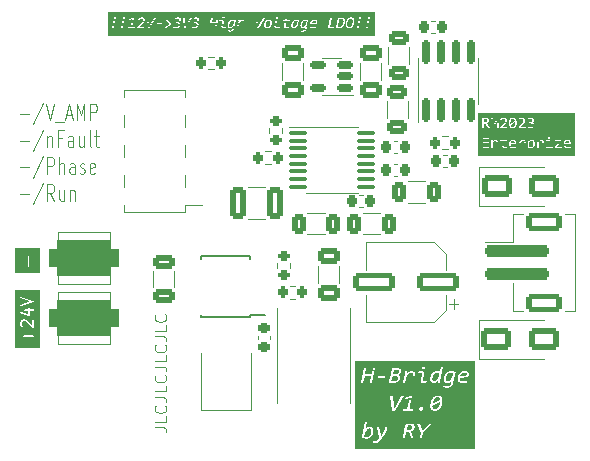
<source format=gto>
G04 #@! TF.GenerationSoftware,KiCad,Pcbnew,(7.0.0)*
G04 #@! TF.CreationDate,2023-04-27T00:17:56+08:00*
G04 #@! TF.ProjectId,DRV-24to12-BrushedMotorDriver,4452562d-3234-4746-9f31-322d42727573,rev?*
G04 #@! TF.SameCoordinates,Original*
G04 #@! TF.FileFunction,Legend,Top*
G04 #@! TF.FilePolarity,Positive*
%FSLAX46Y46*%
G04 Gerber Fmt 4.6, Leading zero omitted, Abs format (unit mm)*
G04 Created by KiCad (PCBNEW (7.0.0)) date 2023-04-27 00:17:56*
%MOMM*%
%LPD*%
G01*
G04 APERTURE LIST*
G04 Aperture macros list*
%AMRoundRect*
0 Rectangle with rounded corners*
0 $1 Rounding radius*
0 $2 $3 $4 $5 $6 $7 $8 $9 X,Y pos of 4 corners*
0 Add a 4 corners polygon primitive as box body*
4,1,4,$2,$3,$4,$5,$6,$7,$8,$9,$2,$3,0*
0 Add four circle primitives for the rounded corners*
1,1,$1+$1,$2,$3*
1,1,$1+$1,$4,$5*
1,1,$1+$1,$6,$7*
1,1,$1+$1,$8,$9*
0 Add four rect primitives between the rounded corners*
20,1,$1+$1,$2,$3,$4,$5,0*
20,1,$1+$1,$4,$5,$6,$7,0*
20,1,$1+$1,$6,$7,$8,$9,0*
20,1,$1+$1,$8,$9,$2,$3,0*%
G04 Aperture macros list end*
%ADD10C,0.150000*%
%ADD11C,0.187500*%
%ADD12C,0.100000*%
%ADD13C,0.120000*%
%ADD14R,3.150000X1.000000*%
%ADD15RoundRect,0.250000X-0.312500X-0.625000X0.312500X-0.625000X0.312500X0.625000X-0.312500X0.625000X0*%
%ADD16RoundRect,0.250000X0.625000X-0.312500X0.625000X0.312500X-0.625000X0.312500X-0.625000X-0.312500X0*%
%ADD17RoundRect,0.250000X-2.500000X0.250000X-2.500000X-0.250000X2.500000X-0.250000X2.500000X0.250000X0*%
%ADD18RoundRect,0.250000X-1.250000X0.550000X-1.250000X-0.550000X1.250000X-0.550000X1.250000X0.550000X0*%
%ADD19R,1.910000X0.610000*%
%ADD20R,1.205000X1.550000*%
%ADD21R,3.360000X4.860000*%
%ADD22R,1.390000X1.400000*%
%ADD23RoundRect,0.250000X-1.000000X-0.650000X1.000000X-0.650000X1.000000X0.650000X-1.000000X0.650000X0*%
%ADD24C,3.600000*%
%ADD25C,6.400000*%
%ADD26RoundRect,0.225000X0.225000X0.250000X-0.225000X0.250000X-0.225000X-0.250000X0.225000X-0.250000X0*%
%ADD27RoundRect,0.200000X-0.200000X-0.275000X0.200000X-0.275000X0.200000X0.275000X-0.200000X0.275000X0*%
%ADD28RoundRect,0.200000X0.200000X0.275000X-0.200000X0.275000X-0.200000X-0.275000X0.200000X-0.275000X0*%
%ADD29RoundRect,0.150000X0.512500X0.150000X-0.512500X0.150000X-0.512500X-0.150000X0.512500X-0.150000X0*%
%ADD30RoundRect,0.250000X-0.650000X0.412500X-0.650000X-0.412500X0.650000X-0.412500X0.650000X0.412500X0*%
%ADD31RoundRect,0.200000X-0.275000X0.200000X-0.275000X-0.200000X0.275000X-0.200000X0.275000X0.200000X0*%
%ADD32RoundRect,0.750000X-2.250000X-0.750000X2.250000X-0.750000X2.250000X0.750000X-2.250000X0.750000X0*%
%ADD33RoundRect,0.250000X0.400000X1.075000X-0.400000X1.075000X-0.400000X-1.075000X0.400000X-1.075000X0*%
%ADD34RoundRect,0.200000X0.275000X-0.200000X0.275000X0.200000X-0.275000X0.200000X-0.275000X-0.200000X0*%
%ADD35R,5.900000X2.450000*%
%ADD36RoundRect,0.150000X0.150000X-0.825000X0.150000X0.825000X-0.150000X0.825000X-0.150000X-0.825000X0*%
%ADD37RoundRect,0.225000X-0.225000X-0.250000X0.225000X-0.250000X0.225000X0.250000X-0.225000X0.250000X0*%
%ADD38RoundRect,0.250000X1.500000X0.550000X-1.500000X0.550000X-1.500000X-0.550000X1.500000X-0.550000X0*%
%ADD39R,2.460000X2.310000*%
%ADD40RoundRect,0.100000X-0.687500X-0.100000X0.687500X-0.100000X0.687500X0.100000X-0.687500X0.100000X0*%
%ADD41RoundRect,0.225000X-0.250000X0.225000X-0.250000X-0.225000X0.250000X-0.225000X0.250000X0.225000X0*%
%ADD42RoundRect,0.250000X0.650000X-0.325000X0.650000X0.325000X-0.650000X0.325000X-0.650000X-0.325000X0*%
G04 APERTURE END LIST*
D10*
G36*
X244950199Y-67558166D02*
G01*
X244961339Y-67558981D01*
X244971966Y-67560703D01*
X244982081Y-67563332D01*
X244991682Y-67566867D01*
X245000771Y-67571308D01*
X245009347Y-67576655D01*
X245012667Y-67579002D01*
X245020634Y-67585359D01*
X245028123Y-67592421D01*
X245035136Y-67600186D01*
X245041671Y-67608654D01*
X245047729Y-67617826D01*
X245053311Y-67627702D01*
X245056478Y-67633955D01*
X245061386Y-67644891D01*
X245064977Y-67654103D01*
X245068271Y-67663728D01*
X245071266Y-67673765D01*
X245073965Y-67684214D01*
X245076365Y-67695075D01*
X245078468Y-67706348D01*
X245079908Y-67715037D01*
X245081608Y-67726870D01*
X245083057Y-67738985D01*
X245084253Y-67751382D01*
X245085198Y-67764062D01*
X245085890Y-67777024D01*
X245086244Y-67786930D01*
X245086457Y-67796996D01*
X245086528Y-67807221D01*
X245086313Y-67823688D01*
X245085669Y-67839629D01*
X245084596Y-67855043D01*
X245083093Y-67869930D01*
X245081161Y-67884291D01*
X245078800Y-67898125D01*
X245076009Y-67911432D01*
X245072789Y-67924213D01*
X245069140Y-67936467D01*
X245065061Y-67948195D01*
X245060553Y-67959395D01*
X245055616Y-67970070D01*
X245050249Y-67980217D01*
X245044453Y-67989838D01*
X245038228Y-67998932D01*
X245031573Y-68007500D01*
X245024540Y-68015545D01*
X245017178Y-68023070D01*
X245009488Y-68030077D01*
X245001470Y-68036565D01*
X244993124Y-68042533D01*
X244984450Y-68047983D01*
X244975447Y-68052914D01*
X244966116Y-68057325D01*
X244956457Y-68061218D01*
X244946470Y-68064592D01*
X244936154Y-68067446D01*
X244925511Y-68069782D01*
X244914539Y-68071598D01*
X244903239Y-68072896D01*
X244891611Y-68073674D01*
X244879654Y-68073934D01*
X244875282Y-68073902D01*
X244864292Y-68073548D01*
X244853219Y-68072800D01*
X244842062Y-68071659D01*
X244830822Y-68070124D01*
X244819498Y-68068196D01*
X244808091Y-68065874D01*
X244803555Y-68064843D01*
X244792333Y-68062067D01*
X244781278Y-68059005D01*
X244770389Y-68055656D01*
X244759668Y-68052021D01*
X244749113Y-68048099D01*
X244738726Y-68043892D01*
X244738726Y-67704883D01*
X244746603Y-67694655D01*
X244754357Y-67684855D01*
X244761990Y-67675482D01*
X244769501Y-67666537D01*
X244776889Y-67658019D01*
X244784155Y-67649928D01*
X244791299Y-67642265D01*
X244798321Y-67635030D01*
X244800059Y-67633285D01*
X244808660Y-67624883D01*
X244817117Y-67617018D01*
X244825432Y-67609689D01*
X244833604Y-67602897D01*
X244841632Y-67596642D01*
X244851078Y-67589845D01*
X244860443Y-67583777D01*
X244869671Y-67578396D01*
X244878761Y-67573702D01*
X244889193Y-67569093D01*
X244899438Y-67565420D01*
X244905288Y-67563703D01*
X244915471Y-67561249D01*
X244925584Y-67559495D01*
X244935627Y-67558444D01*
X244945600Y-67558093D01*
X244950199Y-67558166D01*
G37*
G36*
X247978624Y-67546429D02*
G01*
X247989631Y-67546902D01*
X248000286Y-67547848D01*
X248010590Y-67549268D01*
X248020543Y-67551161D01*
X248030144Y-67553527D01*
X248041653Y-67557150D01*
X248052613Y-67561512D01*
X248056873Y-67563451D01*
X248067130Y-67568698D01*
X248076827Y-67574518D01*
X248085964Y-67580911D01*
X248094540Y-67587875D01*
X248102555Y-67595413D01*
X248110010Y-67603522D01*
X248112833Y-67606892D01*
X248119482Y-67615684D01*
X248125546Y-67625000D01*
X248131026Y-67634842D01*
X248135922Y-67645208D01*
X248140233Y-67656098D01*
X248143960Y-67667514D01*
X248146505Y-67676917D01*
X248148646Y-67686565D01*
X248150383Y-67696457D01*
X248151714Y-67706593D01*
X248152642Y-67716973D01*
X248153165Y-67727598D01*
X248153283Y-67738466D01*
X248152997Y-67749579D01*
X247790296Y-67749579D01*
X247791323Y-67738459D01*
X247792693Y-67727567D01*
X247794406Y-67716904D01*
X247796463Y-67706471D01*
X247798864Y-67696266D01*
X247801608Y-67686290D01*
X247804695Y-67676543D01*
X247808126Y-67667025D01*
X247810905Y-67660069D01*
X247814851Y-67651095D01*
X247820170Y-67640361D01*
X247825918Y-67630163D01*
X247832096Y-67620502D01*
X247838703Y-67611377D01*
X247845739Y-67602789D01*
X247848704Y-67599479D01*
X247856418Y-67591620D01*
X247864561Y-67584357D01*
X247873134Y-67577690D01*
X247882135Y-67571620D01*
X247891566Y-67566146D01*
X247901427Y-67561268D01*
X247905513Y-67559464D01*
X247915954Y-67555463D01*
X247926717Y-67552189D01*
X247937802Y-67549643D01*
X247949209Y-67547824D01*
X247960939Y-67546733D01*
X247972990Y-67546369D01*
X247978624Y-67546429D01*
G37*
G36*
X243365366Y-67546429D02*
G01*
X243376372Y-67546902D01*
X243387027Y-67547848D01*
X243397331Y-67549268D01*
X243407284Y-67551161D01*
X243416886Y-67553527D01*
X243428394Y-67557150D01*
X243439354Y-67561512D01*
X243443614Y-67563451D01*
X243453871Y-67568698D01*
X243463568Y-67574518D01*
X243472705Y-67580911D01*
X243481281Y-67587875D01*
X243489296Y-67595413D01*
X243496751Y-67603522D01*
X243499574Y-67606892D01*
X243506223Y-67615684D01*
X243512287Y-67625000D01*
X243517767Y-67634842D01*
X243522663Y-67645208D01*
X243526974Y-67656098D01*
X243530701Y-67667514D01*
X243533246Y-67676917D01*
X243535387Y-67686565D01*
X243537124Y-67696457D01*
X243538456Y-67706593D01*
X243539383Y-67716973D01*
X243539906Y-67727598D01*
X243540024Y-67738466D01*
X243539738Y-67749579D01*
X243177037Y-67749579D01*
X243178064Y-67738459D01*
X243179434Y-67727567D01*
X243181147Y-67716904D01*
X243183204Y-67706471D01*
X243185605Y-67696266D01*
X243188349Y-67686290D01*
X243191436Y-67676543D01*
X243194867Y-67667025D01*
X243197646Y-67660069D01*
X243201592Y-67651095D01*
X243206911Y-67640361D01*
X243212659Y-67630163D01*
X243218837Y-67620502D01*
X243225444Y-67611377D01*
X243232480Y-67602789D01*
X243235446Y-67599479D01*
X243243159Y-67591620D01*
X243251302Y-67584357D01*
X243259875Y-67577690D01*
X243268876Y-67571620D01*
X243278307Y-67566146D01*
X243288168Y-67561268D01*
X243292254Y-67559464D01*
X243302695Y-67555463D01*
X243313458Y-67552189D01*
X243324543Y-67549643D01*
X243335951Y-67547824D01*
X243347680Y-67546733D01*
X243359731Y-67546369D01*
X243365366Y-67546429D01*
G37*
G36*
X243558422Y-65949779D02*
G01*
X243559380Y-65960602D01*
X243560307Y-65971547D01*
X243561204Y-65982615D01*
X243561964Y-65992399D01*
X243562365Y-65998020D01*
X243562937Y-66007876D01*
X243563346Y-66017755D01*
X243563592Y-66027658D01*
X243563674Y-66037584D01*
X243563617Y-66048341D01*
X243563448Y-66058936D01*
X243563167Y-66069369D01*
X243562773Y-66079639D01*
X243562266Y-66089748D01*
X243561647Y-66099694D01*
X243560915Y-66109478D01*
X243559607Y-66123850D01*
X243558045Y-66137857D01*
X243556229Y-66151499D01*
X243554161Y-66164776D01*
X243551839Y-66177688D01*
X243549263Y-66190235D01*
X243547413Y-66198395D01*
X243544456Y-66210319D01*
X243541280Y-66221865D01*
X243537884Y-66233033D01*
X243534270Y-66243824D01*
X243530437Y-66254237D01*
X243526385Y-66264271D01*
X243522113Y-66273929D01*
X243517623Y-66283208D01*
X243512914Y-66292109D01*
X243507986Y-66300633D01*
X243501151Y-66311349D01*
X243493958Y-66321394D01*
X243486405Y-66330767D01*
X243478494Y-66339468D01*
X243470224Y-66347497D01*
X243461595Y-66354855D01*
X243452608Y-66361541D01*
X243443262Y-66367556D01*
X243433599Y-66372822D01*
X243423661Y-66377386D01*
X243413449Y-66381249D01*
X243402962Y-66384408D01*
X243392200Y-66386866D01*
X243381163Y-66388622D01*
X243369852Y-66389675D01*
X243358265Y-66390026D01*
X243355998Y-66390014D01*
X243344893Y-66389605D01*
X243334169Y-66388612D01*
X243323827Y-66387034D01*
X243313867Y-66384872D01*
X243304288Y-66382125D01*
X243293297Y-66378058D01*
X243289778Y-66376494D01*
X243279497Y-66371357D01*
X243269628Y-66365549D01*
X243260171Y-66359072D01*
X243251127Y-66351925D01*
X243242494Y-66344108D01*
X243239741Y-66341358D01*
X243233074Y-66334189D01*
X243226718Y-66326603D01*
X243220671Y-66318600D01*
X243214935Y-66310179D01*
X243209509Y-66301340D01*
X243204392Y-66292085D01*
X243202459Y-66288277D01*
X243197811Y-66278566D01*
X243193424Y-66268580D01*
X243189300Y-66258320D01*
X243185439Y-66247786D01*
X243181840Y-66236978D01*
X243178503Y-66225895D01*
X243558300Y-65948435D01*
X243558422Y-65949779D01*
G37*
G36*
X243360457Y-65670987D02*
G01*
X243371205Y-65671404D01*
X243381608Y-65672418D01*
X243391666Y-65674028D01*
X243401377Y-65676234D01*
X243410742Y-65679037D01*
X243421524Y-65683187D01*
X243425041Y-65684722D01*
X243435293Y-65689797D01*
X243445099Y-65695576D01*
X243454459Y-65702059D01*
X243463372Y-65709246D01*
X243471838Y-65717137D01*
X243473206Y-65718504D01*
X243481151Y-65727045D01*
X243487432Y-65734608D01*
X243493402Y-65742577D01*
X243499062Y-65750951D01*
X243504412Y-65759731D01*
X243509452Y-65768916D01*
X243511414Y-65772667D01*
X243516129Y-65782268D01*
X243520569Y-65792192D01*
X243524734Y-65802438D01*
X243528626Y-65813005D01*
X243532243Y-65823895D01*
X243535586Y-65835106D01*
X243155788Y-66108658D01*
X243154920Y-66100372D01*
X243154078Y-66089546D01*
X243153590Y-66079761D01*
X243153346Y-66069824D01*
X243153239Y-66059703D01*
X243153162Y-66049613D01*
X243153117Y-66039553D01*
X243153101Y-66029524D01*
X243153158Y-66018585D01*
X243153327Y-66007813D01*
X243153608Y-65997206D01*
X243154002Y-65986766D01*
X243154509Y-65976491D01*
X243155128Y-65966383D01*
X243155860Y-65956441D01*
X243157168Y-65941838D01*
X243158730Y-65927609D01*
X243160546Y-65913754D01*
X243162614Y-65900272D01*
X243164936Y-65887164D01*
X243167512Y-65874429D01*
X243169361Y-65866148D01*
X243172313Y-65854041D01*
X243175480Y-65842311D01*
X243178862Y-65830960D01*
X243182458Y-65819986D01*
X243186269Y-65809390D01*
X243190295Y-65799172D01*
X243194535Y-65789332D01*
X243198990Y-65779869D01*
X243203660Y-65770785D01*
X243208545Y-65762078D01*
X243215437Y-65751075D01*
X243222680Y-65740783D01*
X243230274Y-65731200D01*
X243238220Y-65722327D01*
X243246517Y-65714164D01*
X243255164Y-65706711D01*
X243264163Y-65699967D01*
X243273513Y-65693934D01*
X243283172Y-65688553D01*
X243293098Y-65683889D01*
X243303292Y-65679943D01*
X243313752Y-65676715D01*
X243324480Y-65674204D01*
X243335474Y-65672410D01*
X243346736Y-65671334D01*
X243358265Y-65670975D01*
X243360457Y-65670987D01*
G37*
G36*
X241029479Y-65686743D02*
G01*
X241044065Y-65687459D01*
X241058002Y-65688790D01*
X241071290Y-65690734D01*
X241083930Y-65693292D01*
X241095922Y-65696464D01*
X241107266Y-65700250D01*
X241117961Y-65704650D01*
X241128009Y-65709664D01*
X241137407Y-65715292D01*
X241146158Y-65721533D01*
X241151600Y-65726008D01*
X241159105Y-65733242D01*
X241165819Y-65741103D01*
X241171744Y-65749591D01*
X241176879Y-65758706D01*
X241181224Y-65768448D01*
X241184779Y-65778816D01*
X241187544Y-65789811D01*
X241189519Y-65801433D01*
X241190704Y-65813682D01*
X241191099Y-65826558D01*
X241191085Y-65828809D01*
X241190626Y-65839821D01*
X241189511Y-65850428D01*
X241187740Y-65860630D01*
X241185313Y-65870426D01*
X241182230Y-65879816D01*
X241177665Y-65890549D01*
X241175973Y-65893967D01*
X241170368Y-65903830D01*
X241163974Y-65913109D01*
X241156790Y-65921805D01*
X241148816Y-65929916D01*
X241140052Y-65937444D01*
X241136959Y-65939789D01*
X241128875Y-65945335D01*
X241120291Y-65950427D01*
X241111206Y-65955066D01*
X241101620Y-65959252D01*
X241091533Y-65962985D01*
X241080945Y-65966265D01*
X241078769Y-65966851D01*
X241067639Y-65969502D01*
X241056091Y-65971688D01*
X241044125Y-65973409D01*
X241034253Y-65974451D01*
X241024113Y-65975195D01*
X241013706Y-65975641D01*
X241003032Y-65975790D01*
X240904113Y-65975790D01*
X240904113Y-65686607D01*
X241019396Y-65686607D01*
X241029479Y-65686743D01*
G37*
G36*
X248645173Y-68805224D02*
G01*
X240413891Y-68805224D01*
X240413891Y-68437367D01*
X244619291Y-68437367D01*
X244738726Y-68437367D01*
X244738726Y-68149161D01*
X244742934Y-68150660D01*
X244753414Y-68154165D01*
X244763833Y-68157324D01*
X244774193Y-68160137D01*
X244784494Y-68162605D01*
X244794735Y-68164726D01*
X244804916Y-68166502D01*
X244809008Y-68167123D01*
X244819246Y-68168500D01*
X244829497Y-68169627D01*
X244839759Y-68170504D01*
X244850033Y-68171130D01*
X244860319Y-68171506D01*
X244870617Y-68171631D01*
X244879613Y-68171541D01*
X244892953Y-68171071D01*
X244906109Y-68170196D01*
X244919079Y-68168918D01*
X244931866Y-68167237D01*
X244944467Y-68165151D01*
X244956884Y-68162663D01*
X244969117Y-68159770D01*
X244981165Y-68156475D01*
X244982688Y-68156000D01*
X245416256Y-68156000D01*
X245537156Y-68156000D01*
X246165348Y-68156000D01*
X246718314Y-68156000D01*
X246928607Y-68156000D01*
X247484504Y-68156000D01*
X247484504Y-68054394D01*
X247079061Y-68054394D01*
X247266620Y-67813571D01*
X247665244Y-67813571D01*
X247665263Y-67818820D01*
X247665415Y-67829216D01*
X247665721Y-67839474D01*
X247666179Y-67849595D01*
X247666789Y-67859578D01*
X247667553Y-67869424D01*
X247668984Y-67883936D01*
X247670758Y-67898138D01*
X247672876Y-67912031D01*
X247675338Y-67925616D01*
X247678143Y-67938891D01*
X247681291Y-67951856D01*
X247684783Y-67964513D01*
X247687309Y-67972768D01*
X247691408Y-67984849D01*
X247695881Y-67996570D01*
X247700727Y-68007930D01*
X247705947Y-68018930D01*
X247711541Y-68029569D01*
X247717508Y-68039847D01*
X247723848Y-68049764D01*
X247730562Y-68059321D01*
X247737650Y-68068518D01*
X247745111Y-68077353D01*
X247750329Y-68083008D01*
X247758488Y-68091172D01*
X247767047Y-68098954D01*
X247776005Y-68106353D01*
X247785363Y-68113371D01*
X247795119Y-68120006D01*
X247805275Y-68126259D01*
X247815830Y-68132130D01*
X247826785Y-68137619D01*
X247838138Y-68142726D01*
X247849891Y-68147451D01*
X247862107Y-68151772D01*
X247874755Y-68155668D01*
X247887838Y-68159140D01*
X247901354Y-68162186D01*
X247915304Y-68164807D01*
X247929687Y-68167003D01*
X247939517Y-68168231D01*
X247949540Y-68169270D01*
X247959755Y-68170120D01*
X247970163Y-68170781D01*
X247980764Y-68171253D01*
X247991557Y-68171537D01*
X248002543Y-68171631D01*
X248010768Y-68171593D01*
X248023038Y-68171393D01*
X248035226Y-68171020D01*
X248047332Y-68170477D01*
X248059357Y-68169761D01*
X248071301Y-68168874D01*
X248083162Y-68167815D01*
X248094943Y-68166584D01*
X248106641Y-68165182D01*
X248118258Y-68163607D01*
X248129794Y-68161861D01*
X248133628Y-68161245D01*
X248144982Y-68159327D01*
X248156114Y-68157307D01*
X248167022Y-68155183D01*
X248177706Y-68152956D01*
X248188168Y-68150626D01*
X248198406Y-68148193D01*
X248208421Y-68145657D01*
X248218212Y-68143018D01*
X248227781Y-68140276D01*
X248240191Y-68136460D01*
X248240191Y-68038763D01*
X248233227Y-68040794D01*
X248223155Y-68043537D01*
X248212710Y-68046163D01*
X248201891Y-68048673D01*
X248192320Y-68050731D01*
X248189105Y-68051399D01*
X248179344Y-68053356D01*
X248169412Y-68055246D01*
X248159309Y-68057066D01*
X248149033Y-68058818D01*
X248138586Y-68060501D01*
X248135067Y-68061043D01*
X248124405Y-68062592D01*
X248113589Y-68064020D01*
X248102618Y-68065328D01*
X248091492Y-68066516D01*
X248080212Y-68067584D01*
X248076427Y-68067879D01*
X248065069Y-68068652D01*
X248053712Y-68069253D01*
X248042355Y-68069683D01*
X248030997Y-68069940D01*
X248019640Y-68070026D01*
X248005952Y-68069797D01*
X247992670Y-68069110D01*
X247979795Y-68067965D01*
X247967326Y-68066362D01*
X247955264Y-68064302D01*
X247943608Y-68061783D01*
X247932359Y-68058806D01*
X247921516Y-68055371D01*
X247911079Y-68051479D01*
X247901049Y-68047128D01*
X247891425Y-68042320D01*
X247882208Y-68037053D01*
X247873397Y-68031329D01*
X247864992Y-68025146D01*
X247856994Y-68018506D01*
X247849403Y-68011408D01*
X247842245Y-68003882D01*
X247835550Y-67995959D01*
X247829316Y-67987640D01*
X247823544Y-67978923D01*
X247818233Y-67969810D01*
X247813385Y-67960300D01*
X247808998Y-67950393D01*
X247805073Y-67940089D01*
X247801609Y-67929388D01*
X247798608Y-67918290D01*
X247796068Y-67906795D01*
X247793990Y-67894904D01*
X247792374Y-67882615D01*
X247791220Y-67869930D01*
X247790527Y-67856848D01*
X247790296Y-67843369D01*
X248274630Y-67843369D01*
X248274705Y-67842436D01*
X248275477Y-67831920D01*
X248276078Y-67821959D01*
X248276584Y-67811617D01*
X248276629Y-67810541D01*
X248276970Y-67800144D01*
X248277176Y-67789833D01*
X248277281Y-67779984D01*
X248277316Y-67769363D01*
X248277240Y-67760350D01*
X248276839Y-67747034D01*
X248276095Y-67733963D01*
X248275007Y-67721137D01*
X248273576Y-67708555D01*
X248271802Y-67696218D01*
X248269684Y-67684126D01*
X248267222Y-67672279D01*
X248264417Y-67660676D01*
X248261269Y-67649318D01*
X248257777Y-67638205D01*
X248255262Y-67630916D01*
X248251218Y-67620245D01*
X248246847Y-67609888D01*
X248242150Y-67599844D01*
X248237127Y-67590113D01*
X248231777Y-67580695D01*
X248226102Y-67571591D01*
X248220100Y-67562801D01*
X248213771Y-67554323D01*
X248207117Y-67546160D01*
X248200136Y-67538309D01*
X248195304Y-67533254D01*
X248187799Y-67525946D01*
X248179986Y-67518968D01*
X248171863Y-67512322D01*
X248163430Y-67506005D01*
X248154689Y-67500020D01*
X248145639Y-67494365D01*
X248136279Y-67489040D01*
X248126611Y-67484046D01*
X248116633Y-67479383D01*
X248106346Y-67475050D01*
X248099321Y-67472329D01*
X248088545Y-67468577D01*
X248077480Y-67465220D01*
X248066128Y-67462257D01*
X248054488Y-67459690D01*
X248042560Y-67457517D01*
X248030345Y-67455740D01*
X248017842Y-67454358D01*
X248005051Y-67453370D01*
X247991973Y-67452778D01*
X247978607Y-67452580D01*
X247969388Y-67452694D01*
X247955792Y-67453290D01*
X247942475Y-67454397D01*
X247929437Y-67456015D01*
X247916677Y-67458143D01*
X247904197Y-67460783D01*
X247891997Y-67463934D01*
X247880075Y-67467595D01*
X247868432Y-67471767D01*
X247857068Y-67476451D01*
X247845983Y-67481645D01*
X247838757Y-67485358D01*
X247828183Y-67491229D01*
X247817926Y-67497460D01*
X247807987Y-67504051D01*
X247798366Y-67511004D01*
X247789062Y-67518317D01*
X247780076Y-67525990D01*
X247771408Y-67534025D01*
X247763057Y-67542419D01*
X247755024Y-67551175D01*
X247747309Y-67560291D01*
X247742377Y-67566521D01*
X247735257Y-67576103D01*
X247728472Y-67585967D01*
X247722022Y-67596115D01*
X247715907Y-67606547D01*
X247710127Y-67617261D01*
X247704681Y-67628259D01*
X247699571Y-67639541D01*
X247694795Y-67651106D01*
X247690354Y-67662954D01*
X247686249Y-67675085D01*
X247683705Y-67683268D01*
X247680197Y-67695661D01*
X247677059Y-67708196D01*
X247674290Y-67720872D01*
X247671890Y-67733689D01*
X247669859Y-67746649D01*
X247669488Y-67749579D01*
X247668198Y-67759750D01*
X247666905Y-67772993D01*
X247665982Y-67786377D01*
X247665428Y-67799903D01*
X247665244Y-67813571D01*
X247266620Y-67813571D01*
X247461789Y-67562978D01*
X247461789Y-67468212D01*
X246938377Y-67468212D01*
X246938377Y-67569817D01*
X247318175Y-67569817D01*
X246928607Y-68069293D01*
X246928607Y-68156000D01*
X246718314Y-68156000D01*
X246718314Y-68054394D01*
X246512906Y-68054394D01*
X246512906Y-67468212D01*
X246188063Y-67468212D01*
X246188063Y-67565909D01*
X246392006Y-67565909D01*
X246392006Y-68054394D01*
X246165348Y-68054394D01*
X246165348Y-68156000D01*
X245537156Y-68156000D01*
X245537156Y-67717339D01*
X245541261Y-67711895D01*
X245547358Y-67703923D01*
X245553383Y-67696182D01*
X245561302Y-67686221D01*
X245569091Y-67676673D01*
X245576750Y-67667537D01*
X245584279Y-67658813D01*
X245591679Y-67650501D01*
X245598949Y-67642601D01*
X245606162Y-67635026D01*
X245613268Y-67627809D01*
X245620267Y-67620951D01*
X245628866Y-67612883D01*
X245637297Y-67605376D01*
X245645562Y-67598429D01*
X245653660Y-67592043D01*
X245656889Y-67589612D01*
X245666498Y-67582823D01*
X245675986Y-67576789D01*
X245685354Y-67571511D01*
X245694602Y-67566989D01*
X245703729Y-67563222D01*
X245709832Y-67561104D01*
X245720492Y-67558077D01*
X245731129Y-67555915D01*
X245741743Y-67554618D01*
X245752334Y-67554185D01*
X245755742Y-67554227D01*
X245765656Y-67554853D01*
X245778147Y-67556857D01*
X245789806Y-67560196D01*
X245800633Y-67564871D01*
X245810628Y-67570881D01*
X245819791Y-67578228D01*
X245828122Y-67586910D01*
X245835621Y-67596928D01*
X245837377Y-67599635D01*
X245842288Y-67608365D01*
X245846662Y-67618010D01*
X245850499Y-67628569D01*
X245853800Y-67640043D01*
X245856564Y-67652432D01*
X245858792Y-67665735D01*
X245860483Y-67679952D01*
X245861312Y-67689938D01*
X245861902Y-67700331D01*
X245862254Y-67711130D01*
X245862368Y-67722336D01*
X245862243Y-67733948D01*
X245983143Y-67733948D01*
X245983429Y-67716754D01*
X245983250Y-67700097D01*
X245982605Y-67683979D01*
X245981495Y-67668399D01*
X245979918Y-67653357D01*
X245977877Y-67638853D01*
X245975369Y-67624888D01*
X245972397Y-67611460D01*
X245968958Y-67598571D01*
X245965054Y-67586219D01*
X245960684Y-67574406D01*
X245955849Y-67563131D01*
X245950548Y-67552393D01*
X245944782Y-67542194D01*
X245938550Y-67532533D01*
X245931852Y-67523411D01*
X245924749Y-67514833D01*
X245917240Y-67506810D01*
X245909324Y-67499339D01*
X245901001Y-67492422D01*
X245892273Y-67486059D01*
X245883137Y-67480248D01*
X245873596Y-67474991D01*
X245863647Y-67470288D01*
X245853293Y-67466137D01*
X245842532Y-67462541D01*
X245831364Y-67459497D01*
X245819791Y-67457007D01*
X245807810Y-67455070D01*
X245795424Y-67453687D01*
X245782630Y-67452857D01*
X245769431Y-67452580D01*
X245761864Y-67452714D01*
X245750532Y-67453415D01*
X245739221Y-67454717D01*
X245727932Y-67456621D01*
X245716664Y-67459125D01*
X245705417Y-67462231D01*
X245694193Y-67465937D01*
X245682989Y-67470245D01*
X245671807Y-67475153D01*
X245660647Y-67480663D01*
X245649508Y-67486774D01*
X245638364Y-67493509D01*
X245627191Y-67500982D01*
X245615987Y-67509194D01*
X245604754Y-67518144D01*
X245597248Y-67524521D01*
X245589729Y-67531226D01*
X245582197Y-67538260D01*
X245574651Y-67545621D01*
X245567092Y-67553311D01*
X245559519Y-67561329D01*
X245551933Y-67569675D01*
X245544334Y-67578350D01*
X245536722Y-67587353D01*
X245529096Y-67596683D01*
X245525676Y-67468212D01*
X245416256Y-67468212D01*
X245416256Y-68156000D01*
X244982688Y-68156000D01*
X244993028Y-68152775D01*
X245004706Y-68148672D01*
X245012366Y-68145713D01*
X245023611Y-68140937D01*
X245034565Y-68135758D01*
X245045227Y-68130175D01*
X245055597Y-68124189D01*
X245065675Y-68117799D01*
X245075461Y-68111005D01*
X245084954Y-68103808D01*
X245094157Y-68096208D01*
X245103067Y-68088204D01*
X245111685Y-68079796D01*
X245117286Y-68073964D01*
X245125398Y-68064874D01*
X245133163Y-68055371D01*
X245140580Y-68045457D01*
X245147649Y-68035130D01*
X245154370Y-68024391D01*
X245160743Y-68013240D01*
X245166769Y-68001676D01*
X245172447Y-67989701D01*
X245177777Y-67977313D01*
X245182759Y-67964513D01*
X245185895Y-67955719D01*
X245190218Y-67942182D01*
X245194086Y-67928228D01*
X245196412Y-67918694D01*
X245198536Y-67908975D01*
X245200458Y-67899070D01*
X245202177Y-67888981D01*
X245203694Y-67878707D01*
X245205008Y-67868247D01*
X245206121Y-67857602D01*
X245207031Y-67846773D01*
X245207739Y-67835758D01*
X245208245Y-67824558D01*
X245208548Y-67813173D01*
X245208649Y-67801603D01*
X245208590Y-67791769D01*
X245208279Y-67777237D01*
X245207703Y-67762967D01*
X245206860Y-67748959D01*
X245205751Y-67735212D01*
X245204375Y-67721727D01*
X245202734Y-67708505D01*
X245200826Y-67695544D01*
X245198652Y-67682845D01*
X245196212Y-67670408D01*
X245193506Y-67658233D01*
X245191554Y-67650247D01*
X245188404Y-67638548D01*
X245184988Y-67627183D01*
X245181306Y-67616154D01*
X245177357Y-67605459D01*
X245173143Y-67595099D01*
X245168662Y-67585074D01*
X245163915Y-67575384D01*
X245158902Y-67566029D01*
X245153623Y-67557009D01*
X245148077Y-67548323D01*
X245142315Y-67539942D01*
X245136296Y-67531926D01*
X245130019Y-67524274D01*
X245123485Y-67516988D01*
X245114371Y-67507840D01*
X245104800Y-67499341D01*
X245094771Y-67491491D01*
X245084284Y-67484290D01*
X245073339Y-67477737D01*
X245064831Y-67473241D01*
X245053094Y-67467935D01*
X245040907Y-67463414D01*
X245031471Y-67460540D01*
X245021782Y-67458108D01*
X245011839Y-67456118D01*
X245001643Y-67454570D01*
X244991194Y-67453465D01*
X244980491Y-67452801D01*
X244969535Y-67452580D01*
X244961085Y-67452695D01*
X244948549Y-67453296D01*
X244936181Y-67454412D01*
X244923980Y-67456043D01*
X244911947Y-67458190D01*
X244900081Y-67460852D01*
X244888382Y-67464029D01*
X244876851Y-67467721D01*
X244865487Y-67471929D01*
X244854291Y-67476651D01*
X244843262Y-67481889D01*
X244835992Y-67485691D01*
X244825187Y-67492027D01*
X244814502Y-67499124D01*
X244803938Y-67506980D01*
X244793494Y-67515596D01*
X244783170Y-67524972D01*
X244772966Y-67535107D01*
X244766230Y-67542287D01*
X244759548Y-67549804D01*
X244752919Y-67557659D01*
X244746343Y-67565852D01*
X244739821Y-67574382D01*
X244733353Y-67583250D01*
X244725781Y-67468212D01*
X244619291Y-67468212D01*
X244619291Y-68043892D01*
X244619291Y-68437367D01*
X240413891Y-68437367D01*
X240413891Y-67265002D01*
X240802997Y-67265002D01*
X240802997Y-68156000D01*
X241313464Y-68156000D01*
X241543785Y-68156000D01*
X241663220Y-68156000D01*
X241663220Y-67696334D01*
X241671360Y-67686229D01*
X241679294Y-67676551D01*
X241687022Y-67667300D01*
X241694544Y-67658477D01*
X241701860Y-67650081D01*
X241708970Y-67642113D01*
X241715873Y-67634572D01*
X241722571Y-67627458D01*
X241730795Y-67619043D01*
X241738828Y-67611201D01*
X241746671Y-67603931D01*
X241754323Y-67597233D01*
X241763253Y-67589951D01*
X241771908Y-67583494D01*
X241777556Y-67579613D01*
X241785914Y-67574349D01*
X241795491Y-67569055D01*
X241804881Y-67564672D01*
X241815383Y-67560780D01*
X241825947Y-67557895D01*
X241836632Y-67555834D01*
X241847440Y-67554597D01*
X241858370Y-67554185D01*
X241865734Y-67554338D01*
X241876342Y-67555139D01*
X241886427Y-67556628D01*
X241899059Y-67559681D01*
X241910760Y-67563955D01*
X241921530Y-67569450D01*
X241931368Y-67576167D01*
X241940275Y-67584105D01*
X241948251Y-67593264D01*
X241951919Y-67598285D01*
X241958544Y-67609330D01*
X241962892Y-67618489D01*
X241966707Y-67628401D01*
X241969990Y-67639063D01*
X241972741Y-67650477D01*
X241974959Y-67662642D01*
X241976645Y-67675559D01*
X241977798Y-67689226D01*
X241978419Y-67703646D01*
X241978538Y-67713676D01*
X241978538Y-68156000D01*
X242098217Y-68156000D01*
X242098217Y-67705127D01*
X242098003Y-67689561D01*
X242097362Y-67674490D01*
X242096293Y-67659916D01*
X242094797Y-67645837D01*
X242092874Y-67632255D01*
X242090523Y-67619169D01*
X242087745Y-67606579D01*
X242084539Y-67594485D01*
X242080906Y-67582887D01*
X242076845Y-67571786D01*
X242076012Y-67569817D01*
X242245983Y-67569817D01*
X242439180Y-67569817D01*
X242439180Y-67931540D01*
X242439429Y-67946559D01*
X242440176Y-67961086D01*
X242441421Y-67975120D01*
X242443164Y-67988663D01*
X242445405Y-68001712D01*
X242448144Y-68014270D01*
X242451381Y-68026335D01*
X242455116Y-68037908D01*
X242459350Y-68048989D01*
X242464081Y-68059577D01*
X242469310Y-68069673D01*
X242475037Y-68079277D01*
X242481263Y-68088388D01*
X242487986Y-68097007D01*
X242495208Y-68105134D01*
X242502927Y-68112769D01*
X242511183Y-68119896D01*
X242519951Y-68126564D01*
X242529234Y-68132773D01*
X242539029Y-68138521D01*
X242549338Y-68143809D01*
X242560160Y-68148638D01*
X242571495Y-68153007D01*
X242583344Y-68156915D01*
X242595706Y-68160364D01*
X242608581Y-68163353D01*
X242621970Y-68165883D01*
X242635871Y-68167952D01*
X242650286Y-68169562D01*
X242665215Y-68170711D01*
X242680657Y-68171401D01*
X242696612Y-68171631D01*
X242707763Y-68171574D01*
X242718868Y-68171402D01*
X242729928Y-68171116D01*
X242740942Y-68170715D01*
X242751910Y-68170200D01*
X242762832Y-68169570D01*
X242773708Y-68168826D01*
X242784539Y-68167967D01*
X242795305Y-68166979D01*
X242805987Y-68165846D01*
X242816584Y-68164567D01*
X242827098Y-68163144D01*
X242837528Y-68161575D01*
X242847874Y-68159862D01*
X242858136Y-68158003D01*
X242868314Y-68156000D01*
X242868314Y-68054394D01*
X242857739Y-68056345D01*
X242847264Y-68058165D01*
X242836887Y-68059856D01*
X242826610Y-68061416D01*
X242816432Y-68062848D01*
X242806353Y-68064149D01*
X242796373Y-68065321D01*
X242786493Y-68066362D01*
X242781632Y-68066806D01*
X242769688Y-68067790D01*
X242758042Y-68068595D01*
X242746695Y-68069221D01*
X242735646Y-68069668D01*
X242724894Y-68069937D01*
X242714441Y-68070026D01*
X242704970Y-68069882D01*
X242691311Y-68069126D01*
X242678309Y-68067721D01*
X242665963Y-68065668D01*
X242654274Y-68062967D01*
X242643243Y-68059617D01*
X242632868Y-68055620D01*
X242623150Y-68050973D01*
X242614089Y-68045679D01*
X242605685Y-68039736D01*
X242597937Y-68033145D01*
X242593176Y-68028388D01*
X242586609Y-68020702D01*
X242580734Y-68012354D01*
X242575549Y-68003345D01*
X242571056Y-67993675D01*
X242567255Y-67983344D01*
X242564144Y-67972352D01*
X242561725Y-67960698D01*
X242559997Y-67948384D01*
X242558960Y-67935408D01*
X242558614Y-67921771D01*
X242558614Y-67813571D01*
X243051985Y-67813571D01*
X243052004Y-67818820D01*
X243052157Y-67829216D01*
X243052462Y-67839474D01*
X243052920Y-67849595D01*
X243053530Y-67859578D01*
X243054294Y-67869424D01*
X243055725Y-67883936D01*
X243057499Y-67898138D01*
X243059617Y-67912031D01*
X243062079Y-67925616D01*
X243064884Y-67938891D01*
X243068032Y-67951856D01*
X243071524Y-67964513D01*
X243074050Y-67972768D01*
X243078149Y-67984849D01*
X243082622Y-67996570D01*
X243087469Y-68007930D01*
X243092688Y-68018930D01*
X243098282Y-68029569D01*
X243104249Y-68039847D01*
X243110590Y-68049764D01*
X243117304Y-68059321D01*
X243124391Y-68068518D01*
X243131852Y-68077353D01*
X243137070Y-68083008D01*
X243145230Y-68091172D01*
X243153788Y-68098954D01*
X243162746Y-68106353D01*
X243172104Y-68113371D01*
X243181860Y-68120006D01*
X243192016Y-68126259D01*
X243202571Y-68132130D01*
X243213526Y-68137619D01*
X243224879Y-68142726D01*
X243236632Y-68147451D01*
X243248848Y-68151772D01*
X243261497Y-68155668D01*
X243274579Y-68159140D01*
X243288095Y-68162186D01*
X243302045Y-68164807D01*
X243316428Y-68167003D01*
X243326258Y-68168231D01*
X243336281Y-68169270D01*
X243346496Y-68170120D01*
X243356904Y-68170781D01*
X243367505Y-68171253D01*
X243378298Y-68171537D01*
X243389284Y-68171631D01*
X243397509Y-68171593D01*
X243409779Y-68171393D01*
X243421967Y-68171020D01*
X243434073Y-68170477D01*
X243446098Y-68169761D01*
X243458042Y-68168874D01*
X243469903Y-68167815D01*
X243481684Y-68166584D01*
X243493382Y-68165182D01*
X243504999Y-68163607D01*
X243516535Y-68161861D01*
X243520369Y-68161245D01*
X243531724Y-68159327D01*
X243542855Y-68157307D01*
X243549567Y-68156000D01*
X243878503Y-68156000D01*
X243999403Y-68156000D01*
X243999403Y-67717339D01*
X244003508Y-67711895D01*
X244009605Y-67703923D01*
X244015630Y-67696182D01*
X244023549Y-67686221D01*
X244031338Y-67676673D01*
X244038997Y-67667537D01*
X244046526Y-67658813D01*
X244053926Y-67650501D01*
X244061196Y-67642601D01*
X244068409Y-67635026D01*
X244075515Y-67627809D01*
X244082514Y-67620951D01*
X244091113Y-67612883D01*
X244099544Y-67605376D01*
X244107809Y-67598429D01*
X244115907Y-67592043D01*
X244119136Y-67589612D01*
X244128745Y-67582823D01*
X244138233Y-67576789D01*
X244147601Y-67571511D01*
X244156849Y-67566989D01*
X244165976Y-67563222D01*
X244172079Y-67561104D01*
X244182739Y-67558077D01*
X244193377Y-67555915D01*
X244203990Y-67554618D01*
X244214581Y-67554185D01*
X244217989Y-67554227D01*
X244227903Y-67554853D01*
X244240394Y-67556857D01*
X244252053Y-67560196D01*
X244262880Y-67564871D01*
X244272875Y-67570881D01*
X244282038Y-67578228D01*
X244290369Y-67586910D01*
X244297868Y-67596928D01*
X244299624Y-67599635D01*
X244304535Y-67608365D01*
X244308909Y-67618010D01*
X244312746Y-67628569D01*
X244316047Y-67640043D01*
X244318811Y-67652432D01*
X244321039Y-67665735D01*
X244322730Y-67679952D01*
X244323559Y-67689938D01*
X244324149Y-67700331D01*
X244324502Y-67711130D01*
X244324615Y-67722336D01*
X244324490Y-67733948D01*
X244445390Y-67733948D01*
X244445677Y-67716754D01*
X244445497Y-67700097D01*
X244444852Y-67683979D01*
X244443742Y-67668399D01*
X244442166Y-67653357D01*
X244440124Y-67638853D01*
X244437616Y-67624888D01*
X244434644Y-67611460D01*
X244431205Y-67598571D01*
X244427301Y-67586219D01*
X244422931Y-67574406D01*
X244418096Y-67563131D01*
X244412795Y-67552393D01*
X244407029Y-67542194D01*
X244400797Y-67532533D01*
X244394099Y-67523411D01*
X244386996Y-67514833D01*
X244379487Y-67506810D01*
X244371571Y-67499339D01*
X244363248Y-67492422D01*
X244354520Y-67486059D01*
X244345384Y-67480248D01*
X244335843Y-67474991D01*
X244325894Y-67470288D01*
X244315540Y-67466137D01*
X244304779Y-67462541D01*
X244293611Y-67459497D01*
X244282038Y-67457007D01*
X244270057Y-67455070D01*
X244257671Y-67453687D01*
X244244877Y-67452857D01*
X244231678Y-67452580D01*
X244224111Y-67452714D01*
X244212779Y-67453415D01*
X244201468Y-67454717D01*
X244190179Y-67456621D01*
X244178911Y-67459125D01*
X244167664Y-67462231D01*
X244156440Y-67465937D01*
X244145236Y-67470245D01*
X244134054Y-67475153D01*
X244122894Y-67480663D01*
X244111755Y-67486774D01*
X244100611Y-67493509D01*
X244089438Y-67500982D01*
X244078234Y-67509194D01*
X244067001Y-67518144D01*
X244059495Y-67524521D01*
X244051976Y-67531226D01*
X244044444Y-67538260D01*
X244036898Y-67545621D01*
X244029339Y-67553311D01*
X244021766Y-67561329D01*
X244014180Y-67569675D01*
X244006581Y-67578350D01*
X243998969Y-67587353D01*
X243991343Y-67596683D01*
X243987923Y-67468212D01*
X243878503Y-67468212D01*
X243878503Y-68156000D01*
X243549567Y-68156000D01*
X243553763Y-68155183D01*
X243564447Y-68152956D01*
X243574909Y-68150626D01*
X243585147Y-68148193D01*
X243595162Y-68145657D01*
X243604954Y-68143018D01*
X243614522Y-68140276D01*
X243626933Y-68136460D01*
X243626933Y-68038763D01*
X243619968Y-68040794D01*
X243609897Y-68043537D01*
X243599451Y-68046163D01*
X243588632Y-68048673D01*
X243579061Y-68050731D01*
X243575846Y-68051399D01*
X243566086Y-68053356D01*
X243556154Y-68055246D01*
X243546050Y-68057066D01*
X243535775Y-68058818D01*
X243525327Y-68060501D01*
X243521808Y-68061043D01*
X243511146Y-68062592D01*
X243500330Y-68064020D01*
X243489359Y-68065328D01*
X243478233Y-68066516D01*
X243466953Y-68067584D01*
X243463168Y-68067879D01*
X243451810Y-68068652D01*
X243440453Y-68069253D01*
X243429096Y-68069683D01*
X243417739Y-68069940D01*
X243406381Y-68070026D01*
X243392693Y-68069797D01*
X243379411Y-68069110D01*
X243366536Y-68067965D01*
X243354067Y-68066362D01*
X243342005Y-68064302D01*
X243330349Y-68061783D01*
X243319100Y-68058806D01*
X243308257Y-68055371D01*
X243297820Y-68051479D01*
X243287790Y-68047128D01*
X243278166Y-68042320D01*
X243268949Y-68037053D01*
X243260138Y-68031329D01*
X243251734Y-68025146D01*
X243243736Y-68018506D01*
X243236144Y-68011408D01*
X243228986Y-68003882D01*
X243222291Y-67995959D01*
X243216057Y-67987640D01*
X243210285Y-67978923D01*
X243204974Y-67969810D01*
X243200126Y-67960300D01*
X243195739Y-67950393D01*
X243191814Y-67940089D01*
X243188351Y-67929388D01*
X243185349Y-67918290D01*
X243182809Y-67906795D01*
X243180731Y-67894904D01*
X243179115Y-67882615D01*
X243177961Y-67869930D01*
X243177268Y-67856848D01*
X243177037Y-67843369D01*
X243661371Y-67843369D01*
X243661447Y-67842436D01*
X243662218Y-67831920D01*
X243662819Y-67821959D01*
X243663325Y-67811617D01*
X243663370Y-67810541D01*
X243663711Y-67800144D01*
X243663917Y-67789833D01*
X243664022Y-67779984D01*
X243664057Y-67769363D01*
X243663981Y-67760350D01*
X243663580Y-67747034D01*
X243662836Y-67733963D01*
X243661749Y-67721137D01*
X243660317Y-67708555D01*
X243658543Y-67696218D01*
X243656425Y-67684126D01*
X243653963Y-67672279D01*
X243651158Y-67660676D01*
X243648010Y-67649318D01*
X243644518Y-67638205D01*
X243642003Y-67630916D01*
X243637959Y-67620245D01*
X243633588Y-67609888D01*
X243628891Y-67599844D01*
X243623868Y-67590113D01*
X243618519Y-67580695D01*
X243612843Y-67571591D01*
X243606841Y-67562801D01*
X243600512Y-67554323D01*
X243593858Y-67546160D01*
X243586877Y-67538309D01*
X243582045Y-67533254D01*
X243574541Y-67525946D01*
X243566727Y-67518968D01*
X243558604Y-67512322D01*
X243550172Y-67506005D01*
X243541430Y-67500020D01*
X243532380Y-67494365D01*
X243523021Y-67489040D01*
X243513352Y-67484046D01*
X243503374Y-67479383D01*
X243493087Y-67475050D01*
X243486063Y-67472329D01*
X243475286Y-67468577D01*
X243464221Y-67465220D01*
X243452869Y-67462257D01*
X243441229Y-67459690D01*
X243429301Y-67457517D01*
X243417086Y-67455740D01*
X243404583Y-67454358D01*
X243391792Y-67453370D01*
X243378714Y-67452778D01*
X243365348Y-67452580D01*
X243356129Y-67452694D01*
X243342533Y-67453290D01*
X243329216Y-67454397D01*
X243316178Y-67456015D01*
X243303419Y-67458143D01*
X243290939Y-67460783D01*
X243278738Y-67463934D01*
X243266816Y-67467595D01*
X243255173Y-67471767D01*
X243243809Y-67476451D01*
X243232725Y-67481645D01*
X243225498Y-67485358D01*
X243214924Y-67491229D01*
X243204667Y-67497460D01*
X243194728Y-67504051D01*
X243185107Y-67511004D01*
X243175803Y-67518317D01*
X243166817Y-67525990D01*
X243158149Y-67534025D01*
X243149798Y-67542419D01*
X243141766Y-67551175D01*
X243134050Y-67560291D01*
X243129118Y-67566521D01*
X243121998Y-67576103D01*
X243115213Y-67585967D01*
X243108763Y-67596115D01*
X243102648Y-67606547D01*
X243096868Y-67617261D01*
X243091422Y-67628259D01*
X243086312Y-67639541D01*
X243081536Y-67651106D01*
X243077096Y-67662954D01*
X243072990Y-67675085D01*
X243070446Y-67683268D01*
X243066939Y-67695661D01*
X243063800Y-67708196D01*
X243061031Y-67720872D01*
X243058631Y-67733689D01*
X243056600Y-67746649D01*
X243056229Y-67749579D01*
X243054939Y-67759750D01*
X243053646Y-67772993D01*
X243052723Y-67786377D01*
X243052169Y-67799903D01*
X243051985Y-67813571D01*
X242558614Y-67813571D01*
X242558614Y-67569817D01*
X242868314Y-67569817D01*
X242868314Y-67468212D01*
X242558614Y-67468212D01*
X242558614Y-67280633D01*
X246339738Y-67280633D01*
X246339911Y-67286545D01*
X246341094Y-67296975D01*
X246343397Y-67307136D01*
X246346821Y-67317025D01*
X246349242Y-67322267D01*
X246354261Y-67331190D01*
X246360130Y-67339457D01*
X246366849Y-67347067D01*
X246370925Y-67350975D01*
X246378803Y-67357319D01*
X246387377Y-67362773D01*
X246396646Y-67367339D01*
X246402125Y-67369380D01*
X246412287Y-67372181D01*
X246422836Y-67373862D01*
X246433771Y-67374422D01*
X246439958Y-67374249D01*
X246450735Y-67373067D01*
X246461047Y-67370763D01*
X246470896Y-67367339D01*
X246476202Y-67364912D01*
X246485182Y-67359853D01*
X246493427Y-67353904D01*
X246500938Y-67347067D01*
X246504770Y-67342921D01*
X246510976Y-67334946D01*
X246516293Y-67326314D01*
X246520722Y-67317025D01*
X246522833Y-67311564D01*
X246525731Y-67301524D01*
X246527469Y-67291214D01*
X246528049Y-67280633D01*
X246527870Y-67274522D01*
X246526647Y-67263883D01*
X246524264Y-67253708D01*
X246520722Y-67243997D01*
X246518371Y-67238826D01*
X246513449Y-67229999D01*
X246507638Y-67221790D01*
X246500938Y-67214199D01*
X246496856Y-67210297D01*
X246488937Y-67203994D01*
X246480284Y-67198619D01*
X246470896Y-67194171D01*
X246464382Y-67191681D01*
X246454224Y-67188912D01*
X246443602Y-67187302D01*
X246433771Y-67186844D01*
X246427649Y-67187023D01*
X246416928Y-67188246D01*
X246406594Y-67190629D01*
X246396646Y-67194171D01*
X246391411Y-67196528D01*
X246382528Y-67201491D01*
X246374341Y-67207381D01*
X246366849Y-67214199D01*
X246363011Y-67218340D01*
X246356764Y-67226274D01*
X246351367Y-67234826D01*
X246346821Y-67243997D01*
X246344780Y-67249335D01*
X246341979Y-67259304D01*
X246340298Y-67269737D01*
X246339738Y-67280633D01*
X242558614Y-67280633D01*
X242558614Y-67249370D01*
X242439180Y-67280145D01*
X242439180Y-67468212D01*
X242245983Y-67468212D01*
X242245983Y-67569817D01*
X242076012Y-67569817D01*
X242072357Y-67561180D01*
X242067442Y-67551071D01*
X242062099Y-67541458D01*
X242056329Y-67532341D01*
X242050131Y-67523720D01*
X242043506Y-67515595D01*
X242036495Y-67507964D01*
X242029077Y-67500826D01*
X242021252Y-67494180D01*
X242013022Y-67488026D01*
X242004384Y-67482364D01*
X241995341Y-67477195D01*
X241985891Y-67472518D01*
X241976034Y-67468334D01*
X241965771Y-67464641D01*
X241955102Y-67461442D01*
X241944026Y-67458734D01*
X241932544Y-67456519D01*
X241920655Y-67454795D01*
X241908360Y-67453565D01*
X241895658Y-67452826D01*
X241882550Y-67452580D01*
X241878772Y-67452604D01*
X241867529Y-67452962D01*
X241856424Y-67453749D01*
X241845456Y-67454965D01*
X241834625Y-67456611D01*
X241823932Y-67458686D01*
X241820425Y-67459454D01*
X241809949Y-67462182D01*
X241799542Y-67465545D01*
X241789204Y-67469544D01*
X241778934Y-67474177D01*
X241768733Y-67479447D01*
X241765339Y-67481316D01*
X241756813Y-67486314D01*
X241748228Y-67491777D01*
X241739583Y-67497706D01*
X241730878Y-67504099D01*
X241722114Y-67510958D01*
X241713290Y-67518281D01*
X241708006Y-67522925D01*
X241699124Y-67531150D01*
X241691949Y-67538168D01*
X241684713Y-67545576D01*
X241677417Y-67553372D01*
X241670059Y-67561558D01*
X241662640Y-67570133D01*
X241655160Y-67579098D01*
X241650275Y-67468212D01*
X241543785Y-67468212D01*
X241543785Y-68156000D01*
X241313464Y-68156000D01*
X241313464Y-68050487D01*
X240925362Y-68050487D01*
X240925362Y-67749579D01*
X241298321Y-67749579D01*
X241298321Y-67647974D01*
X240925362Y-67647974D01*
X240925362Y-67366607D01*
X241313464Y-67366607D01*
X241313464Y-67265002D01*
X240802997Y-67265002D01*
X240413891Y-67265002D01*
X240413891Y-65585002D01*
X240781748Y-65585002D01*
X240781748Y-65686607D01*
X240781748Y-66476000D01*
X240904113Y-66476000D01*
X240904113Y-66073487D01*
X240961755Y-66073487D01*
X240968387Y-66073575D01*
X240979590Y-66074151D01*
X240990279Y-66075265D01*
X241000454Y-66076916D01*
X241010115Y-66079105D01*
X241020754Y-66082265D01*
X241030936Y-66086371D01*
X241040660Y-66091424D01*
X241049926Y-66097423D01*
X241055585Y-66101613D01*
X241063287Y-66108219D01*
X241070732Y-66115691D01*
X241077920Y-66124027D01*
X241083876Y-66131861D01*
X241088819Y-66138935D01*
X241094704Y-66148162D01*
X241100537Y-66158197D01*
X241105359Y-66167176D01*
X241110145Y-66176716D01*
X241114895Y-66186816D01*
X241248984Y-66476000D01*
X241386981Y-66476000D01*
X241467581Y-66476000D01*
X241582864Y-66476000D01*
X241598740Y-65926209D01*
X241601427Y-65705658D01*
X241643436Y-65841945D01*
X241769710Y-66179000D01*
X241854218Y-66179000D01*
X241986842Y-65828512D01*
X242028852Y-65705658D01*
X242036423Y-65916683D01*
X242054253Y-66476000D01*
X242173688Y-66476000D01*
X242303625Y-66476000D01*
X242895181Y-66476000D01*
X242895181Y-66362671D01*
X242458963Y-66362671D01*
X242621873Y-66204646D01*
X242629018Y-66197751D01*
X242639510Y-66187540D01*
X242649732Y-66177489D01*
X242659683Y-66167596D01*
X242669364Y-66157863D01*
X242678774Y-66148288D01*
X242687914Y-66138872D01*
X242696783Y-66129615D01*
X242705382Y-66120516D01*
X242713711Y-66111577D01*
X242721769Y-66102796D01*
X242726994Y-66096978D01*
X242734621Y-66088296D01*
X242741995Y-66079670D01*
X242749115Y-66071099D01*
X242755983Y-66062585D01*
X242762596Y-66054127D01*
X242768957Y-66045724D01*
X242775064Y-66037377D01*
X242779747Y-66030745D01*
X243032201Y-66030745D01*
X243032289Y-66045578D01*
X243032552Y-66060157D01*
X243032991Y-66074482D01*
X243033606Y-66088554D01*
X243034396Y-66102372D01*
X243035361Y-66115936D01*
X243036502Y-66129246D01*
X243037819Y-66142303D01*
X243039311Y-66155105D01*
X243040979Y-66167654D01*
X243042822Y-66179950D01*
X243044841Y-66191991D01*
X243047035Y-66203778D01*
X243049405Y-66215312D01*
X243051793Y-66225895D01*
X243051950Y-66226592D01*
X243054672Y-66237618D01*
X243056110Y-66243038D01*
X243059098Y-66253697D01*
X243062235Y-66264115D01*
X243065521Y-66274294D01*
X243068955Y-66284231D01*
X243072539Y-66293928D01*
X243076271Y-66303385D01*
X243080152Y-66312602D01*
X243084182Y-66321577D01*
X243090507Y-66334591D01*
X243097165Y-66347063D01*
X243104159Y-66358994D01*
X243111488Y-66370384D01*
X243119152Y-66381233D01*
X243124470Y-66388142D01*
X243132697Y-66398079D01*
X243141225Y-66407505D01*
X243150054Y-66416420D01*
X243159183Y-66424824D01*
X243168612Y-66432717D01*
X243178342Y-66440100D01*
X243188373Y-66446971D01*
X243198704Y-66453332D01*
X243209336Y-66459181D01*
X243220268Y-66464520D01*
X243227707Y-66467803D01*
X243239055Y-66472330D01*
X243250631Y-66476381D01*
X243262434Y-66479955D01*
X243274464Y-66483053D01*
X243286722Y-66485674D01*
X243299208Y-66487819D01*
X243311921Y-66489487D01*
X243324862Y-66490678D01*
X243338031Y-66491393D01*
X243351427Y-66491631D01*
X243361815Y-66491501D01*
X243372035Y-66491112D01*
X243382087Y-66490463D01*
X243391971Y-66489555D01*
X243406482Y-66487706D01*
X243420616Y-66485273D01*
X243434372Y-66482256D01*
X243447750Y-66478656D01*
X243456000Y-66476000D01*
X243841378Y-66476000D01*
X244432934Y-66476000D01*
X244621978Y-66476000D01*
X244628986Y-66477260D01*
X244640876Y-66479266D01*
X244650577Y-66480785D01*
X244660446Y-66482228D01*
X244670483Y-66483594D01*
X244680688Y-66484884D01*
X244691060Y-66486097D01*
X244701601Y-66487235D01*
X244704283Y-66487505D01*
X244715220Y-66488501D01*
X244726494Y-66489360D01*
X244738103Y-66490081D01*
X244750048Y-66490665D01*
X244762329Y-66491112D01*
X244774945Y-66491421D01*
X244787898Y-66491592D01*
X244797833Y-66491631D01*
X244803869Y-66491610D01*
X244815801Y-66491438D01*
X244827544Y-66491094D01*
X244839098Y-66490579D01*
X244850463Y-66489892D01*
X244861639Y-66489034D01*
X244872626Y-66488003D01*
X244883424Y-66486801D01*
X244894033Y-66485427D01*
X244904454Y-66483882D01*
X244914685Y-66482164D01*
X244924728Y-66480275D01*
X244934581Y-66478214D01*
X244944246Y-66475982D01*
X244953722Y-66473578D01*
X244967581Y-66469649D01*
X244976583Y-66466808D01*
X244989724Y-66462310D01*
X245002432Y-66457529D01*
X245014706Y-66452464D01*
X245026546Y-66447116D01*
X245037953Y-66441484D01*
X245048926Y-66435570D01*
X245059465Y-66429372D01*
X245069571Y-66422890D01*
X245079243Y-66416125D01*
X245088482Y-66409077D01*
X245094402Y-66404204D01*
X245102928Y-66396707D01*
X245111028Y-66388988D01*
X245118704Y-66381045D01*
X245125955Y-66372879D01*
X245132781Y-66364490D01*
X245139181Y-66355878D01*
X245145157Y-66347042D01*
X245150707Y-66337983D01*
X245155833Y-66328701D01*
X245160533Y-66319196D01*
X245163461Y-66312726D01*
X245167499Y-66302918D01*
X245171112Y-66292985D01*
X245174300Y-66282928D01*
X245177063Y-66272747D01*
X245179400Y-66262440D01*
X245181313Y-66252010D01*
X245182801Y-66241455D01*
X245183863Y-66230775D01*
X245184501Y-66219971D01*
X245184713Y-66209042D01*
X245184697Y-66206409D01*
X245184302Y-66196023D01*
X245183380Y-66185873D01*
X245181932Y-66175960D01*
X245179957Y-66166284D01*
X245176748Y-66154522D01*
X245172716Y-66143129D01*
X245167861Y-66132106D01*
X245165714Y-66127777D01*
X245159997Y-66117281D01*
X245153779Y-66107250D01*
X245147059Y-66097684D01*
X245139839Y-66088584D01*
X245132119Y-66079948D01*
X245123897Y-66071778D01*
X245120480Y-66068608D01*
X245111697Y-66061002D01*
X245102568Y-66053849D01*
X245093093Y-66047149D01*
X245083272Y-66040902D01*
X245073105Y-66035108D01*
X245062592Y-66029768D01*
X245058344Y-66027765D01*
X245047692Y-66023134D01*
X245036992Y-66019040D01*
X245026245Y-66015483D01*
X245015449Y-66012462D01*
X245004606Y-66009978D01*
X244993715Y-66008030D01*
X245002181Y-66004039D01*
X245014453Y-65997742D01*
X245026215Y-65991071D01*
X245037466Y-65984026D01*
X245048205Y-65976608D01*
X245058434Y-65968816D01*
X245068152Y-65960651D01*
X245077359Y-65952112D01*
X245086055Y-65943200D01*
X245094241Y-65933914D01*
X245101915Y-65924255D01*
X245106706Y-65917563D01*
X245113314Y-65907160D01*
X245119226Y-65896320D01*
X245124442Y-65885041D01*
X245128963Y-65873325D01*
X245132788Y-65861170D01*
X245135918Y-65848578D01*
X245138353Y-65835548D01*
X245140091Y-65822079D01*
X245141135Y-65808173D01*
X245141482Y-65793829D01*
X245141192Y-65780987D01*
X245140322Y-65768474D01*
X245138872Y-65756288D01*
X245136842Y-65744431D01*
X245134231Y-65732902D01*
X245131041Y-65721701D01*
X245127271Y-65710829D01*
X245122920Y-65700284D01*
X245118001Y-65690099D01*
X245112524Y-65680302D01*
X245106491Y-65670895D01*
X245099900Y-65661877D01*
X245092752Y-65653248D01*
X245085047Y-65645009D01*
X245076785Y-65637159D01*
X245067965Y-65629698D01*
X245058585Y-65622642D01*
X245048640Y-65616005D01*
X245038130Y-65609788D01*
X245027055Y-65603991D01*
X245015415Y-65598614D01*
X245006314Y-65594857D01*
X244996896Y-65591336D01*
X244987161Y-65588051D01*
X244977107Y-65585002D01*
X244970262Y-65583109D01*
X244959745Y-65580498D01*
X244948927Y-65578163D01*
X244937809Y-65576102D01*
X244926390Y-65574316D01*
X244914671Y-65572805D01*
X244902651Y-65571568D01*
X244890331Y-65570607D01*
X244877710Y-65569920D01*
X244864788Y-65569507D01*
X244851566Y-65569370D01*
X244845491Y-65569404D01*
X244834711Y-65569630D01*
X244823745Y-65570066D01*
X244812592Y-65570712D01*
X244801252Y-65571568D01*
X244797984Y-65571850D01*
X244788170Y-65572774D01*
X244778338Y-65573819D01*
X244768489Y-65574984D01*
X244758623Y-65576269D01*
X244748740Y-65577674D01*
X244745442Y-65578170D01*
X244735536Y-65579750D01*
X244725612Y-65581468D01*
X244715672Y-65583322D01*
X244705714Y-65585315D01*
X244695739Y-65587444D01*
X244687574Y-65589312D01*
X244677979Y-65591647D01*
X244667068Y-65594502D01*
X244656461Y-65597498D01*
X244646158Y-65600633D01*
X244646158Y-65706146D01*
X244649586Y-65705177D01*
X244659786Y-65702360D01*
X244669862Y-65699681D01*
X244679813Y-65697140D01*
X244689640Y-65694735D01*
X244699342Y-65692468D01*
X244712084Y-65689660D01*
X244724606Y-65687095D01*
X244736906Y-65684775D01*
X244748984Y-65682699D01*
X244760971Y-65680867D01*
X244772874Y-65679279D01*
X244784693Y-65677936D01*
X244796428Y-65676837D01*
X244808079Y-65675982D01*
X244819647Y-65675371D01*
X244831130Y-65675005D01*
X244842529Y-65674883D01*
X244847816Y-65674915D01*
X244858149Y-65675175D01*
X244868159Y-65675694D01*
X244882570Y-65676959D01*
X244896255Y-65678808D01*
X244909214Y-65681241D01*
X244921448Y-65684258D01*
X244932956Y-65687858D01*
X244943739Y-65692043D01*
X244953796Y-65696811D01*
X244963128Y-65702164D01*
X244971734Y-65708100D01*
X244977057Y-65712407D01*
X244984399Y-65719446D01*
X244990968Y-65727181D01*
X244996764Y-65735612D01*
X245001787Y-65744738D01*
X245006037Y-65754560D01*
X245009515Y-65765077D01*
X245012220Y-65776290D01*
X245014152Y-65788198D01*
X245015311Y-65800802D01*
X245015697Y-65814101D01*
X245015648Y-65818742D01*
X245015090Y-65830076D01*
X245013911Y-65841029D01*
X245012113Y-65851600D01*
X245009694Y-65861790D01*
X245006656Y-65871598D01*
X245002997Y-65881024D01*
X245000519Y-65886438D01*
X244995959Y-65895098D01*
X244989780Y-65904893D01*
X244982828Y-65914035D01*
X244975102Y-65922524D01*
X244966605Y-65930361D01*
X244963605Y-65932828D01*
X244955772Y-65938679D01*
X244947462Y-65944077D01*
X244938675Y-65949021D01*
X244929411Y-65953513D01*
X244919670Y-65957551D01*
X244909452Y-65961136D01*
X244901033Y-65963654D01*
X244890188Y-65966331D01*
X244878984Y-65968482D01*
X244867423Y-65970109D01*
X244855505Y-65971211D01*
X244845712Y-65971714D01*
X244835690Y-65971882D01*
X244731887Y-65971882D01*
X244731887Y-66069579D01*
X244834225Y-66069579D01*
X244846494Y-66069724D01*
X244858512Y-66070159D01*
X244870277Y-66070885D01*
X244881791Y-66071900D01*
X244893053Y-66073205D01*
X244904063Y-66074800D01*
X244914821Y-66076685D01*
X244925327Y-66078861D01*
X244935525Y-66081265D01*
X244945355Y-66083959D01*
X244954820Y-66086944D01*
X244966135Y-66091082D01*
X244976878Y-66095673D01*
X244987048Y-66100718D01*
X244996646Y-66106216D01*
X245000348Y-66108510D01*
X245009135Y-66114556D01*
X245017254Y-66121042D01*
X245024706Y-66127970D01*
X245031489Y-66135339D01*
X245037605Y-66143149D01*
X245043053Y-66151401D01*
X245045064Y-66154796D01*
X245049524Y-66163611D01*
X245053173Y-66172890D01*
X245056012Y-66182635D01*
X245058039Y-66192845D01*
X245059256Y-66203520D01*
X245059661Y-66214660D01*
X245059607Y-66219605D01*
X245058995Y-66231692D01*
X245057703Y-66243385D01*
X245055732Y-66254685D01*
X245053081Y-66265591D01*
X245049750Y-66276104D01*
X245045739Y-66286223D01*
X245043965Y-66290155D01*
X245038961Y-66299658D01*
X245033145Y-66308697D01*
X245026519Y-66317271D01*
X245019082Y-66325379D01*
X245010834Y-66333022D01*
X245001775Y-66340200D01*
X244995986Y-66344278D01*
X244985640Y-66350672D01*
X244976737Y-66355427D01*
X244967276Y-66359862D01*
X244957258Y-66363976D01*
X244946683Y-66367769D01*
X244935551Y-66371242D01*
X244923862Y-66374394D01*
X244920866Y-66375116D01*
X244908495Y-66377772D01*
X244898812Y-66379524D01*
X244888781Y-66381069D01*
X244878401Y-66382409D01*
X244867674Y-66383542D01*
X244856600Y-66384469D01*
X244845177Y-66385191D01*
X244833407Y-66385706D01*
X244821289Y-66386015D01*
X244808824Y-66386118D01*
X244796520Y-66386057D01*
X244784277Y-66385874D01*
X244772096Y-66385569D01*
X244759975Y-66385141D01*
X244747916Y-66384592D01*
X244735917Y-66383920D01*
X244723980Y-66383126D01*
X244712103Y-66382210D01*
X244700330Y-66381119D01*
X244688702Y-66379920D01*
X244677219Y-66378615D01*
X244665881Y-66377203D01*
X244654687Y-66375684D01*
X244643639Y-66374059D01*
X244632736Y-66372326D01*
X244621978Y-66370487D01*
X244621978Y-66476000D01*
X244432934Y-66476000D01*
X244432934Y-66362671D01*
X243996716Y-66362671D01*
X244159626Y-66204646D01*
X244166771Y-66197751D01*
X244177263Y-66187540D01*
X244187485Y-66177489D01*
X244197436Y-66167596D01*
X244207117Y-66157863D01*
X244216527Y-66148288D01*
X244225667Y-66138872D01*
X244234536Y-66129615D01*
X244243135Y-66120516D01*
X244251464Y-66111577D01*
X244259521Y-66102796D01*
X244264747Y-66096978D01*
X244272374Y-66088296D01*
X244279748Y-66079670D01*
X244286868Y-66071099D01*
X244293736Y-66062585D01*
X244300349Y-66054127D01*
X244306710Y-66045724D01*
X244312817Y-66037377D01*
X244318671Y-66029086D01*
X244324272Y-66020850D01*
X244329619Y-66012671D01*
X244336359Y-66001798D01*
X244342656Y-65990918D01*
X244348510Y-65980030D01*
X244353921Y-65969135D01*
X244358890Y-65958231D01*
X244363416Y-65947321D01*
X244367500Y-65936402D01*
X244371140Y-65925476D01*
X244374346Y-65914371D01*
X244377124Y-65903036D01*
X244379475Y-65891473D01*
X244381399Y-65879681D01*
X244382895Y-65867659D01*
X244383963Y-65855409D01*
X244384604Y-65842930D01*
X244384818Y-65830221D01*
X244384742Y-65822637D01*
X244384341Y-65811444D01*
X244383597Y-65800470D01*
X244382509Y-65789714D01*
X244381078Y-65779178D01*
X244379304Y-65768860D01*
X244377185Y-65758761D01*
X244374724Y-65748882D01*
X244371919Y-65739221D01*
X244368771Y-65729779D01*
X244365279Y-65720556D01*
X244360138Y-65708642D01*
X244354486Y-65697201D01*
X244348323Y-65686233D01*
X244341648Y-65675738D01*
X244334462Y-65665716D01*
X244326765Y-65656168D01*
X244318556Y-65647093D01*
X244309836Y-65638491D01*
X244300711Y-65630370D01*
X244291166Y-65622737D01*
X244281202Y-65615593D01*
X244270818Y-65608937D01*
X244260014Y-65602770D01*
X244248790Y-65597092D01*
X244237147Y-65591901D01*
X244225083Y-65587200D01*
X244218905Y-65585041D01*
X244209479Y-65582063D01*
X244199865Y-65579399D01*
X244190062Y-65577049D01*
X244180070Y-65575011D01*
X244169889Y-65573288D01*
X244159519Y-65571877D01*
X244148961Y-65570780D01*
X244138213Y-65569997D01*
X244127276Y-65569527D01*
X244116151Y-65569370D01*
X244110677Y-65569402D01*
X244099856Y-65569658D01*
X244089204Y-65570169D01*
X244078723Y-65570936D01*
X244068411Y-65571959D01*
X244058269Y-65573237D01*
X244048297Y-65574772D01*
X244038495Y-65576561D01*
X244028863Y-65578607D01*
X244014733Y-65582155D01*
X244000985Y-65586278D01*
X243987619Y-65590976D01*
X243974635Y-65596250D01*
X243962034Y-65602099D01*
X243953820Y-65606244D01*
X243941725Y-65612781D01*
X243929900Y-65619699D01*
X243918346Y-65627000D01*
X243907063Y-65634683D01*
X243896050Y-65642748D01*
X243885307Y-65651195D01*
X243874835Y-65660024D01*
X243864633Y-65669236D01*
X243854702Y-65678829D01*
X243845041Y-65688805D01*
X243910987Y-65768672D01*
X243915901Y-65763542D01*
X243923384Y-65756072D01*
X243931000Y-65748873D01*
X243938748Y-65741945D01*
X243946630Y-65735286D01*
X243954645Y-65728899D01*
X243962793Y-65722781D01*
X243971074Y-65716934D01*
X243979488Y-65711358D01*
X243988036Y-65706052D01*
X243996716Y-65701017D01*
X244002589Y-65697852D01*
X244011551Y-65693488D01*
X244020698Y-65689583D01*
X244030029Y-65686138D01*
X244039545Y-65683152D01*
X244049246Y-65680625D01*
X244059132Y-65678558D01*
X244069202Y-65676950D01*
X244079456Y-65675802D01*
X244089896Y-65675113D01*
X244100519Y-65674883D01*
X244108154Y-65674997D01*
X244118005Y-65675502D01*
X244129794Y-65676703D01*
X244140999Y-65678536D01*
X244151619Y-65681001D01*
X244161654Y-65684099D01*
X244171106Y-65687828D01*
X244176550Y-65690341D01*
X244185195Y-65694911D01*
X244194861Y-65701025D01*
X244203754Y-65707825D01*
X244211874Y-65715313D01*
X244219221Y-65723487D01*
X244221504Y-65726325D01*
X244227892Y-65735180D01*
X244233594Y-65744551D01*
X244238608Y-65754437D01*
X244242936Y-65764839D01*
X244246577Y-65775755D01*
X244247133Y-65777620D01*
X244250098Y-65788932D01*
X244252084Y-65798516D01*
X244253628Y-65808242D01*
X244254731Y-65818112D01*
X244255393Y-65828125D01*
X244255614Y-65838281D01*
X244255607Y-65840460D01*
X244255373Y-65851207D01*
X244254805Y-65861716D01*
X244253904Y-65871987D01*
X244252668Y-65882019D01*
X244251099Y-65891813D01*
X244248775Y-65903250D01*
X244247868Y-65907021D01*
X244245152Y-65916580D01*
X244241791Y-65926331D01*
X244237786Y-65936272D01*
X244233138Y-65946405D01*
X244227845Y-65956728D01*
X244221908Y-65967242D01*
X244219373Y-65971513D01*
X244213931Y-65980222D01*
X244207993Y-65989152D01*
X244201559Y-65998303D01*
X244194628Y-66007676D01*
X244187202Y-66017270D01*
X244179279Y-66027086D01*
X244173012Y-66034593D01*
X244166465Y-66042224D01*
X244159590Y-66050051D01*
X244152337Y-66058144D01*
X244144706Y-66066503D01*
X244136698Y-66075128D01*
X244128312Y-66084020D01*
X244119547Y-66093177D01*
X244110405Y-66102601D01*
X244100886Y-66112291D01*
X244090988Y-66122248D01*
X244080713Y-66132470D01*
X244073653Y-66139433D01*
X243841378Y-66369510D01*
X243841378Y-66476000D01*
X243456000Y-66476000D01*
X243460750Y-66474471D01*
X243473372Y-66469703D01*
X243485617Y-66464350D01*
X243497484Y-66458414D01*
X243505189Y-66454125D01*
X243516446Y-66447295D01*
X243527342Y-66439989D01*
X243537878Y-66432206D01*
X243548054Y-66423946D01*
X243557868Y-66415210D01*
X243567322Y-66405997D01*
X243576415Y-66396308D01*
X243585148Y-66386142D01*
X243593520Y-66375500D01*
X243601531Y-66364381D01*
X243606699Y-66356685D01*
X243614135Y-66344791D01*
X243621193Y-66332476D01*
X243627873Y-66319741D01*
X243634176Y-66306585D01*
X243638168Y-66297580D01*
X243641992Y-66288389D01*
X243645648Y-66279010D01*
X243649136Y-66269444D01*
X243652456Y-66259692D01*
X243655608Y-66249752D01*
X243658592Y-66239626D01*
X243661409Y-66229312D01*
X243664057Y-66218812D01*
X243666542Y-66208117D01*
X243668866Y-66197280D01*
X243671030Y-66186303D01*
X243673033Y-66175184D01*
X243674877Y-66163924D01*
X243676560Y-66152523D01*
X243678082Y-66140980D01*
X243679445Y-66129297D01*
X243680647Y-66117472D01*
X243681689Y-66105506D01*
X243682570Y-66093399D01*
X243683292Y-66081150D01*
X243683853Y-66068761D01*
X243684253Y-66056230D01*
X243684494Y-66043558D01*
X243684574Y-66030745D01*
X243684485Y-66015941D01*
X243684219Y-66001390D01*
X243683775Y-65987090D01*
X243683154Y-65973042D01*
X243682356Y-65959247D01*
X243681380Y-65945702D01*
X243680226Y-65932410D01*
X243678895Y-65919370D01*
X243677387Y-65906582D01*
X243675701Y-65894045D01*
X243673838Y-65881760D01*
X243671797Y-65869728D01*
X243669579Y-65857947D01*
X243667183Y-65846418D01*
X243664610Y-65835141D01*
X243661859Y-65824115D01*
X243660436Y-65818695D01*
X243657474Y-65808035D01*
X243654360Y-65797612D01*
X243651093Y-65787429D01*
X243647674Y-65777483D01*
X243644102Y-65767777D01*
X243640377Y-65758308D01*
X243636500Y-65749079D01*
X243632470Y-65740087D01*
X243626139Y-65727048D01*
X243619464Y-65714545D01*
X243612446Y-65702579D01*
X243605084Y-65691149D01*
X243597379Y-65680256D01*
X243592091Y-65673289D01*
X243583904Y-65663270D01*
X243575413Y-65653771D01*
X243566616Y-65644792D01*
X243557515Y-65636332D01*
X243548109Y-65628391D01*
X243538398Y-65620970D01*
X243528383Y-65614069D01*
X243518062Y-65607687D01*
X243507437Y-65601824D01*
X243496507Y-65596481D01*
X243489068Y-65593198D01*
X243477720Y-65588671D01*
X243466144Y-65584620D01*
X243454341Y-65581046D01*
X243442311Y-65577948D01*
X243430052Y-65575327D01*
X243417567Y-65573183D01*
X243404854Y-65571515D01*
X243391913Y-65570323D01*
X243378744Y-65569608D01*
X243365348Y-65569370D01*
X243355019Y-65569501D01*
X243344851Y-65569893D01*
X243334846Y-65570546D01*
X243325003Y-65571461D01*
X243310542Y-65573324D01*
X243296446Y-65575775D01*
X243282715Y-65578814D01*
X243269350Y-65582441D01*
X243256349Y-65586656D01*
X243243713Y-65591460D01*
X243231442Y-65596851D01*
X243219535Y-65602831D01*
X243211802Y-65607091D01*
X243200509Y-65613885D01*
X243189585Y-65621165D01*
X243179031Y-65628929D01*
X243168846Y-65637179D01*
X243159030Y-65645914D01*
X243149583Y-65655134D01*
X243140505Y-65664839D01*
X243131797Y-65675029D01*
X243123458Y-65685704D01*
X243115488Y-65696865D01*
X243110378Y-65704533D01*
X243103013Y-65716396D01*
X243096010Y-65728693D01*
X243089366Y-65741423D01*
X243083084Y-65754587D01*
X243079096Y-65763604D01*
X243075268Y-65772814D01*
X243071601Y-65782216D01*
X243068093Y-65791811D01*
X243064747Y-65801599D01*
X243061560Y-65811580D01*
X243058534Y-65821753D01*
X243055668Y-65832119D01*
X243052962Y-65842678D01*
X243050448Y-65853402D01*
X243048096Y-65864263D01*
X243045906Y-65875261D01*
X243043879Y-65886397D01*
X243042014Y-65897671D01*
X243040311Y-65909081D01*
X243038770Y-65920629D01*
X243037391Y-65932315D01*
X243036175Y-65944138D01*
X243035121Y-65956098D01*
X243034229Y-65968196D01*
X243033499Y-65980431D01*
X243032931Y-65992803D01*
X243032526Y-66005313D01*
X243032282Y-66017960D01*
X243032209Y-66029524D01*
X243032201Y-66030745D01*
X242779747Y-66030745D01*
X242780918Y-66029086D01*
X242786519Y-66020850D01*
X242791866Y-66012671D01*
X242798606Y-66001798D01*
X242804903Y-65990918D01*
X242810757Y-65980030D01*
X242816168Y-65969135D01*
X242821137Y-65958231D01*
X242825663Y-65947321D01*
X242829747Y-65936402D01*
X242833387Y-65925476D01*
X242836593Y-65914371D01*
X242839371Y-65903036D01*
X242841722Y-65891473D01*
X242843646Y-65879681D01*
X242845142Y-65867659D01*
X242846210Y-65855409D01*
X242846851Y-65842930D01*
X242847065Y-65830221D01*
X242846989Y-65822637D01*
X242846588Y-65811444D01*
X242845844Y-65800470D01*
X242844756Y-65789714D01*
X242843325Y-65779178D01*
X242841551Y-65768860D01*
X242839433Y-65758761D01*
X242836971Y-65748882D01*
X242834166Y-65739221D01*
X242831018Y-65729779D01*
X242827526Y-65720556D01*
X242822385Y-65708642D01*
X242816733Y-65697201D01*
X242810570Y-65686233D01*
X242803895Y-65675738D01*
X242796709Y-65665716D01*
X242789012Y-65656168D01*
X242780803Y-65647093D01*
X242772083Y-65638491D01*
X242762958Y-65630370D01*
X242753413Y-65622737D01*
X242743449Y-65615593D01*
X242733065Y-65608937D01*
X242722261Y-65602770D01*
X242711037Y-65597092D01*
X242699394Y-65591901D01*
X242687330Y-65587200D01*
X242681152Y-65585041D01*
X242671726Y-65582063D01*
X242662112Y-65579399D01*
X242652309Y-65577049D01*
X242642317Y-65575011D01*
X242632136Y-65573288D01*
X242621766Y-65571877D01*
X242611208Y-65570780D01*
X242600460Y-65569997D01*
X242589523Y-65569527D01*
X242578398Y-65569370D01*
X242572924Y-65569402D01*
X242562103Y-65569658D01*
X242551451Y-65570169D01*
X242540970Y-65570936D01*
X242530658Y-65571959D01*
X242520516Y-65573237D01*
X242510544Y-65574772D01*
X242500742Y-65576561D01*
X242491110Y-65578607D01*
X242476980Y-65582155D01*
X242463232Y-65586278D01*
X242449866Y-65590976D01*
X242436882Y-65596250D01*
X242424281Y-65602099D01*
X242416067Y-65606244D01*
X242403972Y-65612781D01*
X242392148Y-65619699D01*
X242380593Y-65627000D01*
X242369310Y-65634683D01*
X242358297Y-65642748D01*
X242347554Y-65651195D01*
X242337082Y-65660024D01*
X242326880Y-65669236D01*
X242316949Y-65678829D01*
X242307288Y-65688805D01*
X242373234Y-65768672D01*
X242378148Y-65763542D01*
X242385631Y-65756072D01*
X242393247Y-65748873D01*
X242400995Y-65741945D01*
X242408877Y-65735286D01*
X242416892Y-65728899D01*
X242425040Y-65722781D01*
X242433321Y-65716934D01*
X242441736Y-65711358D01*
X242450283Y-65706052D01*
X242458963Y-65701017D01*
X242464836Y-65697852D01*
X242473798Y-65693488D01*
X242482945Y-65689583D01*
X242492276Y-65686138D01*
X242501793Y-65683152D01*
X242511493Y-65680625D01*
X242521379Y-65678558D01*
X242531449Y-65676950D01*
X242541703Y-65675802D01*
X242552143Y-65675113D01*
X242562766Y-65674883D01*
X242570401Y-65674997D01*
X242580252Y-65675502D01*
X242592041Y-65676703D01*
X242603246Y-65678536D01*
X242613866Y-65681001D01*
X242623901Y-65684099D01*
X242633353Y-65687828D01*
X242638797Y-65690341D01*
X242647442Y-65694911D01*
X242657108Y-65701025D01*
X242666001Y-65707825D01*
X242674121Y-65715313D01*
X242681468Y-65723487D01*
X242683751Y-65726325D01*
X242690139Y-65735180D01*
X242695841Y-65744551D01*
X242700855Y-65754437D01*
X242705183Y-65764839D01*
X242708824Y-65775755D01*
X242709380Y-65777620D01*
X242712345Y-65788932D01*
X242714331Y-65798516D01*
X242715875Y-65808242D01*
X242716978Y-65818112D01*
X242717640Y-65828125D01*
X242717861Y-65838281D01*
X242717854Y-65840460D01*
X242717620Y-65851207D01*
X242717053Y-65861716D01*
X242716151Y-65871987D01*
X242714915Y-65882019D01*
X242713346Y-65891813D01*
X242711022Y-65903250D01*
X242710115Y-65907021D01*
X242707399Y-65916580D01*
X242704038Y-65926331D01*
X242700033Y-65936272D01*
X242695385Y-65946405D01*
X242690092Y-65956728D01*
X242684155Y-65967242D01*
X242681620Y-65971513D01*
X242676178Y-65980222D01*
X242670240Y-65989152D01*
X242663806Y-65998303D01*
X242656875Y-66007676D01*
X242649449Y-66017270D01*
X242641526Y-66027086D01*
X242635259Y-66034593D01*
X242628712Y-66042224D01*
X242621837Y-66050051D01*
X242614584Y-66058144D01*
X242606953Y-66066503D01*
X242598945Y-66075128D01*
X242590559Y-66084020D01*
X242581794Y-66093177D01*
X242572653Y-66102601D01*
X242563133Y-66112291D01*
X242553235Y-66122248D01*
X242542960Y-66132470D01*
X242535900Y-66139433D01*
X242303625Y-66369510D01*
X242303625Y-66476000D01*
X242173688Y-66476000D01*
X242130457Y-65585002D01*
X241981468Y-65585002D01*
X241854218Y-65916683D01*
X241816605Y-66028547D01*
X241777281Y-65916683D01*
X241656381Y-65585002D01*
X241511545Y-65585002D01*
X241467581Y-66476000D01*
X241386981Y-66476000D01*
X241244832Y-66179000D01*
X241243108Y-66175602D01*
X241237951Y-66165666D01*
X241232816Y-66156116D01*
X241227702Y-66146953D01*
X241222609Y-66138176D01*
X241217538Y-66129785D01*
X241210810Y-66119199D01*
X241204120Y-66109299D01*
X241197468Y-66100087D01*
X241190854Y-66091561D01*
X241184080Y-66083627D01*
X241176948Y-66076311D01*
X241169456Y-66069614D01*
X241161606Y-66063534D01*
X241153397Y-66058073D01*
X241144830Y-66053230D01*
X241135904Y-66049006D01*
X241126618Y-66045399D01*
X241138117Y-66042541D01*
X241149287Y-66039339D01*
X241160129Y-66035794D01*
X241170643Y-66031905D01*
X241180829Y-66027673D01*
X241190686Y-66023097D01*
X241200216Y-66018178D01*
X241209417Y-66012915D01*
X241213889Y-66010137D01*
X241222552Y-66004397D01*
X241230841Y-65998413D01*
X241238756Y-65992185D01*
X241246297Y-65985713D01*
X241253464Y-65978996D01*
X241261896Y-65970257D01*
X241269745Y-65961136D01*
X241272751Y-65957355D01*
X241279858Y-65947677D01*
X241286380Y-65937677D01*
X241292318Y-65927355D01*
X241297671Y-65916711D01*
X241302441Y-65905745D01*
X241306625Y-65894457D01*
X241308852Y-65887506D01*
X241312075Y-65875757D01*
X241314216Y-65866213D01*
X241315968Y-65856539D01*
X241317330Y-65846735D01*
X241318303Y-65836801D01*
X241318887Y-65826737D01*
X241319082Y-65816544D01*
X241318819Y-65803740D01*
X241318029Y-65791219D01*
X241316712Y-65778980D01*
X241314869Y-65767024D01*
X241312499Y-65755350D01*
X241309602Y-65743958D01*
X241306179Y-65732849D01*
X241302229Y-65722022D01*
X241297714Y-65711531D01*
X241292597Y-65701429D01*
X241286876Y-65691717D01*
X241280553Y-65682393D01*
X241273626Y-65673459D01*
X241266096Y-65664915D01*
X241257964Y-65656759D01*
X241249228Y-65648993D01*
X241246949Y-65647113D01*
X241237437Y-65639857D01*
X241227292Y-65633020D01*
X241216512Y-65626603D01*
X241205100Y-65620605D01*
X241196125Y-65616383D01*
X241186793Y-65612397D01*
X241177105Y-65608646D01*
X241167061Y-65605132D01*
X241156660Y-65601854D01*
X241149553Y-65599814D01*
X241138569Y-65596999D01*
X241127199Y-65594481D01*
X241115442Y-65592259D01*
X241103299Y-65590334D01*
X241090770Y-65588705D01*
X241077854Y-65587372D01*
X241064552Y-65586335D01*
X241050863Y-65585594D01*
X241036788Y-65585150D01*
X241022327Y-65585002D01*
X240781748Y-65585002D01*
X240413891Y-65585002D01*
X240413891Y-65201513D01*
X248645173Y-65201513D01*
X248645173Y-68805224D01*
G37*
G36*
X203313857Y-78726857D02*
G01*
X201203143Y-78726857D01*
X201203143Y-78131686D01*
X202272428Y-78131686D01*
X202281671Y-78163164D01*
X202314957Y-78192006D01*
X202358552Y-78198274D01*
X202398616Y-78179978D01*
X202422428Y-78142926D01*
X202422428Y-77348218D01*
X202413185Y-77316740D01*
X202379899Y-77287898D01*
X202336304Y-77281630D01*
X202296240Y-77299926D01*
X202272428Y-77336978D01*
X202272428Y-78131686D01*
X201203143Y-78131686D01*
X201203143Y-76578048D01*
X203313857Y-76578048D01*
X203313857Y-78726857D01*
G37*
D11*
G36*
X231253911Y-91889737D02*
G01*
X231270953Y-91892157D01*
X231286655Y-91896191D01*
X231301017Y-91901839D01*
X231314041Y-91909100D01*
X231325724Y-91917974D01*
X231336068Y-91928462D01*
X231345073Y-91940563D01*
X231349154Y-91947182D01*
X231356527Y-91961404D01*
X231362847Y-91976941D01*
X231368114Y-91993792D01*
X231371372Y-92007293D01*
X231374038Y-92021534D01*
X231376112Y-92036513D01*
X231377593Y-92052232D01*
X231378482Y-92068690D01*
X231378778Y-92085888D01*
X231378751Y-92091279D01*
X231378445Y-92105177D01*
X231377799Y-92119676D01*
X231376814Y-92134776D01*
X231375488Y-92150477D01*
X231373823Y-92166779D01*
X231371817Y-92183683D01*
X231370008Y-92197499D01*
X231367879Y-92211423D01*
X231365429Y-92225453D01*
X231362658Y-92239590D01*
X231359567Y-92253834D01*
X231356155Y-92268185D01*
X231352423Y-92282642D01*
X231348370Y-92297207D01*
X231343968Y-92311798D01*
X231339188Y-92326336D01*
X231334030Y-92340820D01*
X231328495Y-92355251D01*
X231322581Y-92369629D01*
X231316290Y-92383953D01*
X231309621Y-92398223D01*
X231302575Y-92412441D01*
X231295087Y-92426348D01*
X231287096Y-92439860D01*
X231278601Y-92452976D01*
X231269602Y-92465698D01*
X231260099Y-92478024D01*
X231250093Y-92489954D01*
X231239583Y-92501489D01*
X231228569Y-92512629D01*
X231217109Y-92523315D01*
X231205076Y-92533487D01*
X231192471Y-92543147D01*
X231179293Y-92552294D01*
X231165543Y-92560928D01*
X231151220Y-92569049D01*
X231136325Y-92576657D01*
X231120858Y-92583752D01*
X231108921Y-92588641D01*
X231092415Y-92594411D01*
X231075233Y-92599327D01*
X231057376Y-92603387D01*
X231038843Y-92606593D01*
X231019634Y-92608944D01*
X231004785Y-92610146D01*
X230989555Y-92610867D01*
X230973946Y-92611108D01*
X230957438Y-92610711D01*
X230940338Y-92609521D01*
X230925635Y-92607923D01*
X230910520Y-92605774D01*
X230894995Y-92603074D01*
X230879057Y-92599824D01*
X230872613Y-92598381D01*
X230856615Y-92594494D01*
X230840778Y-92590207D01*
X230825102Y-92585518D01*
X230809587Y-92580429D01*
X230794233Y-92574939D01*
X230779040Y-92569049D01*
X230823370Y-92357730D01*
X230826387Y-92344042D01*
X230829759Y-92330332D01*
X230833485Y-92316601D01*
X230837567Y-92302849D01*
X230842003Y-92289075D01*
X230846794Y-92275280D01*
X230851941Y-92261463D01*
X230857442Y-92247625D01*
X230863252Y-92233750D01*
X230869326Y-92219992D01*
X230875663Y-92206352D01*
X230882263Y-92192830D01*
X230889127Y-92179424D01*
X230896254Y-92166137D01*
X230903644Y-92152967D01*
X230911297Y-92139914D01*
X230919272Y-92126937D01*
X230927440Y-92114162D01*
X230935804Y-92101590D01*
X230944362Y-92089222D01*
X230953115Y-92077056D01*
X230962062Y-92065094D01*
X230971204Y-92053334D01*
X230980540Y-92041778D01*
X230982903Y-92038926D01*
X230992440Y-92027751D01*
X231002114Y-92016951D01*
X231011926Y-92006524D01*
X231021875Y-91996472D01*
X231034505Y-91984432D01*
X231047349Y-91972977D01*
X231060408Y-91962106D01*
X231065683Y-91957889D01*
X231078946Y-91947849D01*
X231092316Y-91938528D01*
X231105793Y-91929924D01*
X231119378Y-91922038D01*
X231133070Y-91914871D01*
X231146870Y-91908421D01*
X231155182Y-91904938D01*
X231169035Y-91899894D01*
X231185659Y-91895097D01*
X231202282Y-91891671D01*
X231218906Y-91889616D01*
X231235530Y-91888930D01*
X231253911Y-91889737D01*
G37*
G36*
X234659911Y-91621444D02*
G01*
X234684563Y-91623227D01*
X234707515Y-91626199D01*
X234728767Y-91630360D01*
X234748319Y-91635709D01*
X234766171Y-91642247D01*
X234782322Y-91649974D01*
X234796774Y-91658890D01*
X234809525Y-91668995D01*
X234820576Y-91680288D01*
X234829927Y-91692770D01*
X234837578Y-91706441D01*
X234843528Y-91721301D01*
X234847779Y-91737349D01*
X234850329Y-91754587D01*
X234851179Y-91773013D01*
X234851087Y-91779912D01*
X234850057Y-91796937D01*
X234847882Y-91813645D01*
X234844561Y-91830036D01*
X234840096Y-91846109D01*
X234834486Y-91861865D01*
X234827732Y-91877304D01*
X234824765Y-91883369D01*
X234816634Y-91898108D01*
X234807484Y-91912246D01*
X234797314Y-91925784D01*
X234786125Y-91938720D01*
X234773916Y-91951055D01*
X234760687Y-91962789D01*
X234749461Y-91971701D01*
X234737583Y-91980143D01*
X234725052Y-91988114D01*
X234711869Y-91995616D01*
X234698033Y-92002647D01*
X234683544Y-92009208D01*
X234668403Y-92015299D01*
X234652609Y-92020919D01*
X234640417Y-92024708D01*
X234623630Y-92029180D01*
X234606237Y-92032989D01*
X234588236Y-92036136D01*
X234569629Y-92038621D01*
X234550415Y-92040443D01*
X234535606Y-92041374D01*
X234520456Y-92041933D01*
X234504965Y-92042120D01*
X234367944Y-92042120D01*
X234456605Y-91620849D01*
X234633558Y-91620849D01*
X234659911Y-91621444D01*
G37*
G36*
X237207551Y-89632870D02*
G01*
X237205696Y-89649817D01*
X237203544Y-89666957D01*
X237201094Y-89684289D01*
X237198346Y-89701813D01*
X237195301Y-89719530D01*
X237191957Y-89737439D01*
X237189255Y-89750997D01*
X237186385Y-89764663D01*
X237184421Y-89773754D01*
X237181326Y-89787340D01*
X237178050Y-89800866D01*
X237174594Y-89814332D01*
X237170957Y-89827738D01*
X237167141Y-89841084D01*
X237163143Y-89854369D01*
X237158966Y-89867595D01*
X237154608Y-89880760D01*
X237150070Y-89893865D01*
X237145352Y-89906910D01*
X237143739Y-89911243D01*
X237138786Y-89924168D01*
X237131911Y-89941233D01*
X237124727Y-89958105D01*
X237117233Y-89974786D01*
X237109431Y-89991273D01*
X237101320Y-90007569D01*
X237092899Y-90023672D01*
X237084169Y-90039583D01*
X237075113Y-90055147D01*
X237065713Y-90070208D01*
X237055970Y-90084767D01*
X237045884Y-90098824D01*
X237035454Y-90112379D01*
X237024681Y-90125432D01*
X237013564Y-90137982D01*
X237002103Y-90150030D01*
X236990380Y-90161533D01*
X236978290Y-90172448D01*
X236965833Y-90182776D01*
X236953011Y-90192516D01*
X236939822Y-90201668D01*
X236926266Y-90210233D01*
X236912344Y-90218209D01*
X236898056Y-90225599D01*
X236883493Y-90232170D01*
X236868564Y-90237866D01*
X236853268Y-90242685D01*
X236837606Y-90246628D01*
X236821577Y-90249695D01*
X236805183Y-90251885D01*
X236788422Y-90253200D01*
X236771294Y-90253638D01*
X236754294Y-90253220D01*
X236738099Y-90251968D01*
X236722710Y-90249881D01*
X236708125Y-90246959D01*
X236691686Y-90242351D01*
X236676406Y-90236541D01*
X236671556Y-90234351D01*
X236657607Y-90227159D01*
X236644559Y-90219028D01*
X236632413Y-90209960D01*
X236621169Y-90199954D01*
X236610826Y-90189011D01*
X236607622Y-90185121D01*
X236598576Y-90172940D01*
X236590380Y-90159989D01*
X236583034Y-90146268D01*
X236576538Y-90131779D01*
X236570893Y-90116520D01*
X236569187Y-90111229D01*
X236565223Y-90097710D01*
X236561688Y-90083774D01*
X236558582Y-90069420D01*
X236555906Y-90054649D01*
X236553659Y-90039460D01*
X236551842Y-90023854D01*
X237208367Y-89624468D01*
X237207551Y-89632870D01*
G37*
G36*
X237003712Y-89247212D02*
G01*
X237019291Y-89248211D01*
X237034173Y-89249977D01*
X237051110Y-89253111D01*
X237067043Y-89257350D01*
X237081971Y-89262696D01*
X237086775Y-89264667D01*
X237100587Y-89271159D01*
X237113497Y-89278516D01*
X237125505Y-89286738D01*
X237136612Y-89295826D01*
X237146817Y-89305780D01*
X237150072Y-89309284D01*
X237159320Y-89320291D01*
X237167795Y-89332044D01*
X237175497Y-89344542D01*
X237182426Y-89357786D01*
X237188583Y-89371774D01*
X237192287Y-89381375D01*
X237197306Y-89396198D01*
X237201680Y-89411525D01*
X237205411Y-89427357D01*
X237208028Y-89440936D01*
X237210198Y-89454866D01*
X236554040Y-89854252D01*
X236555929Y-89837919D01*
X236558116Y-89821404D01*
X236560600Y-89804708D01*
X236563382Y-89787830D01*
X236566462Y-89770770D01*
X236569839Y-89753529D01*
X236573515Y-89736106D01*
X236577487Y-89718502D01*
X236581752Y-89700860D01*
X236586303Y-89683324D01*
X236591140Y-89665896D01*
X236596263Y-89648575D01*
X236601673Y-89631360D01*
X236607369Y-89614253D01*
X236613351Y-89597252D01*
X236619619Y-89580358D01*
X236626271Y-89563619D01*
X236633220Y-89547083D01*
X236640468Y-89530750D01*
X236648012Y-89514620D01*
X236655855Y-89498693D01*
X236663995Y-89482969D01*
X236672433Y-89467448D01*
X236681168Y-89452130D01*
X236690213Y-89437160D01*
X236699578Y-89422681D01*
X236709264Y-89408693D01*
X236719270Y-89395197D01*
X236729597Y-89382193D01*
X236740245Y-89369680D01*
X236751213Y-89357659D01*
X236762501Y-89346129D01*
X236774122Y-89335053D01*
X236786086Y-89324565D01*
X236798393Y-89314665D01*
X236811045Y-89305353D01*
X236824039Y-89296628D01*
X236837377Y-89288491D01*
X236851058Y-89280941D01*
X236865083Y-89273980D01*
X236879469Y-89267648D01*
X236894232Y-89262161D01*
X236909373Y-89257518D01*
X236924892Y-89253720D01*
X236940789Y-89250765D01*
X236957064Y-89248655D01*
X236973716Y-89247388D01*
X236990746Y-89246966D01*
X237003712Y-89247212D01*
G37*
G36*
X238123540Y-87174351D02*
G01*
X238140563Y-87175433D01*
X238155162Y-87176885D01*
X238170137Y-87178839D01*
X238185488Y-87181293D01*
X238201214Y-87184249D01*
X238207571Y-87185560D01*
X238223388Y-87189096D01*
X238239098Y-87193000D01*
X238254701Y-87197271D01*
X238270196Y-87201909D01*
X238285584Y-87206915D01*
X238300865Y-87212288D01*
X238256535Y-87427710D01*
X238253518Y-87441558D01*
X238250146Y-87455407D01*
X238246420Y-87469256D01*
X238242338Y-87483104D01*
X238237902Y-87496953D01*
X238233110Y-87510801D01*
X238227964Y-87524650D01*
X238222463Y-87538498D01*
X238216653Y-87552294D01*
X238210579Y-87565982D01*
X238204242Y-87579563D01*
X238197642Y-87593038D01*
X238190778Y-87606406D01*
X238183651Y-87619666D01*
X238176261Y-87632820D01*
X238168607Y-87645868D01*
X238160799Y-87658765D01*
X238152762Y-87671470D01*
X238144496Y-87683983D01*
X238136001Y-87696304D01*
X238127277Y-87708432D01*
X238118324Y-87720368D01*
X238109142Y-87732111D01*
X238099731Y-87743662D01*
X238097346Y-87746494D01*
X238087735Y-87757599D01*
X238078009Y-87768351D01*
X238068168Y-87778751D01*
X238058214Y-87788798D01*
X238045609Y-87800861D01*
X238032826Y-87812373D01*
X238019863Y-87823334D01*
X238014633Y-87827510D01*
X238001468Y-87837457D01*
X237988179Y-87846704D01*
X237974764Y-87855249D01*
X237961224Y-87863093D01*
X237947558Y-87870236D01*
X237933768Y-87876677D01*
X237925459Y-87880160D01*
X237911626Y-87885204D01*
X237895049Y-87890001D01*
X237878498Y-87893427D01*
X237861973Y-87895482D01*
X237845474Y-87896168D01*
X237826996Y-87895345D01*
X237809845Y-87892876D01*
X237794023Y-87888762D01*
X237779528Y-87883003D01*
X237766362Y-87875598D01*
X237754524Y-87866547D01*
X237744014Y-87855851D01*
X237734832Y-87843509D01*
X237730750Y-87836770D01*
X237723377Y-87822355D01*
X237717058Y-87806690D01*
X237711791Y-87789775D01*
X237708533Y-87776268D01*
X237705866Y-87762058D01*
X237703793Y-87747144D01*
X237702311Y-87731527D01*
X237701423Y-87715208D01*
X237701127Y-87698184D01*
X237701184Y-87690242D01*
X237701539Y-87676471D01*
X237702215Y-87662032D01*
X237703213Y-87646925D01*
X237704533Y-87631151D01*
X237706175Y-87614708D01*
X237707721Y-87601073D01*
X237709530Y-87587097D01*
X237711659Y-87573034D01*
X237714110Y-87558887D01*
X237716880Y-87544653D01*
X237719971Y-87530335D01*
X237723383Y-87515930D01*
X237727115Y-87501441D01*
X237731168Y-87486865D01*
X237735656Y-87472285D01*
X237740511Y-87457779D01*
X237745731Y-87443348D01*
X237751318Y-87428992D01*
X237757272Y-87414711D01*
X237763592Y-87400504D01*
X237770278Y-87386372D01*
X237777330Y-87372316D01*
X237784818Y-87358488D01*
X237792809Y-87345046D01*
X237801304Y-87331988D01*
X237810303Y-87319315D01*
X237819806Y-87307026D01*
X237829812Y-87295123D01*
X237840322Y-87283603D01*
X237851336Y-87272469D01*
X237862962Y-87261783D01*
X237875127Y-87251611D01*
X237887829Y-87241951D01*
X237901070Y-87232804D01*
X237914849Y-87224170D01*
X237929165Y-87216049D01*
X237944020Y-87208441D01*
X237959413Y-87201346D01*
X237971419Y-87196457D01*
X237988017Y-87190687D01*
X238005290Y-87185771D01*
X238023239Y-87181711D01*
X238041864Y-87178505D01*
X238061163Y-87176154D01*
X238076082Y-87174952D01*
X238091380Y-87174231D01*
X238107058Y-87173990D01*
X238123540Y-87174351D01*
G37*
G36*
X239269534Y-87168609D02*
G01*
X239284301Y-87169160D01*
X239301195Y-87170483D01*
X239317188Y-87172526D01*
X239332279Y-87175291D01*
X239346468Y-87178777D01*
X239350999Y-87180090D01*
X239366091Y-87185170D01*
X239379991Y-87191002D01*
X239394416Y-87198589D01*
X239407285Y-87207159D01*
X239414528Y-87212857D01*
X239425988Y-87223829D01*
X239435419Y-87235722D01*
X239442822Y-87248533D01*
X239446094Y-87255875D01*
X239450586Y-87269468D01*
X239453281Y-87283548D01*
X239454180Y-87298115D01*
X239454162Y-87299994D01*
X239452789Y-87314905D01*
X239449216Y-87329603D01*
X239443446Y-87344088D01*
X239436594Y-87356586D01*
X239435469Y-87358332D01*
X239426153Y-87370200D01*
X239414312Y-87381445D01*
X239402153Y-87390590D01*
X239388140Y-87399277D01*
X239375045Y-87406168D01*
X239369474Y-87408826D01*
X239354481Y-87415167D01*
X239337968Y-87421074D01*
X239323662Y-87425487D01*
X239308384Y-87429623D01*
X239292132Y-87433480D01*
X239274907Y-87437060D01*
X239256709Y-87440362D01*
X239247212Y-87441894D01*
X239232387Y-87444006D01*
X239216867Y-87445897D01*
X239200651Y-87447565D01*
X239183740Y-87449010D01*
X239166133Y-87450233D01*
X239147830Y-87451234D01*
X239128832Y-87452013D01*
X239109139Y-87452569D01*
X239088750Y-87452902D01*
X239067665Y-87453013D01*
X238902801Y-87453013D01*
X238908909Y-87437044D01*
X238915326Y-87421448D01*
X238922053Y-87406226D01*
X238929088Y-87391379D01*
X238936432Y-87376905D01*
X238944086Y-87362805D01*
X238952049Y-87349080D01*
X238960321Y-87335728D01*
X238968999Y-87322809D01*
X238977998Y-87310382D01*
X238987317Y-87298446D01*
X238996957Y-87287002D01*
X239006917Y-87276049D01*
X239017199Y-87265588D01*
X239027800Y-87255618D01*
X239038722Y-87246140D01*
X239049971Y-87237089D01*
X239061552Y-87228573D01*
X239076494Y-87218678D01*
X239091955Y-87209619D01*
X239107936Y-87201394D01*
X239124435Y-87194005D01*
X239138007Y-87188694D01*
X239152021Y-87183965D01*
X239166400Y-87179867D01*
X239181147Y-87176400D01*
X239196259Y-87173563D01*
X239211738Y-87171356D01*
X239227583Y-87169780D01*
X239243795Y-87168835D01*
X239260373Y-87168519D01*
X239269534Y-87168609D01*
G37*
G36*
X236970225Y-87174387D02*
G01*
X236987249Y-87175577D01*
X237001848Y-87177175D01*
X237016822Y-87179324D01*
X237032173Y-87182024D01*
X237047899Y-87185274D01*
X237054256Y-87186674D01*
X237070073Y-87190454D01*
X237085783Y-87194635D01*
X237101386Y-87199216D01*
X237116881Y-87204199D01*
X237132269Y-87209581D01*
X237147550Y-87215365D01*
X237105052Y-87416084D01*
X237101863Y-87430456D01*
X237098343Y-87444850D01*
X237094490Y-87459264D01*
X237090306Y-87473701D01*
X237085789Y-87488158D01*
X237080940Y-87502637D01*
X237075760Y-87517138D01*
X237070247Y-87531660D01*
X237064431Y-87546117D01*
X237058340Y-87560425D01*
X237051975Y-87574584D01*
X237045334Y-87588593D01*
X237038419Y-87602452D01*
X237031229Y-87616161D01*
X237023765Y-87629722D01*
X237016025Y-87643132D01*
X237008051Y-87656281D01*
X236999882Y-87669226D01*
X236991519Y-87681969D01*
X236982961Y-87694508D01*
X236974208Y-87706845D01*
X236965261Y-87718979D01*
X236956119Y-87730909D01*
X236946782Y-87742637D01*
X236944442Y-87745510D01*
X236934979Y-87756770D01*
X236925357Y-87767656D01*
X236915574Y-87778168D01*
X236905630Y-87788306D01*
X236892976Y-87800452D01*
X236880071Y-87812015D01*
X236866915Y-87822992D01*
X236861640Y-87827209D01*
X236848377Y-87837249D01*
X236835007Y-87846570D01*
X236821530Y-87855174D01*
X236807945Y-87863060D01*
X236794253Y-87870227D01*
X236780453Y-87876677D01*
X236772144Y-87880160D01*
X236758311Y-87885204D01*
X236741734Y-87890001D01*
X236725184Y-87893427D01*
X236708659Y-87895482D01*
X236692159Y-87896168D01*
X236673681Y-87895345D01*
X236656530Y-87892876D01*
X236640708Y-87888762D01*
X236626214Y-87883003D01*
X236613048Y-87875598D01*
X236601209Y-87866547D01*
X236590699Y-87855851D01*
X236581517Y-87843509D01*
X236577436Y-87836770D01*
X236570063Y-87822355D01*
X236563743Y-87806690D01*
X236558476Y-87789775D01*
X236555218Y-87776268D01*
X236552552Y-87762058D01*
X236550478Y-87747144D01*
X236548997Y-87731527D01*
X236548108Y-87715208D01*
X236547812Y-87698184D01*
X236547870Y-87690242D01*
X236548224Y-87676471D01*
X236548900Y-87662032D01*
X236549898Y-87646925D01*
X236551219Y-87631151D01*
X236552861Y-87614708D01*
X236554406Y-87601073D01*
X236556215Y-87587097D01*
X236558345Y-87573034D01*
X236560795Y-87558887D01*
X236563565Y-87544653D01*
X236566657Y-87530335D01*
X236570068Y-87515930D01*
X236573801Y-87501441D01*
X236577854Y-87486865D01*
X236582342Y-87472285D01*
X236587196Y-87457779D01*
X236592417Y-87443348D01*
X236598004Y-87428992D01*
X236603957Y-87414711D01*
X236610277Y-87400504D01*
X236616963Y-87386372D01*
X236624016Y-87372316D01*
X236631503Y-87358488D01*
X236639494Y-87345046D01*
X236647990Y-87331988D01*
X236656988Y-87319315D01*
X236666491Y-87307026D01*
X236676497Y-87295123D01*
X236687007Y-87283603D01*
X236698021Y-87272469D01*
X236709647Y-87261783D01*
X236721812Y-87251611D01*
X236734514Y-87241951D01*
X236747755Y-87232804D01*
X236761534Y-87224170D01*
X236775851Y-87216049D01*
X236790706Y-87208441D01*
X236806099Y-87201346D01*
X236818104Y-87196457D01*
X236834702Y-87190687D01*
X236851975Y-87185771D01*
X236869924Y-87181711D01*
X236888549Y-87178505D01*
X236907849Y-87176154D01*
X236922767Y-87174952D01*
X236938065Y-87174231D01*
X236953743Y-87173990D01*
X236970225Y-87174387D01*
G37*
G36*
X233389506Y-87453179D02*
G01*
X233405254Y-87453676D01*
X233420509Y-87454504D01*
X233435273Y-87455663D01*
X233456494Y-87458024D01*
X233476609Y-87461129D01*
X233495615Y-87464980D01*
X233513514Y-87469576D01*
X233530305Y-87474918D01*
X233545989Y-87481004D01*
X233560565Y-87487836D01*
X233574033Y-87495414D01*
X233582418Y-87500799D01*
X233593981Y-87509359D01*
X233607505Y-87521669D01*
X233618865Y-87535004D01*
X233628061Y-87549366D01*
X233635094Y-87564753D01*
X233639962Y-87581166D01*
X233642667Y-87598605D01*
X233643276Y-87612357D01*
X233643070Y-87621385D01*
X233641988Y-87635604D01*
X233639979Y-87650633D01*
X233637414Y-87664674D01*
X233636690Y-87668227D01*
X233633049Y-87682546D01*
X233628218Y-87697036D01*
X233623013Y-87709854D01*
X233616898Y-87722804D01*
X233611917Y-87732059D01*
X233603983Y-87744875D01*
X233594927Y-87757528D01*
X233584749Y-87770017D01*
X233575132Y-87780592D01*
X233569979Y-87785798D01*
X233558842Y-87795904D01*
X233546598Y-87805601D01*
X233533245Y-87814890D01*
X233518785Y-87823769D01*
X233505889Y-87830857D01*
X233495081Y-87836275D01*
X233480799Y-87842656D01*
X233465658Y-87848603D01*
X233449658Y-87854116D01*
X233432800Y-87859195D01*
X233418695Y-87862946D01*
X233404040Y-87866419D01*
X233396491Y-87868034D01*
X233380886Y-87870951D01*
X233364606Y-87873451D01*
X233347650Y-87875535D01*
X233330019Y-87877202D01*
X233311712Y-87878452D01*
X233292730Y-87879286D01*
X233278050Y-87879637D01*
X233262990Y-87879754D01*
X233083838Y-87879754D01*
X233176528Y-87453013D01*
X233373265Y-87453013D01*
X233389506Y-87453179D01*
G37*
G36*
X233496673Y-86917012D02*
G01*
X233512438Y-86917493D01*
X233527539Y-86918294D01*
X233545482Y-86919747D01*
X233562387Y-86921700D01*
X233578254Y-86924154D01*
X233593084Y-86927110D01*
X233609626Y-86931129D01*
X233624906Y-86935749D01*
X233638924Y-86940970D01*
X233653683Y-86947821D01*
X233666723Y-86955491D01*
X233679683Y-86965022D01*
X233690720Y-86975494D01*
X233699833Y-86986906D01*
X233707023Y-86999259D01*
X233712473Y-87012210D01*
X233716366Y-87025759D01*
X233718701Y-87039907D01*
X233719480Y-87054653D01*
X233719233Y-87064169D01*
X233717941Y-87078863D01*
X233715541Y-87094062D01*
X233712034Y-87109766D01*
X233708264Y-87123238D01*
X233703726Y-87137061D01*
X233701712Y-87142636D01*
X233695890Y-87156364D01*
X233688940Y-87169791D01*
X233680863Y-87182918D01*
X233671659Y-87195744D01*
X233661328Y-87208269D01*
X233649870Y-87220494D01*
X233642423Y-87227567D01*
X233628965Y-87238873D01*
X233617258Y-87247486D01*
X233604716Y-87255714D01*
X233591338Y-87263557D01*
X233577124Y-87271016D01*
X233562075Y-87278090D01*
X233546189Y-87284779D01*
X233533721Y-87289423D01*
X233516136Y-87294905D01*
X233497451Y-87299574D01*
X233482717Y-87302544D01*
X233467364Y-87305056D01*
X233451393Y-87307112D01*
X233434803Y-87308711D01*
X233417595Y-87309853D01*
X233399770Y-87310538D01*
X233381325Y-87310766D01*
X233206203Y-87310766D01*
X233290833Y-86916851D01*
X233480244Y-86916851D01*
X233496673Y-86917012D01*
G37*
G36*
X240120810Y-93623049D02*
G01*
X230032176Y-93623049D01*
X230032176Y-93136327D01*
X231549138Y-93136327D01*
X231556723Y-93136990D01*
X231572993Y-93138324D01*
X231588163Y-93139442D01*
X231603726Y-93140431D01*
X231608217Y-93140675D01*
X231623558Y-93141316D01*
X231639472Y-93141690D01*
X231654284Y-93141799D01*
X231661095Y-93141758D01*
X231678009Y-93141308D01*
X231694762Y-93140356D01*
X231711354Y-93138903D01*
X231727785Y-93136950D01*
X231744055Y-93134496D01*
X231760163Y-93131540D01*
X231769856Y-93129476D01*
X231786038Y-93125407D01*
X231802256Y-93120553D01*
X231818510Y-93114915D01*
X231834799Y-93108492D01*
X231851125Y-93101284D01*
X231864211Y-93094953D01*
X231877452Y-93088173D01*
X231890795Y-93080826D01*
X231904242Y-93072914D01*
X231917792Y-93064435D01*
X231931445Y-93055389D01*
X231945200Y-93045778D01*
X231959059Y-93035599D01*
X231973021Y-93024855D01*
X231976555Y-93022074D01*
X231990840Y-93010478D01*
X232001712Y-93001283D01*
X232012719Y-92991660D01*
X232023861Y-92981612D01*
X232035139Y-92971136D01*
X232046552Y-92960234D01*
X232058100Y-92948905D01*
X232069783Y-92937149D01*
X232081601Y-92924966D01*
X232093555Y-92912357D01*
X232097595Y-92908058D01*
X232109841Y-92894864D01*
X232122273Y-92881226D01*
X232134893Y-92867143D01*
X232147699Y-92852615D01*
X232160691Y-92837643D01*
X232173871Y-92822226D01*
X232187237Y-92806363D01*
X232196251Y-92795542D01*
X232205349Y-92784522D01*
X232214530Y-92773305D01*
X232223793Y-92761890D01*
X232233140Y-92750277D01*
X232242632Y-92738444D01*
X232252242Y-92726368D01*
X232252533Y-92726000D01*
X234034919Y-92726000D01*
X234218468Y-92726000D01*
X234337903Y-92178896D01*
X234424364Y-92178896D01*
X234431843Y-92178962D01*
X234448693Y-92179630D01*
X234464702Y-92181019D01*
X234479869Y-92183127D01*
X234496172Y-92186418D01*
X234511468Y-92190799D01*
X234525847Y-92196420D01*
X234539311Y-92203280D01*
X234551859Y-92211380D01*
X234554857Y-92213608D01*
X234566364Y-92223481D01*
X234577091Y-92234894D01*
X234585839Y-92246141D01*
X234593991Y-92258568D01*
X234596218Y-92262305D01*
X234603741Y-92276353D01*
X234609855Y-92289593D01*
X234615660Y-92303938D01*
X234621155Y-92319389D01*
X234625498Y-92333110D01*
X234739804Y-92726000D01*
X234937641Y-92726000D01*
X234814909Y-92331059D01*
X234813550Y-92326509D01*
X234809385Y-92313144D01*
X234803620Y-92295989D01*
X234797615Y-92279592D01*
X234791370Y-92263953D01*
X234784884Y-92249073D01*
X234778158Y-92234952D01*
X234771191Y-92221590D01*
X234763984Y-92208986D01*
X234760230Y-92202953D01*
X234750057Y-92188933D01*
X234738757Y-92176432D01*
X234726329Y-92165451D01*
X234712775Y-92155990D01*
X234698093Y-92148047D01*
X234682285Y-92141624D01*
X234697602Y-92137822D01*
X234712643Y-92133726D01*
X234727407Y-92129335D01*
X234741894Y-92124650D01*
X234756103Y-92119670D01*
X234770036Y-92114396D01*
X234783692Y-92108827D01*
X234797071Y-92102963D01*
X234814479Y-92094687D01*
X234831395Y-92085888D01*
X234847841Y-92076602D01*
X234863658Y-92066867D01*
X234878845Y-92056684D01*
X234893402Y-92046052D01*
X234907330Y-92034971D01*
X234920628Y-92023441D01*
X234933296Y-92011462D01*
X234945334Y-91999035D01*
X234956726Y-91986180D01*
X234967454Y-91972919D01*
X234977517Y-91959253D01*
X234986917Y-91945180D01*
X234995652Y-91930701D01*
X235003724Y-91915815D01*
X235011131Y-91900524D01*
X235017875Y-91884827D01*
X235021024Y-91876793D01*
X235026715Y-91860476D01*
X235031592Y-91843828D01*
X235035656Y-91826848D01*
X235038908Y-91809538D01*
X235041346Y-91791896D01*
X235042972Y-91773922D01*
X235043658Y-91760225D01*
X235043886Y-91746341D01*
X235043680Y-91734662D01*
X235042764Y-91719453D01*
X235041116Y-91704662D01*
X235038734Y-91690287D01*
X235035620Y-91676329D01*
X235031774Y-91662788D01*
X235027194Y-91649663D01*
X235020439Y-91633843D01*
X235014274Y-91621608D01*
X235005456Y-91607006D01*
X234995405Y-91593171D01*
X234984119Y-91580105D01*
X234971598Y-91567806D01*
X234960693Y-91558520D01*
X234948998Y-91549726D01*
X234936513Y-91541348D01*
X234923238Y-91533484D01*
X234909173Y-91526132D01*
X234894318Y-91519293D01*
X234878673Y-91512967D01*
X234862238Y-91507154D01*
X234845014Y-91501854D01*
X234826999Y-91497067D01*
X234817691Y-91494831D01*
X234803343Y-91491748D01*
X234788531Y-91488989D01*
X234773255Y-91486555D01*
X234757516Y-91484445D01*
X234741312Y-91482660D01*
X234724646Y-91481199D01*
X234707515Y-91480063D01*
X234689921Y-91479252D01*
X234671864Y-91478765D01*
X234653342Y-91478602D01*
X235283122Y-91478602D01*
X235597463Y-92276348D01*
X235500376Y-92726000D01*
X235686123Y-92726000D01*
X235782843Y-92280452D01*
X236443398Y-91478602D01*
X236223946Y-91478602D01*
X235850987Y-91951847D01*
X235724225Y-92118030D01*
X235664508Y-91934750D01*
X235496346Y-91478602D01*
X235283122Y-91478602D01*
X234653342Y-91478602D01*
X234304930Y-91478602D01*
X234182951Y-92042120D01*
X234034919Y-92726000D01*
X232252533Y-92726000D01*
X232261969Y-92714049D01*
X232271814Y-92701487D01*
X232281776Y-92688681D01*
X232291855Y-92675633D01*
X232302052Y-92662341D01*
X232312366Y-92648807D01*
X232322797Y-92635029D01*
X232333346Y-92621008D01*
X232344012Y-92606744D01*
X232354796Y-92592237D01*
X232365696Y-92577487D01*
X232376714Y-92562493D01*
X232387850Y-92547257D01*
X232399103Y-92531778D01*
X232410566Y-92516437D01*
X232421783Y-92501275D01*
X232432754Y-92486293D01*
X232443479Y-92471489D01*
X232453957Y-92456865D01*
X232464190Y-92442419D01*
X232474176Y-92428152D01*
X232483916Y-92414065D01*
X232493410Y-92400156D01*
X232502658Y-92386426D01*
X232511660Y-92372876D01*
X232520415Y-92359504D01*
X232528925Y-92346311D01*
X232537188Y-92333297D01*
X232545205Y-92320463D01*
X232552976Y-92307807D01*
X232556801Y-92301534D01*
X232564320Y-92289054D01*
X232571664Y-92276658D01*
X232578834Y-92264348D01*
X232585829Y-92252124D01*
X232592650Y-92239985D01*
X232602554Y-92221937D01*
X232612065Y-92204082D01*
X232621182Y-92186418D01*
X232629908Y-92168947D01*
X232638240Y-92151669D01*
X232646179Y-92134582D01*
X232653726Y-92117688D01*
X232658555Y-92106506D01*
X232665529Y-92089792D01*
X232672182Y-92073151D01*
X232678512Y-92056581D01*
X232684521Y-92040084D01*
X232690207Y-92023659D01*
X232695572Y-92007306D01*
X232700614Y-91991025D01*
X232705335Y-91974816D01*
X232709733Y-91958679D01*
X232713810Y-91942615D01*
X232716431Y-91931856D01*
X232720235Y-91915602D01*
X232723885Y-91899210D01*
X232727379Y-91882680D01*
X232730720Y-91866011D01*
X232733905Y-91849204D01*
X232736936Y-91832259D01*
X232739813Y-91815176D01*
X232742535Y-91797954D01*
X232745102Y-91780595D01*
X232747515Y-91763096D01*
X232550778Y-91763096D01*
X232549444Y-91776908D01*
X232548007Y-91790644D01*
X232546467Y-91804306D01*
X232544397Y-91821277D01*
X232542167Y-91838132D01*
X232539775Y-91854870D01*
X232537222Y-91871491D01*
X232536183Y-91878087D01*
X232533310Y-91894693D01*
X232530044Y-91911466D01*
X232527147Y-91925005D01*
X232523999Y-91938651D01*
X232520598Y-91952403D01*
X232516946Y-91966262D01*
X232513042Y-91980228D01*
X232508869Y-91994259D01*
X232504410Y-92008481D01*
X232499664Y-92022896D01*
X232494632Y-92037503D01*
X232489314Y-92052303D01*
X232483710Y-92067295D01*
X232477820Y-92082479D01*
X232471643Y-92097856D01*
X232468470Y-92105589D01*
X232461773Y-92121297D01*
X232454606Y-92137326D01*
X232446969Y-92153675D01*
X232440934Y-92166147D01*
X232434634Y-92178799D01*
X232428071Y-92191632D01*
X232421243Y-92204645D01*
X232414152Y-92217839D01*
X232406796Y-92231212D01*
X232401789Y-92240240D01*
X232394047Y-92253978D01*
X232386028Y-92267950D01*
X232377732Y-92282156D01*
X232369160Y-92296596D01*
X232360310Y-92311271D01*
X232351183Y-92326181D01*
X232341780Y-92341325D01*
X232332100Y-92356703D01*
X232322142Y-92372316D01*
X232311908Y-92388163D01*
X232304960Y-92398830D01*
X232294243Y-92415081D01*
X232283171Y-92431632D01*
X232271746Y-92448484D01*
X232259966Y-92465636D01*
X232251916Y-92477238D01*
X232243709Y-92488974D01*
X232235344Y-92500843D01*
X232226821Y-92512845D01*
X232218142Y-92524982D01*
X232209305Y-92537251D01*
X232200310Y-92549655D01*
X232191158Y-92562192D01*
X232181849Y-92574862D01*
X232155837Y-92429538D01*
X232021015Y-91763096D01*
X231827208Y-91763096D01*
X232036402Y-92726000D01*
X232026441Y-92739405D01*
X232016614Y-92752438D01*
X232006923Y-92765099D01*
X231997367Y-92777387D01*
X231987947Y-92789302D01*
X231978661Y-92800844D01*
X231969511Y-92812014D01*
X231960496Y-92822811D01*
X231948687Y-92836628D01*
X231937117Y-92849782D01*
X231928547Y-92859231D01*
X231917170Y-92871305D01*
X231905849Y-92882782D01*
X231894587Y-92893660D01*
X231883381Y-92903939D01*
X231872233Y-92913620D01*
X231861142Y-92922703D01*
X231847358Y-92933215D01*
X231841907Y-92937163D01*
X231828267Y-92946427D01*
X231814609Y-92954821D01*
X231800933Y-92962348D01*
X231787239Y-92969007D01*
X231773527Y-92974797D01*
X231759797Y-92979719D01*
X231743242Y-92984600D01*
X231726275Y-92988470D01*
X231711821Y-92990925D01*
X231697080Y-92992678D01*
X231682053Y-92993730D01*
X231666741Y-92994080D01*
X231651743Y-92994080D01*
X231636790Y-92994080D01*
X231621884Y-92994080D01*
X231607023Y-92994080D01*
X231595835Y-92994080D01*
X231581157Y-92994080D01*
X231564974Y-92994080D01*
X231549138Y-92994080D01*
X231549138Y-93136327D01*
X230032176Y-93136327D01*
X230032176Y-92668896D01*
X230579371Y-92668896D01*
X230590078Y-92673409D01*
X230606271Y-92679953D01*
X230622625Y-92686228D01*
X230639141Y-92692231D01*
X230655817Y-92697964D01*
X230672654Y-92703427D01*
X230689653Y-92708619D01*
X230706812Y-92713541D01*
X230724133Y-92718192D01*
X230741614Y-92722573D01*
X230759256Y-92726683D01*
X230771190Y-92729251D01*
X230789365Y-92732791D01*
X230807868Y-92735959D01*
X230826700Y-92738753D01*
X230845860Y-92741176D01*
X230865348Y-92743225D01*
X230885165Y-92744902D01*
X230905311Y-92746207D01*
X230925785Y-92747138D01*
X230946587Y-92747697D01*
X230967718Y-92747884D01*
X230985496Y-92747675D01*
X231003020Y-92747050D01*
X231020289Y-92746008D01*
X231037304Y-92744550D01*
X231054064Y-92742674D01*
X231070569Y-92740382D01*
X231086819Y-92737674D01*
X231102814Y-92734548D01*
X231118555Y-92731006D01*
X231134041Y-92727047D01*
X231149273Y-92722671D01*
X231164249Y-92717878D01*
X231178971Y-92712669D01*
X231193438Y-92707043D01*
X231207650Y-92701000D01*
X231221608Y-92694541D01*
X231235299Y-92687681D01*
X231248713Y-92680521D01*
X231261849Y-92673063D01*
X231274708Y-92665305D01*
X231287289Y-92657248D01*
X231299592Y-92648892D01*
X231311618Y-92640237D01*
X231323366Y-92631282D01*
X231334836Y-92622028D01*
X231346029Y-92612475D01*
X231356944Y-92602623D01*
X231367581Y-92592472D01*
X231377941Y-92582021D01*
X231388023Y-92571272D01*
X231397828Y-92560223D01*
X231407355Y-92548875D01*
X231416644Y-92537255D01*
X231425644Y-92525393D01*
X231434355Y-92513287D01*
X231442778Y-92500939D01*
X231450911Y-92488347D01*
X231458754Y-92475512D01*
X231466309Y-92462435D01*
X231473575Y-92449114D01*
X231480552Y-92435550D01*
X231487239Y-92421742D01*
X231493638Y-92407692D01*
X231499747Y-92393399D01*
X231505568Y-92378862D01*
X231511099Y-92364083D01*
X231516341Y-92349060D01*
X231521294Y-92333794D01*
X231525997Y-92318299D01*
X231530396Y-92302672D01*
X231534492Y-92286915D01*
X231538284Y-92271027D01*
X231541773Y-92255008D01*
X231544959Y-92238858D01*
X231547841Y-92222577D01*
X231550420Y-92206165D01*
X231552695Y-92189623D01*
X231554667Y-92172949D01*
X231556336Y-92156144D01*
X231557701Y-92139209D01*
X231558763Y-92122143D01*
X231559522Y-92104946D01*
X231559977Y-92087618D01*
X231560129Y-92070159D01*
X231559854Y-92051897D01*
X231559030Y-92034041D01*
X231557656Y-92016592D01*
X231555732Y-91999548D01*
X231553259Y-91982910D01*
X231550237Y-91966679D01*
X231546665Y-91950854D01*
X231542543Y-91935434D01*
X231539085Y-91924181D01*
X231533973Y-91909673D01*
X231528289Y-91895731D01*
X231522032Y-91882355D01*
X231515202Y-91869546D01*
X231507801Y-91857303D01*
X231499827Y-91845626D01*
X231489054Y-91831826D01*
X231477360Y-91818929D01*
X231464718Y-91806949D01*
X231451128Y-91795888D01*
X231436589Y-91785745D01*
X231424276Y-91778291D01*
X231411356Y-91771426D01*
X231397829Y-91765148D01*
X231383787Y-91759538D01*
X231369138Y-91754676D01*
X231353883Y-91750562D01*
X231338020Y-91747196D01*
X231321551Y-91744578D01*
X231304475Y-91742708D01*
X231286792Y-91741586D01*
X231268503Y-91741212D01*
X231261188Y-91741274D01*
X231243015Y-91741965D01*
X231225003Y-91743424D01*
X231207151Y-91745652D01*
X231189461Y-91748647D01*
X231171932Y-91752410D01*
X231154563Y-91756942D01*
X231147717Y-91758964D01*
X231130801Y-91764510D01*
X231114172Y-91770758D01*
X231097828Y-91777707D01*
X231081771Y-91785357D01*
X231066001Y-91793709D01*
X231050516Y-91802762D01*
X231041444Y-91808454D01*
X231026611Y-91818448D01*
X231015001Y-91826900D01*
X231003621Y-91835759D01*
X230992470Y-91845023D01*
X230981548Y-91854694D01*
X230970855Y-91864770D01*
X230960390Y-91875253D01*
X230950269Y-91886115D01*
X230940423Y-91897329D01*
X230930852Y-91908897D01*
X230921556Y-91920816D01*
X230912534Y-91933089D01*
X230903787Y-91945714D01*
X230895315Y-91958692D01*
X230887117Y-91972022D01*
X230954162Y-91739161D01*
X231034762Y-91369182D01*
X230855244Y-91369182D01*
X230600564Y-92569049D01*
X230579371Y-92668896D01*
X230032176Y-92668896D01*
X230032176Y-89126603D01*
X232980523Y-89126603D01*
X233157843Y-90374001D01*
X233404040Y-90374001D01*
X234041147Y-90374001D01*
X234887083Y-90374001D01*
X234915500Y-90241670D01*
X235442857Y-90241670D01*
X235443613Y-90257014D01*
X235445880Y-90271931D01*
X235449658Y-90286421D01*
X235454947Y-90300483D01*
X235461771Y-90313926D01*
X235469785Y-90326556D01*
X235478990Y-90338375D01*
X235489385Y-90349381D01*
X235501040Y-90359447D01*
X235513657Y-90368444D01*
X235527235Y-90376373D01*
X235541775Y-90383233D01*
X235547460Y-90385494D01*
X235563122Y-90390436D01*
X235577427Y-90393463D01*
X235592294Y-90395279D01*
X235607721Y-90395885D01*
X235616468Y-90395687D01*
X235631555Y-90394390D01*
X235646361Y-90391882D01*
X235660887Y-90388163D01*
X235675132Y-90383233D01*
X235683152Y-90379915D01*
X235696553Y-90373363D01*
X235709148Y-90365862D01*
X235720937Y-90357412D01*
X235731919Y-90348013D01*
X235737809Y-90342168D01*
X235747373Y-90331374D01*
X235755991Y-90319859D01*
X235763662Y-90307625D01*
X235770387Y-90294670D01*
X235773821Y-90286913D01*
X235778730Y-90273028D01*
X235782236Y-90258751D01*
X235784340Y-90244081D01*
X235785041Y-90229018D01*
X235784286Y-90213759D01*
X235782019Y-90198756D01*
X235778241Y-90184010D01*
X235772951Y-90169520D01*
X235766471Y-90155629D01*
X235758755Y-90142678D01*
X235749802Y-90130667D01*
X235739612Y-90119597D01*
X235728255Y-90109531D01*
X235715799Y-90100534D01*
X235702243Y-90092605D01*
X235687588Y-90085745D01*
X235679883Y-90082780D01*
X235665904Y-90078542D01*
X235651293Y-90075515D01*
X235636051Y-90073699D01*
X235620177Y-90073093D01*
X235611436Y-90073302D01*
X235596387Y-90074669D01*
X235581653Y-90077313D01*
X235567235Y-90081233D01*
X235553133Y-90086429D01*
X235545273Y-90089822D01*
X235532042Y-90096453D01*
X235519477Y-90103968D01*
X235507579Y-90112367D01*
X235496346Y-90121649D01*
X235490364Y-90127344D01*
X235480640Y-90137980D01*
X235471861Y-90149466D01*
X235464030Y-90161803D01*
X235457145Y-90174991D01*
X235453797Y-90182765D01*
X235449011Y-90196755D01*
X235445592Y-90211236D01*
X235443541Y-90226207D01*
X235442857Y-90241670D01*
X234915500Y-90241670D01*
X234921154Y-90215340D01*
X234619270Y-90215340D01*
X234671363Y-89974957D01*
X236366461Y-89974957D01*
X236366567Y-89988185D01*
X236367123Y-90007628D01*
X236368007Y-90023854D01*
X236368156Y-90026589D01*
X236369665Y-90045070D01*
X236371651Y-90063070D01*
X236374113Y-90080589D01*
X236377052Y-90097628D01*
X236380467Y-90114185D01*
X236384359Y-90130261D01*
X236388727Y-90145857D01*
X236393572Y-90160972D01*
X236397094Y-90170783D01*
X236402705Y-90185103D01*
X236408708Y-90198949D01*
X236415104Y-90212319D01*
X236421893Y-90225215D01*
X236429074Y-90237636D01*
X236436649Y-90249582D01*
X236447359Y-90264772D01*
X236458768Y-90279117D01*
X236470875Y-90292619D01*
X236483738Y-90305281D01*
X236497231Y-90317110D01*
X236511353Y-90328106D01*
X236526105Y-90338268D01*
X236541486Y-90347596D01*
X236557498Y-90356091D01*
X236574138Y-90363753D01*
X236591409Y-90370581D01*
X236604805Y-90375103D01*
X236623098Y-90380441D01*
X236641883Y-90384987D01*
X236656294Y-90387878D01*
X236670983Y-90390325D01*
X236685948Y-90392326D01*
X236701191Y-90393883D01*
X236716710Y-90394995D01*
X236732506Y-90395662D01*
X236748579Y-90395885D01*
X236760648Y-90395780D01*
X236778499Y-90395234D01*
X236796046Y-90394218D01*
X236813292Y-90392733D01*
X236830234Y-90390780D01*
X236846874Y-90388357D01*
X236863211Y-90385466D01*
X236879246Y-90382106D01*
X236894978Y-90378277D01*
X236910407Y-90373980D01*
X236925533Y-90369213D01*
X236935454Y-90365763D01*
X236950098Y-90360313D01*
X236964460Y-90354531D01*
X236978537Y-90348419D01*
X236992332Y-90341977D01*
X237005843Y-90335204D01*
X237019071Y-90328100D01*
X237032015Y-90320666D01*
X237044676Y-90312901D01*
X237057054Y-90304806D01*
X237069148Y-90296380D01*
X237077058Y-90290593D01*
X237088702Y-90281686D01*
X237100083Y-90272508D01*
X237111200Y-90263061D01*
X237122052Y-90253342D01*
X237132640Y-90243354D01*
X237142965Y-90233095D01*
X237153025Y-90222565D01*
X237162821Y-90211765D01*
X237172354Y-90200694D01*
X237181622Y-90189353D01*
X237187710Y-90181630D01*
X237196659Y-90169935D01*
X237205390Y-90158108D01*
X237213901Y-90146149D01*
X237222194Y-90134057D01*
X237230268Y-90121834D01*
X237238122Y-90109478D01*
X237245758Y-90096990D01*
X237253175Y-90084369D01*
X237260372Y-90071617D01*
X237267351Y-90058732D01*
X237271884Y-90050039D01*
X237278505Y-90036940D01*
X237284914Y-90023768D01*
X237291110Y-90010525D01*
X237297094Y-89997209D01*
X237302865Y-89983822D01*
X237308424Y-89970362D01*
X237313770Y-89956830D01*
X237318904Y-89943226D01*
X237323825Y-89929549D01*
X237328534Y-89915801D01*
X237333118Y-89902047D01*
X237337529Y-89888352D01*
X237341765Y-89874718D01*
X237345828Y-89861144D01*
X237349716Y-89847630D01*
X237353431Y-89834176D01*
X237356972Y-89820782D01*
X237360339Y-89807449D01*
X237364558Y-89789764D01*
X237368468Y-89772186D01*
X237372091Y-89754688D01*
X237375452Y-89737415D01*
X237378548Y-89720366D01*
X237381382Y-89703542D01*
X237383952Y-89686942D01*
X237386259Y-89670566D01*
X237388303Y-89654415D01*
X237390083Y-89638488D01*
X237390489Y-89634527D01*
X237391983Y-89618963D01*
X237393271Y-89603848D01*
X237394353Y-89589182D01*
X237395229Y-89574965D01*
X237396034Y-89557824D01*
X237396517Y-89541385D01*
X237396678Y-89525647D01*
X237396570Y-89512419D01*
X237396007Y-89492976D01*
X237394960Y-89474014D01*
X237393431Y-89455534D01*
X237391418Y-89437534D01*
X237388923Y-89420015D01*
X237385944Y-89402976D01*
X237382483Y-89386419D01*
X237378538Y-89370343D01*
X237374111Y-89354747D01*
X237369200Y-89339632D01*
X237365721Y-89329821D01*
X237360165Y-89315501D01*
X237354202Y-89301655D01*
X237347834Y-89288285D01*
X237341061Y-89275389D01*
X237333881Y-89262968D01*
X237326296Y-89251022D01*
X237315551Y-89235832D01*
X237304085Y-89221486D01*
X237291898Y-89207985D01*
X237279115Y-89195328D01*
X237265680Y-89183515D01*
X237251592Y-89172546D01*
X237236851Y-89162422D01*
X237221458Y-89153141D01*
X237205413Y-89144705D01*
X237188715Y-89137113D01*
X237171364Y-89130365D01*
X237158033Y-89125782D01*
X237139818Y-89120372D01*
X237121099Y-89115764D01*
X237106729Y-89112834D01*
X237092076Y-89110354D01*
X237077139Y-89108326D01*
X237061920Y-89106748D01*
X237046416Y-89105621D01*
X237030630Y-89104945D01*
X237014560Y-89104719D01*
X237002404Y-89104825D01*
X236984439Y-89105379D01*
X236966795Y-89106408D01*
X236949474Y-89107911D01*
X236932474Y-89109890D01*
X236915797Y-89112343D01*
X236899441Y-89115271D01*
X236883408Y-89118674D01*
X236867696Y-89122552D01*
X236852307Y-89126905D01*
X236837240Y-89131733D01*
X236827406Y-89135141D01*
X236812877Y-89140535D01*
X236798611Y-89146265D01*
X236784609Y-89152332D01*
X236770872Y-89158735D01*
X236757398Y-89165475D01*
X236744189Y-89172552D01*
X236731243Y-89179965D01*
X236718562Y-89187715D01*
X236706144Y-89195801D01*
X236693991Y-89204224D01*
X236686080Y-89210013D01*
X236674428Y-89218927D01*
X236663033Y-89228117D01*
X236651896Y-89237584D01*
X236641017Y-89247327D01*
X236630395Y-89257347D01*
X236620031Y-89267643D01*
X236609925Y-89278216D01*
X236600076Y-89289065D01*
X236590485Y-89300191D01*
X236581151Y-89311593D01*
X236575107Y-89319276D01*
X236566219Y-89330921D01*
X236557543Y-89342710D01*
X236549080Y-89354643D01*
X236540829Y-89366720D01*
X236532791Y-89378942D01*
X236524966Y-89391308D01*
X236517352Y-89403818D01*
X236509952Y-89416472D01*
X236502764Y-89429271D01*
X236495788Y-89442214D01*
X236491254Y-89450868D01*
X236484625Y-89463924D01*
X236478203Y-89477071D01*
X236471986Y-89490307D01*
X236465975Y-89503634D01*
X236460171Y-89517050D01*
X236454572Y-89530557D01*
X236449180Y-89544155D01*
X236443993Y-89557842D01*
X236439013Y-89571619D01*
X236434239Y-89585487D01*
X236429720Y-89599305D01*
X236425369Y-89613064D01*
X236421185Y-89626762D01*
X236417169Y-89640400D01*
X236413320Y-89653978D01*
X236409638Y-89667496D01*
X236406124Y-89680954D01*
X236402777Y-89694352D01*
X236398576Y-89712122D01*
X236394672Y-89729786D01*
X236391048Y-89747198D01*
X236387688Y-89764386D01*
X236384591Y-89781349D01*
X236381757Y-89798088D01*
X236379187Y-89814603D01*
X236376880Y-89830893D01*
X236374836Y-89846959D01*
X236374017Y-89854252D01*
X236373056Y-89862800D01*
X236372650Y-89866719D01*
X236371156Y-89882128D01*
X236369868Y-89897109D01*
X236368786Y-89911663D01*
X236367910Y-89925789D01*
X236367105Y-89942846D01*
X236366622Y-89959235D01*
X236366461Y-89974957D01*
X234671363Y-89974957D01*
X234855209Y-89126603D01*
X234693276Y-89126603D01*
X234220666Y-89309541D01*
X234264630Y-89438453D01*
X234615240Y-89285264D01*
X234420334Y-90215340D01*
X234074120Y-90215340D01*
X234041147Y-90374001D01*
X233404040Y-90374001D01*
X234132739Y-89126603D01*
X233927575Y-89126603D01*
X233455697Y-89967434D01*
X233315380Y-90213631D01*
X233288635Y-89967434D01*
X233178360Y-89126603D01*
X232980523Y-89126603D01*
X230032176Y-89126603D01*
X230032176Y-88344793D01*
X237462990Y-88344793D01*
X237466254Y-88346925D01*
X237480027Y-88355362D01*
X237494945Y-88363648D01*
X237511008Y-88371785D01*
X237528215Y-88379773D01*
X237541873Y-88385665D01*
X237556174Y-88391474D01*
X237571119Y-88397198D01*
X237586708Y-88402838D01*
X237602941Y-88408394D01*
X237608514Y-88410203D01*
X237625610Y-88415286D01*
X237643272Y-88419852D01*
X237661502Y-88423901D01*
X237680298Y-88427433D01*
X237699661Y-88430449D01*
X237719591Y-88432947D01*
X237740087Y-88434929D01*
X237761150Y-88436393D01*
X237782780Y-88437341D01*
X237797515Y-88437686D01*
X237812501Y-88437801D01*
X237826410Y-88437696D01*
X237846882Y-88437149D01*
X237866883Y-88436134D01*
X237886415Y-88434649D01*
X237905476Y-88432695D01*
X237924067Y-88430273D01*
X237942188Y-88427382D01*
X237959839Y-88424022D01*
X237977020Y-88420193D01*
X237993731Y-88415896D01*
X238009972Y-88411129D01*
X238020582Y-88407753D01*
X238036100Y-88402367D01*
X238051142Y-88396597D01*
X238065707Y-88390442D01*
X238079795Y-88383902D01*
X238093407Y-88376978D01*
X238106543Y-88369669D01*
X238119202Y-88361975D01*
X238131384Y-88353897D01*
X238143090Y-88345434D01*
X238154319Y-88336586D01*
X238168682Y-88324341D01*
X238182277Y-88311539D01*
X238195106Y-88298182D01*
X238207167Y-88284269D01*
X238218461Y-88269801D01*
X238228989Y-88254777D01*
X238238749Y-88239198D01*
X238247742Y-88223062D01*
X238251977Y-88214805D01*
X238258066Y-88202229D01*
X238263839Y-88189424D01*
X238269297Y-88176391D01*
X238274439Y-88163129D01*
X238279266Y-88149639D01*
X238283777Y-88135921D01*
X238287973Y-88121974D01*
X238291853Y-88107799D01*
X238295418Y-88093395D01*
X238298667Y-88078764D01*
X238381913Y-87687584D01*
X238683349Y-87687584D01*
X238683756Y-87708935D01*
X238684975Y-87729648D01*
X238687007Y-87749722D01*
X238689852Y-87769158D01*
X238693510Y-87787956D01*
X238697981Y-87806114D01*
X238703264Y-87823635D01*
X238709361Y-87840517D01*
X238716270Y-87856760D01*
X238723993Y-87872365D01*
X238732528Y-87887332D01*
X238741876Y-87901660D01*
X238752037Y-87915350D01*
X238763010Y-87928401D01*
X238774797Y-87940813D01*
X238787397Y-87952588D01*
X238800849Y-87963643D01*
X238815194Y-87973986D01*
X238830433Y-87983615D01*
X238846564Y-87992531D01*
X238863589Y-88000733D01*
X238881506Y-88008222D01*
X238900317Y-88014998D01*
X238920020Y-88021061D01*
X238940617Y-88026411D01*
X238962107Y-88031047D01*
X238984489Y-88034970D01*
X239007765Y-88038180D01*
X239031933Y-88040676D01*
X239056995Y-88042459D01*
X239082949Y-88043529D01*
X239109797Y-88043886D01*
X239122152Y-88043832D01*
X239140647Y-88043552D01*
X239159096Y-88043031D01*
X239177500Y-88042269D01*
X239195860Y-88041268D01*
X239214174Y-88040025D01*
X239232443Y-88038543D01*
X239250667Y-88036820D01*
X239268846Y-88034856D01*
X239286980Y-88032652D01*
X239305069Y-88030208D01*
X239317039Y-88028466D01*
X239334715Y-88025733D01*
X239352056Y-88022856D01*
X239369061Y-88019835D01*
X239385732Y-88016669D01*
X239402069Y-88013360D01*
X239418070Y-88009905D01*
X239433736Y-88006307D01*
X239449068Y-88002564D01*
X239464064Y-87998677D01*
X239478726Y-87994646D01*
X239478726Y-87857870D01*
X239465435Y-87861104D01*
X239447182Y-87865303D01*
X239428323Y-87869375D01*
X239413781Y-87872344D01*
X239398897Y-87875241D01*
X239383672Y-87878066D01*
X239368105Y-87880819D01*
X239352197Y-87883500D01*
X239335948Y-87886108D01*
X239319357Y-87888645D01*
X239308223Y-87890218D01*
X239291501Y-87892388D01*
X239274753Y-87894330D01*
X239257979Y-87896043D01*
X239241179Y-87897527D01*
X239224353Y-87898784D01*
X239207502Y-87899811D01*
X239190625Y-87900611D01*
X239173722Y-87901182D01*
X239156793Y-87901524D01*
X239139839Y-87901639D01*
X239131141Y-87901582D01*
X239114173Y-87901131D01*
X239097779Y-87900228D01*
X239081956Y-87898873D01*
X239066706Y-87897068D01*
X239052029Y-87894810D01*
X239031086Y-87890578D01*
X239011431Y-87885329D01*
X238993064Y-87879065D01*
X238975985Y-87871785D01*
X238960195Y-87863490D01*
X238945692Y-87854178D01*
X238932477Y-87843851D01*
X238924402Y-87836428D01*
X238913268Y-87824548D01*
X238903305Y-87811773D01*
X238894514Y-87798101D01*
X238886896Y-87783534D01*
X238880450Y-87768072D01*
X238875175Y-87751714D01*
X238871073Y-87734460D01*
X238868143Y-87716311D01*
X238866385Y-87697266D01*
X238865799Y-87677326D01*
X238865809Y-87674588D01*
X238866159Y-87660817D01*
X238867011Y-87646912D01*
X238868363Y-87632874D01*
X238869044Y-87627104D01*
X238871098Y-87612304D01*
X238873374Y-87598528D01*
X238876057Y-87584318D01*
X239069863Y-87584318D01*
X239088874Y-87584236D01*
X239107530Y-87583987D01*
X239125831Y-87583573D01*
X239143777Y-87582993D01*
X239161369Y-87582248D01*
X239178605Y-87581337D01*
X239195486Y-87580260D01*
X239212013Y-87579018D01*
X239228184Y-87577610D01*
X239244001Y-87576037D01*
X239259463Y-87574298D01*
X239274569Y-87572393D01*
X239289321Y-87570323D01*
X239310784Y-87566907D01*
X239331448Y-87563118D01*
X239344803Y-87560356D01*
X239364256Y-87555952D01*
X239383013Y-87551236D01*
X239401075Y-87546207D01*
X239418442Y-87540865D01*
X239435113Y-87535211D01*
X239451088Y-87529245D01*
X239466368Y-87522965D01*
X239480953Y-87516374D01*
X239494842Y-87509470D01*
X239508035Y-87502253D01*
X239512281Y-87499759D01*
X239524584Y-87492096D01*
X239539977Y-87481458D01*
X239554214Y-87470340D01*
X239567295Y-87458741D01*
X239579219Y-87446661D01*
X239589986Y-87434100D01*
X239599598Y-87421058D01*
X239608053Y-87407535D01*
X239615437Y-87393564D01*
X239621837Y-87379176D01*
X239627252Y-87364371D01*
X239631683Y-87349149D01*
X239635129Y-87333511D01*
X239637591Y-87317456D01*
X239639068Y-87300984D01*
X239639560Y-87284095D01*
X239639463Y-87277585D01*
X239638368Y-87261566D01*
X239636057Y-87245915D01*
X239632529Y-87230631D01*
X239627785Y-87215715D01*
X239621824Y-87201166D01*
X239614647Y-87186984D01*
X239609842Y-87178626D01*
X239600931Y-87165164D01*
X239590894Y-87152286D01*
X239579729Y-87139993D01*
X239567438Y-87128284D01*
X239554020Y-87117159D01*
X239542473Y-87108680D01*
X239530326Y-87100532D01*
X239517515Y-87092844D01*
X239504039Y-87085615D01*
X239489900Y-87078846D01*
X239475097Y-87072536D01*
X239459629Y-87066685D01*
X239443498Y-87061294D01*
X239426702Y-87056363D01*
X239418064Y-87054044D01*
X239400341Y-87049855D01*
X239382023Y-87046265D01*
X239363109Y-87043273D01*
X239348534Y-87041422D01*
X239333623Y-87039907D01*
X239318377Y-87038729D01*
X239302797Y-87037888D01*
X239286881Y-87037383D01*
X239270631Y-87037214D01*
X239254860Y-87037417D01*
X239239238Y-87038026D01*
X239223765Y-87039042D01*
X239208441Y-87040463D01*
X239193265Y-87042290D01*
X239178239Y-87044523D01*
X239163361Y-87047163D01*
X239148632Y-87050208D01*
X239134052Y-87053660D01*
X239119620Y-87057517D01*
X239105338Y-87061781D01*
X239091204Y-87066450D01*
X239077219Y-87071526D01*
X239063383Y-87077008D01*
X239049696Y-87082895D01*
X239036158Y-87089189D01*
X239022809Y-87095788D01*
X239009688Y-87102674D01*
X238996797Y-87109850D01*
X238984134Y-87117314D01*
X238971701Y-87125066D01*
X238959496Y-87133107D01*
X238947521Y-87141437D01*
X238935774Y-87150055D01*
X238924257Y-87158961D01*
X238912968Y-87168156D01*
X238901908Y-87177639D01*
X238891078Y-87187411D01*
X238880476Y-87197472D01*
X238870103Y-87207821D01*
X238859960Y-87218459D01*
X238850045Y-87229385D01*
X238840422Y-87240571D01*
X238831063Y-87251990D01*
X238821966Y-87263641D01*
X238813134Y-87275525D01*
X238804564Y-87287641D01*
X238796258Y-87299990D01*
X238788215Y-87312571D01*
X238780436Y-87325384D01*
X238772919Y-87338430D01*
X238765667Y-87351708D01*
X238758677Y-87365219D01*
X238751951Y-87378962D01*
X238745488Y-87392937D01*
X238739288Y-87407145D01*
X238733352Y-87421586D01*
X238727679Y-87436258D01*
X238722311Y-87451065D01*
X238721656Y-87453013D01*
X238717289Y-87465991D01*
X238712614Y-87481038D01*
X238708285Y-87496205D01*
X238704302Y-87511492D01*
X238700666Y-87526899D01*
X238697375Y-87542427D01*
X238694432Y-87558074D01*
X238691834Y-87573842D01*
X238689583Y-87589731D01*
X238687678Y-87605739D01*
X238686120Y-87621868D01*
X238684908Y-87638116D01*
X238684042Y-87654485D01*
X238683522Y-87670975D01*
X238683349Y-87687584D01*
X238381913Y-87687584D01*
X238520317Y-87037214D01*
X238357285Y-87069015D01*
X238346798Y-87066193D01*
X238329121Y-87061770D01*
X238314798Y-87058484D01*
X238300315Y-87055423D01*
X238285672Y-87052586D01*
X238270869Y-87049973D01*
X238255905Y-87047585D01*
X238240781Y-87045421D01*
X238225566Y-87043497D01*
X238210144Y-87041831D01*
X238194516Y-87040420D01*
X238178682Y-87039266D01*
X238162642Y-87038368D01*
X238146396Y-87037727D01*
X238129944Y-87037343D01*
X238113286Y-87037214D01*
X238095373Y-87037424D01*
X238077720Y-87038053D01*
X238060328Y-87039102D01*
X238043196Y-87040570D01*
X238026325Y-87042457D01*
X238009714Y-87044764D01*
X237993364Y-87047490D01*
X237977274Y-87050635D01*
X237961444Y-87054200D01*
X237945875Y-87058185D01*
X237930566Y-87062589D01*
X237915518Y-87067412D01*
X237900731Y-87072655D01*
X237886203Y-87078317D01*
X237871937Y-87084398D01*
X237857930Y-87090899D01*
X237844239Y-87097720D01*
X237830825Y-87104849D01*
X237817689Y-87112285D01*
X237804830Y-87120028D01*
X237792250Y-87128078D01*
X237779946Y-87136436D01*
X237767921Y-87145100D01*
X237756173Y-87154072D01*
X237744702Y-87163351D01*
X237733510Y-87172938D01*
X237722595Y-87182831D01*
X237711957Y-87193032D01*
X237701597Y-87203540D01*
X237691515Y-87214355D01*
X237681711Y-87225478D01*
X237672184Y-87236907D01*
X237662937Y-87248568D01*
X237653974Y-87260469D01*
X237645295Y-87272611D01*
X237636898Y-87284993D01*
X237628785Y-87297615D01*
X237620956Y-87310478D01*
X237613409Y-87323581D01*
X237606147Y-87336925D01*
X237599167Y-87350509D01*
X237592471Y-87364333D01*
X237586058Y-87378398D01*
X237579929Y-87392704D01*
X237574083Y-87407250D01*
X237568520Y-87422036D01*
X237563240Y-87437062D01*
X237558244Y-87452329D01*
X237553586Y-87467784D01*
X237549228Y-87483371D01*
X237545171Y-87499092D01*
X237541415Y-87514947D01*
X237537958Y-87530936D01*
X237534803Y-87547058D01*
X237531948Y-87563313D01*
X237529393Y-87579702D01*
X237527139Y-87596225D01*
X237525186Y-87612881D01*
X237523533Y-87629671D01*
X237522180Y-87646594D01*
X237521129Y-87663651D01*
X237520377Y-87680842D01*
X237519926Y-87698166D01*
X237519926Y-87698184D01*
X237519776Y-87715623D01*
X237519793Y-87720247D01*
X237520045Y-87733960D01*
X237520852Y-87751869D01*
X237522198Y-87769351D01*
X237524081Y-87786405D01*
X237526502Y-87803032D01*
X237529462Y-87819231D01*
X237532960Y-87835003D01*
X237536995Y-87850348D01*
X237541678Y-87865131D01*
X237546933Y-87879391D01*
X237552760Y-87893128D01*
X237559160Y-87906340D01*
X237566133Y-87919029D01*
X237573678Y-87931195D01*
X237581795Y-87942837D01*
X237590484Y-87953955D01*
X237599844Y-87964422D01*
X237612364Y-87976649D01*
X237625797Y-87987924D01*
X237640142Y-87998247D01*
X237655400Y-88007619D01*
X237668262Y-88014431D01*
X237681709Y-88020634D01*
X237695837Y-88026083D01*
X237710560Y-88030806D01*
X237725879Y-88034803D01*
X237741793Y-88038073D01*
X237758302Y-88040616D01*
X237775407Y-88042432D01*
X237793107Y-88043522D01*
X237811402Y-88043886D01*
X237818718Y-88043822D01*
X237836907Y-88043100D01*
X237854954Y-88041578D01*
X237872857Y-88039253D01*
X237890617Y-88036128D01*
X237908234Y-88032201D01*
X237925708Y-88027473D01*
X237932640Y-88025409D01*
X237949720Y-88019771D01*
X237966443Y-88013448D01*
X237982808Y-88006440D01*
X237998815Y-87998748D01*
X238014464Y-87990372D01*
X238029755Y-87981311D01*
X238041742Y-87973574D01*
X238053523Y-87965410D01*
X238065098Y-87956819D01*
X238076467Y-87947801D01*
X238087629Y-87938354D01*
X238098586Y-87928481D01*
X238109336Y-87918180D01*
X238119881Y-87907452D01*
X238130151Y-87896248D01*
X238140077Y-87884691D01*
X238149659Y-87872782D01*
X238158899Y-87860520D01*
X238167794Y-87847906D01*
X238176347Y-87834939D01*
X238184556Y-87821619D01*
X238192421Y-87807947D01*
X238188116Y-87821390D01*
X238183811Y-87835046D01*
X238179507Y-87848916D01*
X238175202Y-87862999D01*
X238170897Y-87877297D01*
X238166592Y-87891808D01*
X238162288Y-87906533D01*
X238157983Y-87921471D01*
X238153792Y-87936575D01*
X238149648Y-87951797D01*
X238145549Y-87967136D01*
X238141496Y-87982593D01*
X238137489Y-87998167D01*
X238133528Y-88013859D01*
X238129612Y-88029668D01*
X238125743Y-88045595D01*
X238124161Y-88051991D01*
X238119995Y-88067839D01*
X238115525Y-88083487D01*
X238110750Y-88098934D01*
X238105671Y-88114181D01*
X238100289Y-88129228D01*
X238094602Y-88144074D01*
X238092256Y-88149928D01*
X238085904Y-88164179D01*
X238078854Y-88177878D01*
X238071106Y-88191026D01*
X238062661Y-88203624D01*
X238053518Y-88215670D01*
X238043677Y-88227165D01*
X238039527Y-88231639D01*
X238028500Y-88242319D01*
X238016543Y-88252282D01*
X238003656Y-88261527D01*
X237989839Y-88270054D01*
X237975091Y-88277862D01*
X237959413Y-88284953D01*
X237942678Y-88291159D01*
X237928273Y-88295367D01*
X237912963Y-88298901D01*
X237896748Y-88301762D01*
X237879629Y-88303950D01*
X237861606Y-88305465D01*
X237842678Y-88306306D01*
X237827889Y-88306496D01*
X237822864Y-88306472D01*
X237807945Y-88306116D01*
X237788413Y-88304978D01*
X237769293Y-88303082D01*
X237750586Y-88300426D01*
X237732290Y-88297012D01*
X237714407Y-88292839D01*
X237696936Y-88287908D01*
X237679877Y-88282218D01*
X237663162Y-88275993D01*
X237646721Y-88269288D01*
X237630556Y-88262102D01*
X237614665Y-88254435D01*
X237599048Y-88246287D01*
X237583707Y-88237659D01*
X237568640Y-88228549D01*
X237553848Y-88218959D01*
X237462990Y-88344793D01*
X230032176Y-88344793D01*
X230032176Y-88022002D01*
X230513426Y-88022002D01*
X230696608Y-88022002D01*
X230821172Y-87453013D01*
X231387205Y-87453013D01*
X231262274Y-88022002D01*
X231445823Y-88022002D01*
X232868415Y-88022002D01*
X233234047Y-88022002D01*
X234066060Y-88022002D01*
X234247411Y-88022002D01*
X234325446Y-87661597D01*
X234327872Y-87650990D01*
X234331849Y-87635055D01*
X234336231Y-87619089D01*
X234341019Y-87603094D01*
X234346213Y-87587069D01*
X234351813Y-87571013D01*
X234357818Y-87554928D01*
X234364229Y-87538812D01*
X234371046Y-87522666D01*
X234378268Y-87506491D01*
X234385896Y-87490285D01*
X234391181Y-87479538D01*
X234399350Y-87463668D01*
X234407809Y-87448098D01*
X234416558Y-87432829D01*
X234425597Y-87417860D01*
X234434925Y-87403192D01*
X234444543Y-87388825D01*
X234454451Y-87374758D01*
X234464649Y-87360991D01*
X234475136Y-87347526D01*
X234485914Y-87334360D01*
X234493241Y-87325788D01*
X234504404Y-87313320D01*
X234515772Y-87301320D01*
X234527347Y-87289790D01*
X234539128Y-87278728D01*
X234551115Y-87268135D01*
X234563308Y-87258011D01*
X234575707Y-87248356D01*
X234588312Y-87239170D01*
X234601124Y-87230453D01*
X234614141Y-87222204D01*
X234622905Y-87217028D01*
X234636116Y-87209890D01*
X234649404Y-87203504D01*
X234667241Y-87196158D01*
X234685216Y-87190147D01*
X234703328Y-87185472D01*
X234721577Y-87182133D01*
X234739964Y-87180129D01*
X234758489Y-87179461D01*
X234763208Y-87179515D01*
X234779052Y-87180543D01*
X234793843Y-87182881D01*
X234809459Y-87187155D01*
X234823702Y-87193139D01*
X234825406Y-87193988D01*
X234838085Y-87201939D01*
X234849070Y-87211940D01*
X234858361Y-87223994D01*
X234865101Y-87236223D01*
X234867589Y-87241902D01*
X234872442Y-87256439D01*
X234875542Y-87270332D01*
X234877663Y-87285547D01*
X234878683Y-87299236D01*
X234879023Y-87313844D01*
X234878887Y-87323067D01*
X234878061Y-87339254D01*
X234876859Y-87352937D01*
X234875176Y-87367272D01*
X234873012Y-87382259D01*
X234870367Y-87397897D01*
X234867242Y-87414187D01*
X234863635Y-87431129D01*
X235045718Y-87431129D01*
X235050833Y-87407546D01*
X235055095Y-87384668D01*
X235058504Y-87362495D01*
X235061060Y-87341028D01*
X235062763Y-87320266D01*
X235063613Y-87300209D01*
X235063610Y-87280857D01*
X235062974Y-87266998D01*
X235291549Y-87266998D01*
X235300287Y-87262469D01*
X235313362Y-87255840D01*
X235326399Y-87249409D01*
X235343721Y-87241144D01*
X235360975Y-87233231D01*
X235378160Y-87225671D01*
X235395276Y-87218464D01*
X235412323Y-87211609D01*
X235429302Y-87205107D01*
X235446366Y-87199096D01*
X235463488Y-87193887D01*
X235480667Y-87189479D01*
X235497903Y-87185873D01*
X235515197Y-87183068D01*
X235532548Y-87181064D01*
X235549956Y-87179862D01*
X235567421Y-87179461D01*
X235569086Y-87179470D01*
X235585029Y-87180552D01*
X235599683Y-87183437D01*
X235614316Y-87188694D01*
X235627000Y-87196341D01*
X235637346Y-87207060D01*
X235644724Y-87219468D01*
X235645355Y-87220851D01*
X235650169Y-87234615D01*
X235653134Y-87248848D01*
X235654715Y-87262845D01*
X235655348Y-87278282D01*
X235655381Y-87280587D01*
X235655038Y-87295173D01*
X235653767Y-87311057D01*
X235652000Y-87325285D01*
X235649588Y-87340416D01*
X235646533Y-87356447D01*
X235643625Y-87369922D01*
X235573649Y-87695449D01*
X235570205Y-87712834D01*
X235567153Y-87729726D01*
X235564495Y-87746125D01*
X235562229Y-87762031D01*
X235560356Y-87777444D01*
X235558876Y-87792365D01*
X235557789Y-87806792D01*
X235557094Y-87820727D01*
X235556779Y-87838540D01*
X235557163Y-87855477D01*
X235557391Y-87859557D01*
X235558748Y-87875417D01*
X235560814Y-87890540D01*
X235563591Y-87904925D01*
X235567077Y-87918574D01*
X235572433Y-87934597D01*
X235578898Y-87949468D01*
X235586472Y-87963188D01*
X235589859Y-87968356D01*
X235599117Y-87980492D01*
X235609501Y-87991510D01*
X235621013Y-88001409D01*
X235633651Y-88010190D01*
X235647417Y-88017852D01*
X235662309Y-88024395D01*
X235671792Y-88027878D01*
X235688527Y-88032922D01*
X235702753Y-88036272D01*
X235717722Y-88039013D01*
X235733436Y-88041145D01*
X235749893Y-88042667D01*
X235767095Y-88043581D01*
X235785041Y-88043886D01*
X235796174Y-88043800D01*
X235812717Y-88043351D01*
X235829074Y-88042518D01*
X235845244Y-88041300D01*
X235861227Y-88039697D01*
X235877023Y-88037709D01*
X235892632Y-88035337D01*
X235908055Y-88032580D01*
X235923291Y-88029439D01*
X235938340Y-88025912D01*
X235953203Y-88022002D01*
X235963063Y-88019242D01*
X235977735Y-88014852D01*
X235992266Y-88010162D01*
X236006655Y-88005171D01*
X236020903Y-87999880D01*
X236035008Y-87994288D01*
X236048972Y-87988395D01*
X236062795Y-87982202D01*
X236076476Y-87975709D01*
X236090015Y-87968915D01*
X236103412Y-87961820D01*
X236103412Y-87814102D01*
X236094672Y-87818551D01*
X236081589Y-87825080D01*
X236068539Y-87831434D01*
X236051188Y-87839635D01*
X236033894Y-87847527D01*
X236016658Y-87855108D01*
X235999479Y-87862380D01*
X235982357Y-87869341D01*
X235965293Y-87875993D01*
X235948228Y-87882004D01*
X235931106Y-87887213D01*
X235913927Y-87891621D01*
X235896691Y-87895227D01*
X235879397Y-87898032D01*
X235862047Y-87900036D01*
X235844639Y-87901238D01*
X235827173Y-87901639D01*
X235825509Y-87901630D01*
X235809609Y-87900588D01*
X235795069Y-87897810D01*
X235780645Y-87892748D01*
X235768291Y-87884906D01*
X235757929Y-87874074D01*
X235750237Y-87861632D01*
X235749583Y-87860229D01*
X235744634Y-87846371D01*
X235741646Y-87832191D01*
X235740121Y-87818347D01*
X235739612Y-87803160D01*
X235739623Y-87800875D01*
X235740156Y-87786353D01*
X235741487Y-87770437D01*
X235743206Y-87756108D01*
X235745479Y-87740811D01*
X235748308Y-87724546D01*
X235750040Y-87715623D01*
X236366461Y-87715623D01*
X236366478Y-87720247D01*
X236366731Y-87733960D01*
X236367538Y-87751869D01*
X236368883Y-87769351D01*
X236370766Y-87786405D01*
X236373188Y-87803032D01*
X236376147Y-87819231D01*
X236379645Y-87835003D01*
X236383681Y-87850348D01*
X236388363Y-87865131D01*
X236393618Y-87879391D01*
X236399446Y-87893128D01*
X236405846Y-87906340D01*
X236412818Y-87919029D01*
X236420363Y-87931195D01*
X236428480Y-87942837D01*
X236437170Y-87953955D01*
X236446529Y-87964422D01*
X236459050Y-87976649D01*
X236472482Y-87987924D01*
X236486828Y-87998247D01*
X236502085Y-88007619D01*
X236514948Y-88014431D01*
X236528394Y-88020634D01*
X236542522Y-88026083D01*
X236557246Y-88030806D01*
X236572564Y-88034803D01*
X236588478Y-88038073D01*
X236604988Y-88040616D01*
X236622092Y-88042432D01*
X236639792Y-88043522D01*
X236658087Y-88043886D01*
X236665467Y-88043824D01*
X236680127Y-88043327D01*
X236701871Y-88041650D01*
X236723318Y-88038855D01*
X236744469Y-88034942D01*
X236765324Y-88029911D01*
X236785883Y-88023762D01*
X236806145Y-88016495D01*
X236826111Y-88008110D01*
X236839257Y-88001899D01*
X236852272Y-87995191D01*
X236865155Y-87987986D01*
X236877906Y-87980285D01*
X236890473Y-87972120D01*
X236902802Y-87963524D01*
X236914893Y-87954499D01*
X236926747Y-87945044D01*
X236938363Y-87935158D01*
X236949742Y-87924842D01*
X236960883Y-87914097D01*
X236971787Y-87902921D01*
X236982453Y-87891315D01*
X236992881Y-87879279D01*
X237003072Y-87866813D01*
X237013026Y-87853917D01*
X237022742Y-87840590D01*
X237032220Y-87826834D01*
X237041460Y-87812647D01*
X237050464Y-87798031D01*
X237024818Y-88022002D01*
X237193712Y-88022002D01*
X237195256Y-88008078D01*
X237197524Y-87987714D01*
X237199734Y-87967975D01*
X237201886Y-87948861D01*
X237203980Y-87930372D01*
X237206016Y-87912509D01*
X237207994Y-87895270D01*
X237209915Y-87878657D01*
X237211777Y-87862668D01*
X237213581Y-87847305D01*
X237215327Y-87832567D01*
X237215919Y-87827763D01*
X237217652Y-87813664D01*
X237219320Y-87800034D01*
X237221443Y-87782589D01*
X237223453Y-87765979D01*
X237225347Y-87750201D01*
X237227128Y-87735257D01*
X237228794Y-87721147D01*
X237230715Y-87704681D01*
X237231870Y-87695312D01*
X237233737Y-87680510D01*
X237235533Y-87666728D01*
X237237594Y-87651533D01*
X237239552Y-87637804D01*
X237241706Y-87623641D01*
X237242592Y-87618105D01*
X237244894Y-87604368D01*
X237247641Y-87589301D01*
X237250498Y-87575428D01*
X237447236Y-86665184D01*
X237268084Y-86665184D01*
X237181256Y-87061492D01*
X237175598Y-87059937D01*
X237161243Y-87056284D01*
X237146583Y-87052965D01*
X237131619Y-87049980D01*
X237116350Y-87047328D01*
X237100778Y-87045011D01*
X237084902Y-87043027D01*
X237078446Y-87042323D01*
X237061518Y-87040762D01*
X237043463Y-87039485D01*
X237028207Y-87038668D01*
X237012230Y-87038032D01*
X236995532Y-87037578D01*
X236978112Y-87037305D01*
X236959972Y-87037214D01*
X236942058Y-87037424D01*
X236924406Y-87038053D01*
X236907013Y-87039102D01*
X236889882Y-87040570D01*
X236873010Y-87042457D01*
X236856399Y-87044764D01*
X236840049Y-87047490D01*
X236823959Y-87050635D01*
X236808129Y-87054200D01*
X236792560Y-87058185D01*
X236777252Y-87062589D01*
X236762204Y-87067412D01*
X236747416Y-87072655D01*
X236732889Y-87078317D01*
X236718622Y-87084398D01*
X236704616Y-87090899D01*
X236690924Y-87097720D01*
X236677510Y-87104849D01*
X236664374Y-87112285D01*
X236651516Y-87120028D01*
X236638935Y-87128078D01*
X236626632Y-87136436D01*
X236614606Y-87145100D01*
X236602858Y-87154072D01*
X236591388Y-87163351D01*
X236580195Y-87172938D01*
X236569280Y-87182831D01*
X236558642Y-87193032D01*
X236548283Y-87203540D01*
X236538200Y-87214355D01*
X236528396Y-87225478D01*
X236518869Y-87236907D01*
X236509623Y-87248568D01*
X236500660Y-87260469D01*
X236491980Y-87272611D01*
X236483584Y-87284993D01*
X236475471Y-87297615D01*
X236467641Y-87310478D01*
X236460095Y-87323581D01*
X236452832Y-87336925D01*
X236445852Y-87350509D01*
X236439156Y-87364333D01*
X236432743Y-87378398D01*
X236426614Y-87392704D01*
X236420768Y-87407250D01*
X236415205Y-87422036D01*
X236409926Y-87437062D01*
X236404930Y-87452329D01*
X236400271Y-87467784D01*
X236395914Y-87483371D01*
X236391857Y-87499092D01*
X236388100Y-87514947D01*
X236384644Y-87530936D01*
X236381488Y-87547058D01*
X236378633Y-87563313D01*
X236376079Y-87579702D01*
X236373825Y-87596225D01*
X236371871Y-87612881D01*
X236370218Y-87629671D01*
X236368866Y-87646594D01*
X236367814Y-87663651D01*
X236367063Y-87680842D01*
X236366612Y-87698166D01*
X236366612Y-87698184D01*
X236366461Y-87715623D01*
X235750040Y-87715623D01*
X235750969Y-87710836D01*
X235820945Y-87385651D01*
X235824452Y-87368269D01*
X235827553Y-87351386D01*
X235830248Y-87335002D01*
X235832537Y-87319117D01*
X235834421Y-87303731D01*
X235835899Y-87288843D01*
X235836971Y-87274455D01*
X235837638Y-87260565D01*
X235837895Y-87242822D01*
X235837431Y-87225965D01*
X235837225Y-87221864D01*
X235835943Y-87205926D01*
X235833928Y-87190737D01*
X235831180Y-87176295D01*
X235827700Y-87162601D01*
X235822319Y-87146536D01*
X235815793Y-87131640D01*
X235808122Y-87117912D01*
X235804735Y-87112744D01*
X235795477Y-87100608D01*
X235785093Y-87089590D01*
X235773581Y-87079691D01*
X235760943Y-87070910D01*
X235747177Y-87063248D01*
X235732285Y-87056705D01*
X235726011Y-87054345D01*
X235709525Y-87049110D01*
X235691893Y-87044828D01*
X235676964Y-87042087D01*
X235661302Y-87039955D01*
X235644907Y-87038433D01*
X235627780Y-87037519D01*
X235609919Y-87037214D01*
X235598742Y-87037301D01*
X235582138Y-87037757D01*
X235565727Y-87038603D01*
X235549508Y-87039841D01*
X235533484Y-87041469D01*
X235517652Y-87043487D01*
X235502014Y-87045896D01*
X235486568Y-87048696D01*
X235471316Y-87051887D01*
X235456257Y-87055468D01*
X235441392Y-87059440D01*
X235431576Y-87062239D01*
X235416964Y-87066672D01*
X235402488Y-87071387D01*
X235388148Y-87076385D01*
X235373942Y-87081665D01*
X235359872Y-87087228D01*
X235345937Y-87093073D01*
X235332137Y-87099201D01*
X235318472Y-87105612D01*
X235304943Y-87112305D01*
X235291549Y-87119280D01*
X235291549Y-87266998D01*
X235062974Y-87266998D01*
X235062754Y-87262211D01*
X235061045Y-87244270D01*
X235058484Y-87227034D01*
X235055069Y-87210503D01*
X235050802Y-87194678D01*
X235045681Y-87179558D01*
X235039708Y-87165143D01*
X235032881Y-87151433D01*
X235025202Y-87138429D01*
X235016685Y-87126172D01*
X235007347Y-87114706D01*
X234997188Y-87104032D01*
X234986207Y-87094147D01*
X234974405Y-87085054D01*
X234961781Y-87076751D01*
X234948336Y-87069239D01*
X234934069Y-87062518D01*
X234918981Y-87056587D01*
X234903071Y-87051448D01*
X234886340Y-87047099D01*
X234868787Y-87043540D01*
X234850413Y-87040773D01*
X234831218Y-87038796D01*
X234811201Y-87037610D01*
X234790362Y-87037214D01*
X234772771Y-87037524D01*
X234755535Y-87038454D01*
X234738653Y-87040003D01*
X234722127Y-87042172D01*
X234705955Y-87044961D01*
X234690139Y-87048370D01*
X234674677Y-87052399D01*
X234659570Y-87057047D01*
X234644784Y-87062219D01*
X234630284Y-87067818D01*
X234616070Y-87073845D01*
X234602143Y-87080299D01*
X234588501Y-87087180D01*
X234575146Y-87094489D01*
X234562077Y-87102226D01*
X234549295Y-87110389D01*
X234536781Y-87118949D01*
X234524519Y-87127871D01*
X234512509Y-87137157D01*
X234500751Y-87146806D01*
X234489245Y-87156819D01*
X234477991Y-87167194D01*
X234466989Y-87177933D01*
X234456238Y-87189036D01*
X234445803Y-87200400D01*
X234435561Y-87211924D01*
X234425515Y-87223609D01*
X234415663Y-87235454D01*
X234406006Y-87247459D01*
X234396544Y-87259625D01*
X234387276Y-87271951D01*
X234378203Y-87284437D01*
X234403848Y-87059098D01*
X234234954Y-87059098D01*
X234233410Y-87073022D01*
X234231142Y-87093386D01*
X234228932Y-87113125D01*
X234226780Y-87132239D01*
X234224686Y-87150728D01*
X234222650Y-87168591D01*
X234220672Y-87185830D01*
X234218751Y-87202443D01*
X234216889Y-87218432D01*
X234215085Y-87233795D01*
X234213339Y-87248533D01*
X234211647Y-87262730D01*
X234209472Y-87280949D01*
X234207388Y-87298356D01*
X234205396Y-87314951D01*
X234203495Y-87330734D01*
X234201687Y-87345704D01*
X234199969Y-87359863D01*
X234197951Y-87376419D01*
X234196796Y-87385727D01*
X234194929Y-87400440D01*
X234193133Y-87414151D01*
X234191072Y-87429282D01*
X234189114Y-87442970D01*
X234186960Y-87457117D01*
X234186074Y-87462653D01*
X234183773Y-87476390D01*
X234181025Y-87491457D01*
X234178168Y-87505330D01*
X234066060Y-88022002D01*
X233234047Y-88022002D01*
X233247880Y-88021931D01*
X233268297Y-88021559D01*
X233288315Y-88020869D01*
X233307933Y-88019860D01*
X233327152Y-88018533D01*
X233345972Y-88016887D01*
X233364392Y-88014922D01*
X233382414Y-88012639D01*
X233400036Y-88010038D01*
X233417258Y-88007117D01*
X233434082Y-88003879D01*
X233450512Y-88000366D01*
X233466557Y-87996626D01*
X233482214Y-87992657D01*
X233497486Y-87988459D01*
X233512371Y-87984033D01*
X233526869Y-87979379D01*
X233540982Y-87974497D01*
X233554707Y-87969385D01*
X233572407Y-87962215D01*
X233589420Y-87954639D01*
X233605867Y-87946614D01*
X233621683Y-87938269D01*
X233636870Y-87929603D01*
X233651427Y-87920616D01*
X233665355Y-87911309D01*
X233678653Y-87901681D01*
X233691321Y-87891733D01*
X233703360Y-87881464D01*
X233714831Y-87870944D01*
X233725799Y-87860243D01*
X233736264Y-87849359D01*
X233746224Y-87838294D01*
X233755681Y-87827048D01*
X233764634Y-87815619D01*
X233773083Y-87804009D01*
X233781029Y-87792218D01*
X233786710Y-87783282D01*
X233793794Y-87771293D01*
X233801860Y-87756186D01*
X233809050Y-87740946D01*
X233815363Y-87725572D01*
X233820799Y-87710064D01*
X233825359Y-87694423D01*
X233827000Y-87688105D01*
X233830641Y-87672381D01*
X233833619Y-87656756D01*
X233835936Y-87641232D01*
X233837591Y-87625808D01*
X233838583Y-87610484D01*
X233838914Y-87595260D01*
X233838657Y-87583367D01*
X233837610Y-87568952D01*
X233835759Y-87555037D01*
X233832474Y-87539001D01*
X233828031Y-87523685D01*
X233822428Y-87509092D01*
X233820317Y-87504385D01*
X233813383Y-87490712D01*
X233805548Y-87477713D01*
X233796811Y-87465387D01*
X233787173Y-87453735D01*
X233776632Y-87442755D01*
X233772930Y-87439206D01*
X233761360Y-87429056D01*
X233749094Y-87419652D01*
X233736132Y-87410992D01*
X233722475Y-87403078D01*
X233708122Y-87395909D01*
X233703198Y-87393685D01*
X233688133Y-87387510D01*
X233672629Y-87382081D01*
X233656688Y-87377397D01*
X233640309Y-87373458D01*
X233623492Y-87370264D01*
X233633468Y-87367423D01*
X233648063Y-87362926D01*
X233662212Y-87358146D01*
X233680387Y-87351334D01*
X233697773Y-87344020D01*
X233714368Y-87336203D01*
X233730173Y-87327885D01*
X233745188Y-87319064D01*
X233759413Y-87309741D01*
X233772997Y-87300033D01*
X233785906Y-87290058D01*
X233798139Y-87279815D01*
X233809697Y-87269306D01*
X233820579Y-87258530D01*
X233830786Y-87247486D01*
X233840317Y-87236175D01*
X233849173Y-87224597D01*
X233857393Y-87212710D01*
X233865018Y-87200640D01*
X233872047Y-87188389D01*
X233878482Y-87175956D01*
X233884321Y-87163342D01*
X233889564Y-87150546D01*
X233894212Y-87137568D01*
X233898265Y-87124409D01*
X233900084Y-87117744D01*
X233904118Y-87101104D01*
X233907419Y-87084498D01*
X233909986Y-87067925D01*
X233911819Y-87051386D01*
X233912920Y-87034880D01*
X233913286Y-87018408D01*
X233912891Y-87003632D01*
X233911706Y-86989311D01*
X233909731Y-86975443D01*
X233905288Y-86955494D01*
X233899067Y-86936566D01*
X233891068Y-86918661D01*
X233881292Y-86901777D01*
X233869739Y-86885915D01*
X233856408Y-86871074D01*
X233841300Y-86857256D01*
X233824414Y-86844459D01*
X233812170Y-86836496D01*
X233799150Y-86829001D01*
X233785368Y-86821990D01*
X233770825Y-86815462D01*
X233755521Y-86809418D01*
X233739455Y-86803858D01*
X233722628Y-86798781D01*
X233705040Y-86794187D01*
X233686690Y-86790077D01*
X233667579Y-86786451D01*
X233647707Y-86783308D01*
X233627073Y-86780648D01*
X233624801Y-86780417D01*
X235677697Y-86780417D01*
X235677938Y-86788373D01*
X235679590Y-86802399D01*
X235682807Y-86816046D01*
X235687588Y-86829315D01*
X235688854Y-86832155D01*
X235696038Y-86845632D01*
X235704653Y-86857907D01*
X235714699Y-86868980D01*
X235719216Y-86873067D01*
X235731559Y-86882397D01*
X235743953Y-86889709D01*
X235757564Y-86895993D01*
X235767211Y-86899363D01*
X235782310Y-86903111D01*
X235798162Y-86905290D01*
X235812885Y-86905909D01*
X235824284Y-86905537D01*
X235839041Y-86903880D01*
X235855042Y-86900433D01*
X235870404Y-86895309D01*
X235878601Y-86891813D01*
X235892544Y-86884594D01*
X235905443Y-86876185D01*
X235917299Y-86866586D01*
X235923381Y-86860756D01*
X235933247Y-86849420D01*
X235941722Y-86837002D01*
X235948806Y-86823502D01*
X235953775Y-86810722D01*
X235957324Y-86797343D01*
X235959454Y-86783367D01*
X235960163Y-86768791D01*
X235959922Y-86760844D01*
X235958270Y-86746875D01*
X235955053Y-86733339D01*
X235950272Y-86720236D01*
X235948346Y-86715933D01*
X235941719Y-86703711D01*
X235932861Y-86691335D01*
X235922428Y-86680229D01*
X235919001Y-86677148D01*
X235906693Y-86667744D01*
X235893026Y-86659677D01*
X235879563Y-86653558D01*
X235870165Y-86650071D01*
X235855344Y-86646195D01*
X235839653Y-86643941D01*
X235824975Y-86643299D01*
X235813576Y-86643672D01*
X235798819Y-86645328D01*
X235782818Y-86648776D01*
X235767456Y-86653900D01*
X235759259Y-86657396D01*
X235745317Y-86664615D01*
X235732417Y-86673024D01*
X235720561Y-86682623D01*
X235714479Y-86688453D01*
X235704613Y-86699789D01*
X235696138Y-86712207D01*
X235689054Y-86725707D01*
X235684085Y-86738487D01*
X235680536Y-86751865D01*
X235678406Y-86765842D01*
X235677697Y-86780417D01*
X233624801Y-86780417D01*
X233605678Y-86778473D01*
X233583521Y-86776780D01*
X233560603Y-86775571D01*
X233536924Y-86774846D01*
X233512484Y-86774604D01*
X233138426Y-86774604D01*
X233022369Y-87310766D01*
X232899206Y-87879754D01*
X232868415Y-88022002D01*
X231445823Y-88022002D01*
X231540949Y-87584318D01*
X231919898Y-87584318D01*
X232536123Y-87584318D01*
X232570195Y-87425658D01*
X231953970Y-87425658D01*
X231919898Y-87584318D01*
X231540949Y-87584318D01*
X231716933Y-86774604D01*
X231532285Y-86774604D01*
X231419078Y-87305295D01*
X230853412Y-87305295D01*
X230967718Y-86774604D01*
X230783070Y-86774604D01*
X230513426Y-88022002D01*
X230032176Y-88022002D01*
X230032176Y-86162049D01*
X240120810Y-86162049D01*
X240120810Y-93623049D01*
G37*
D12*
X201660095Y-65256000D02*
X202422000Y-65256000D01*
X203612475Y-64322666D02*
X202755333Y-66122666D01*
X203802952Y-64389333D02*
X204136285Y-65789333D01*
X204136285Y-65789333D02*
X204469618Y-64389333D01*
X204564857Y-65922666D02*
X205326761Y-65922666D01*
X205517238Y-65389333D02*
X205993428Y-65389333D01*
X205422000Y-65789333D02*
X205755333Y-64389333D01*
X205755333Y-64389333D02*
X206088666Y-65789333D01*
X206422000Y-65789333D02*
X206422000Y-64389333D01*
X206422000Y-64389333D02*
X206755333Y-65389333D01*
X206755333Y-65389333D02*
X207088666Y-64389333D01*
X207088666Y-64389333D02*
X207088666Y-65789333D01*
X207564857Y-65789333D02*
X207564857Y-64389333D01*
X207564857Y-64389333D02*
X207945809Y-64389333D01*
X207945809Y-64389333D02*
X208041047Y-64456000D01*
X208041047Y-64456000D02*
X208088666Y-64522666D01*
X208088666Y-64522666D02*
X208136285Y-64656000D01*
X208136285Y-64656000D02*
X208136285Y-64856000D01*
X208136285Y-64856000D02*
X208088666Y-64989333D01*
X208088666Y-64989333D02*
X208041047Y-65056000D01*
X208041047Y-65056000D02*
X207945809Y-65122666D01*
X207945809Y-65122666D02*
X207564857Y-65122666D01*
X201660095Y-67524000D02*
X202422000Y-67524000D01*
X203612475Y-66590666D02*
X202755333Y-68390666D01*
X203945809Y-67124000D02*
X203945809Y-68057333D01*
X203945809Y-67257333D02*
X203993428Y-67190666D01*
X203993428Y-67190666D02*
X204088666Y-67124000D01*
X204088666Y-67124000D02*
X204231523Y-67124000D01*
X204231523Y-67124000D02*
X204326761Y-67190666D01*
X204326761Y-67190666D02*
X204374380Y-67324000D01*
X204374380Y-67324000D02*
X204374380Y-68057333D01*
X205183904Y-67324000D02*
X204850571Y-67324000D01*
X204850571Y-68057333D02*
X204850571Y-66657333D01*
X204850571Y-66657333D02*
X205326761Y-66657333D01*
X206136285Y-68057333D02*
X206136285Y-67324000D01*
X206136285Y-67324000D02*
X206088666Y-67190666D01*
X206088666Y-67190666D02*
X205993428Y-67124000D01*
X205993428Y-67124000D02*
X205802952Y-67124000D01*
X205802952Y-67124000D02*
X205707714Y-67190666D01*
X206136285Y-67990666D02*
X206041047Y-68057333D01*
X206041047Y-68057333D02*
X205802952Y-68057333D01*
X205802952Y-68057333D02*
X205707714Y-67990666D01*
X205707714Y-67990666D02*
X205660095Y-67857333D01*
X205660095Y-67857333D02*
X205660095Y-67724000D01*
X205660095Y-67724000D02*
X205707714Y-67590666D01*
X205707714Y-67590666D02*
X205802952Y-67524000D01*
X205802952Y-67524000D02*
X206041047Y-67524000D01*
X206041047Y-67524000D02*
X206136285Y-67457333D01*
X207041047Y-67124000D02*
X207041047Y-68057333D01*
X206612476Y-67124000D02*
X206612476Y-67857333D01*
X206612476Y-67857333D02*
X206660095Y-67990666D01*
X206660095Y-67990666D02*
X206755333Y-68057333D01*
X206755333Y-68057333D02*
X206898190Y-68057333D01*
X206898190Y-68057333D02*
X206993428Y-67990666D01*
X206993428Y-67990666D02*
X207041047Y-67924000D01*
X207660095Y-68057333D02*
X207564857Y-67990666D01*
X207564857Y-67990666D02*
X207517238Y-67857333D01*
X207517238Y-67857333D02*
X207517238Y-66657333D01*
X207898191Y-67124000D02*
X208279143Y-67124000D01*
X208041048Y-66657333D02*
X208041048Y-67857333D01*
X208041048Y-67857333D02*
X208088667Y-67990666D01*
X208088667Y-67990666D02*
X208183905Y-68057333D01*
X208183905Y-68057333D02*
X208279143Y-68057333D01*
X201660095Y-69792000D02*
X202422000Y-69792000D01*
X203612475Y-68858666D02*
X202755333Y-70658666D01*
X203945809Y-70325333D02*
X203945809Y-68925333D01*
X203945809Y-68925333D02*
X204326761Y-68925333D01*
X204326761Y-68925333D02*
X204421999Y-68992000D01*
X204421999Y-68992000D02*
X204469618Y-69058666D01*
X204469618Y-69058666D02*
X204517237Y-69192000D01*
X204517237Y-69192000D02*
X204517237Y-69392000D01*
X204517237Y-69392000D02*
X204469618Y-69525333D01*
X204469618Y-69525333D02*
X204421999Y-69592000D01*
X204421999Y-69592000D02*
X204326761Y-69658666D01*
X204326761Y-69658666D02*
X203945809Y-69658666D01*
X204945809Y-70325333D02*
X204945809Y-68925333D01*
X205374380Y-70325333D02*
X205374380Y-69592000D01*
X205374380Y-69592000D02*
X205326761Y-69458666D01*
X205326761Y-69458666D02*
X205231523Y-69392000D01*
X205231523Y-69392000D02*
X205088666Y-69392000D01*
X205088666Y-69392000D02*
X204993428Y-69458666D01*
X204993428Y-69458666D02*
X204945809Y-69525333D01*
X206279142Y-70325333D02*
X206279142Y-69592000D01*
X206279142Y-69592000D02*
X206231523Y-69458666D01*
X206231523Y-69458666D02*
X206136285Y-69392000D01*
X206136285Y-69392000D02*
X205945809Y-69392000D01*
X205945809Y-69392000D02*
X205850571Y-69458666D01*
X206279142Y-70258666D02*
X206183904Y-70325333D01*
X206183904Y-70325333D02*
X205945809Y-70325333D01*
X205945809Y-70325333D02*
X205850571Y-70258666D01*
X205850571Y-70258666D02*
X205802952Y-70125333D01*
X205802952Y-70125333D02*
X205802952Y-69992000D01*
X205802952Y-69992000D02*
X205850571Y-69858666D01*
X205850571Y-69858666D02*
X205945809Y-69792000D01*
X205945809Y-69792000D02*
X206183904Y-69792000D01*
X206183904Y-69792000D02*
X206279142Y-69725333D01*
X206707714Y-70258666D02*
X206802952Y-70325333D01*
X206802952Y-70325333D02*
X206993428Y-70325333D01*
X206993428Y-70325333D02*
X207088666Y-70258666D01*
X207088666Y-70258666D02*
X207136285Y-70125333D01*
X207136285Y-70125333D02*
X207136285Y-70058666D01*
X207136285Y-70058666D02*
X207088666Y-69925333D01*
X207088666Y-69925333D02*
X206993428Y-69858666D01*
X206993428Y-69858666D02*
X206850571Y-69858666D01*
X206850571Y-69858666D02*
X206755333Y-69792000D01*
X206755333Y-69792000D02*
X206707714Y-69658666D01*
X206707714Y-69658666D02*
X206707714Y-69592000D01*
X206707714Y-69592000D02*
X206755333Y-69458666D01*
X206755333Y-69458666D02*
X206850571Y-69392000D01*
X206850571Y-69392000D02*
X206993428Y-69392000D01*
X206993428Y-69392000D02*
X207088666Y-69458666D01*
X207945809Y-70258666D02*
X207850571Y-70325333D01*
X207850571Y-70325333D02*
X207660095Y-70325333D01*
X207660095Y-70325333D02*
X207564857Y-70258666D01*
X207564857Y-70258666D02*
X207517238Y-70125333D01*
X207517238Y-70125333D02*
X207517238Y-69592000D01*
X207517238Y-69592000D02*
X207564857Y-69458666D01*
X207564857Y-69458666D02*
X207660095Y-69392000D01*
X207660095Y-69392000D02*
X207850571Y-69392000D01*
X207850571Y-69392000D02*
X207945809Y-69458666D01*
X207945809Y-69458666D02*
X207993428Y-69592000D01*
X207993428Y-69592000D02*
X207993428Y-69725333D01*
X207993428Y-69725333D02*
X207517238Y-69858666D01*
X201660095Y-72060000D02*
X202422000Y-72060000D01*
X203612475Y-71126666D02*
X202755333Y-72926666D01*
X204517237Y-72593333D02*
X204183904Y-71926666D01*
X203945809Y-72593333D02*
X203945809Y-71193333D01*
X203945809Y-71193333D02*
X204326761Y-71193333D01*
X204326761Y-71193333D02*
X204421999Y-71260000D01*
X204421999Y-71260000D02*
X204469618Y-71326666D01*
X204469618Y-71326666D02*
X204517237Y-71460000D01*
X204517237Y-71460000D02*
X204517237Y-71660000D01*
X204517237Y-71660000D02*
X204469618Y-71793333D01*
X204469618Y-71793333D02*
X204421999Y-71860000D01*
X204421999Y-71860000D02*
X204326761Y-71926666D01*
X204326761Y-71926666D02*
X203945809Y-71926666D01*
X205374380Y-71660000D02*
X205374380Y-72593333D01*
X204945809Y-71660000D02*
X204945809Y-72393333D01*
X204945809Y-72393333D02*
X204993428Y-72526666D01*
X204993428Y-72526666D02*
X205088666Y-72593333D01*
X205088666Y-72593333D02*
X205231523Y-72593333D01*
X205231523Y-72593333D02*
X205326761Y-72526666D01*
X205326761Y-72526666D02*
X205374380Y-72460000D01*
X205850571Y-71660000D02*
X205850571Y-72593333D01*
X205850571Y-71793333D02*
X205898190Y-71726666D01*
X205898190Y-71726666D02*
X205993428Y-71660000D01*
X205993428Y-71660000D02*
X206136285Y-71660000D01*
X206136285Y-71660000D02*
X206231523Y-71726666D01*
X206231523Y-71726666D02*
X206279142Y-71860000D01*
X206279142Y-71860000D02*
X206279142Y-72593333D01*
D10*
G36*
X225781174Y-57390535D02*
G01*
X225792523Y-57391308D01*
X225802255Y-57392345D01*
X225812239Y-57393741D01*
X225822472Y-57395494D01*
X225832956Y-57397605D01*
X225837194Y-57398541D01*
X225847739Y-57401067D01*
X225858212Y-57403856D01*
X225868614Y-57406906D01*
X225878944Y-57410219D01*
X225889203Y-57413795D01*
X225899390Y-57417632D01*
X225869837Y-57571505D01*
X225867826Y-57581397D01*
X225865578Y-57591289D01*
X225863094Y-57601181D01*
X225860372Y-57611073D01*
X225857415Y-57620965D01*
X225854221Y-57630856D01*
X225850790Y-57640748D01*
X225847122Y-57650640D01*
X225843249Y-57660494D01*
X225839200Y-57670271D01*
X225834975Y-57679972D01*
X225830575Y-57689597D01*
X225825999Y-57699145D01*
X225821248Y-57708617D01*
X225816321Y-57718013D01*
X225811219Y-57727332D01*
X225806013Y-57736545D01*
X225800655Y-57745620D01*
X225795144Y-57754558D01*
X225789481Y-57763358D01*
X225783665Y-57772021D01*
X225777696Y-57780547D01*
X225771575Y-57788935D01*
X225765301Y-57797186D01*
X225763711Y-57799208D01*
X225757303Y-57807140D01*
X225750820Y-57814821D01*
X225744259Y-57822249D01*
X225737623Y-57829426D01*
X225729220Y-57838042D01*
X225720698Y-57846265D01*
X225712056Y-57854094D01*
X225708569Y-57857077D01*
X225699793Y-57864182D01*
X225690933Y-57870787D01*
X225681990Y-57876891D01*
X225672963Y-57882493D01*
X225663853Y-57887595D01*
X225654659Y-57892196D01*
X225649120Y-57894684D01*
X225639898Y-57898287D01*
X225628846Y-57901713D01*
X225617813Y-57904160D01*
X225606796Y-57905629D01*
X225595796Y-57906118D01*
X225583477Y-57905530D01*
X225572044Y-57903767D01*
X225561496Y-57900829D01*
X225551833Y-57896715D01*
X225543055Y-57891425D01*
X225535163Y-57884961D01*
X225528156Y-57877320D01*
X225522035Y-57868505D01*
X225519314Y-57863691D01*
X225514399Y-57853395D01*
X225510185Y-57842206D01*
X225506675Y-57830123D01*
X225504502Y-57820475D01*
X225502725Y-57810325D01*
X225501342Y-57799673D01*
X225500355Y-57788518D01*
X225499762Y-57776861D01*
X225499565Y-57764702D01*
X225499603Y-57759029D01*
X225499840Y-57749192D01*
X225500290Y-57738879D01*
X225500956Y-57728088D01*
X225501836Y-57716820D01*
X225502931Y-57705076D01*
X225503961Y-57695337D01*
X225505167Y-57685353D01*
X225506587Y-57675309D01*
X225508220Y-57665203D01*
X225510067Y-57655036D01*
X225512128Y-57644809D01*
X225514403Y-57634520D01*
X225516891Y-57624170D01*
X225519593Y-57613759D01*
X225522585Y-57603345D01*
X225525821Y-57592984D01*
X225529301Y-57582676D01*
X225533026Y-57572421D01*
X225536995Y-57562220D01*
X225541208Y-57552073D01*
X225545666Y-57541979D01*
X225550367Y-57531938D01*
X225555359Y-57522062D01*
X225560687Y-57512460D01*
X225566350Y-57503133D01*
X225572349Y-57494080D01*
X225578684Y-57485303D01*
X225585355Y-57476800D01*
X225592362Y-57468572D01*
X225599704Y-57460619D01*
X225607455Y-57452987D01*
X225615565Y-57445720D01*
X225624033Y-57438821D01*
X225632860Y-57432287D01*
X225642046Y-57426120D01*
X225651591Y-57420319D01*
X225661494Y-57414885D01*
X225671756Y-57409817D01*
X225679759Y-57406325D01*
X225690825Y-57402203D01*
X225702340Y-57398692D01*
X225714306Y-57395792D01*
X225726723Y-57393502D01*
X225739589Y-57391823D01*
X225749535Y-57390964D01*
X225759734Y-57390449D01*
X225770186Y-57390277D01*
X225781174Y-57390535D01*
G37*
G36*
X219630162Y-57390535D02*
G01*
X219641511Y-57391308D01*
X219651243Y-57392345D01*
X219661227Y-57393741D01*
X219671460Y-57395494D01*
X219681944Y-57397605D01*
X219686182Y-57398541D01*
X219696727Y-57401067D01*
X219707201Y-57403856D01*
X219717602Y-57406906D01*
X219727933Y-57410219D01*
X219738191Y-57413795D01*
X219748378Y-57417632D01*
X219718825Y-57571505D01*
X219716814Y-57581397D01*
X219714566Y-57591289D01*
X219712082Y-57601181D01*
X219709361Y-57611073D01*
X219706403Y-57620965D01*
X219703209Y-57630856D01*
X219699778Y-57640748D01*
X219696110Y-57650640D01*
X219692237Y-57660494D01*
X219688188Y-57670271D01*
X219683963Y-57679972D01*
X219679563Y-57689597D01*
X219674987Y-57699145D01*
X219670236Y-57708617D01*
X219665309Y-57718013D01*
X219660207Y-57727332D01*
X219655001Y-57736545D01*
X219649643Y-57745620D01*
X219644133Y-57754558D01*
X219638469Y-57763358D01*
X219632653Y-57772021D01*
X219626684Y-57780547D01*
X219620563Y-57788935D01*
X219614289Y-57797186D01*
X219612699Y-57799208D01*
X219606292Y-57807140D01*
X219599808Y-57814821D01*
X219593247Y-57822249D01*
X219586611Y-57829426D01*
X219578208Y-57838042D01*
X219569686Y-57846265D01*
X219561044Y-57854094D01*
X219557557Y-57857077D01*
X219548781Y-57864182D01*
X219539921Y-57870787D01*
X219530978Y-57876891D01*
X219521951Y-57882493D01*
X219512841Y-57887595D01*
X219503647Y-57892196D01*
X219498108Y-57894684D01*
X219488886Y-57898287D01*
X219477835Y-57901713D01*
X219466801Y-57904160D01*
X219455784Y-57905629D01*
X219444785Y-57906118D01*
X219432466Y-57905530D01*
X219421032Y-57903767D01*
X219410484Y-57900829D01*
X219400821Y-57896715D01*
X219392043Y-57891425D01*
X219384151Y-57884961D01*
X219377145Y-57877320D01*
X219371023Y-57868505D01*
X219368302Y-57863691D01*
X219363387Y-57853395D01*
X219359174Y-57842206D01*
X219355663Y-57830123D01*
X219353490Y-57820475D01*
X219351713Y-57810325D01*
X219350330Y-57799673D01*
X219349343Y-57788518D01*
X219348750Y-57776861D01*
X219348553Y-57764702D01*
X219348592Y-57759029D01*
X219348828Y-57749192D01*
X219349278Y-57738879D01*
X219349944Y-57728088D01*
X219350824Y-57716820D01*
X219351919Y-57705076D01*
X219352949Y-57695337D01*
X219354155Y-57685353D01*
X219355575Y-57675309D01*
X219357208Y-57665203D01*
X219359055Y-57655036D01*
X219361116Y-57644809D01*
X219363391Y-57634520D01*
X219365879Y-57624170D01*
X219368581Y-57613759D01*
X219371573Y-57603345D01*
X219374809Y-57592984D01*
X219378289Y-57582676D01*
X219382014Y-57572421D01*
X219385983Y-57562220D01*
X219390196Y-57552073D01*
X219394654Y-57541979D01*
X219399355Y-57531938D01*
X219404347Y-57522062D01*
X219409675Y-57512460D01*
X219415338Y-57503133D01*
X219421337Y-57494080D01*
X219427672Y-57485303D01*
X219434343Y-57476800D01*
X219441350Y-57468572D01*
X219448692Y-57460619D01*
X219456443Y-57452987D01*
X219464553Y-57445720D01*
X219473021Y-57438821D01*
X219481848Y-57432287D01*
X219491034Y-57426120D01*
X219500579Y-57420319D01*
X219510482Y-57414885D01*
X219520744Y-57409817D01*
X219528748Y-57406325D01*
X219539813Y-57402203D01*
X219551329Y-57398692D01*
X219563295Y-57395792D01*
X219575711Y-57393502D01*
X219588578Y-57391823D01*
X219598523Y-57390964D01*
X219608722Y-57390449D01*
X219619174Y-57390277D01*
X219630162Y-57390535D01*
G37*
G36*
X229654731Y-57195116D02*
G01*
X229664943Y-57195814D01*
X229674759Y-57196978D01*
X229686470Y-57199088D01*
X229697561Y-57201925D01*
X229708032Y-57205490D01*
X229717883Y-57209782D01*
X229721657Y-57211660D01*
X229730726Y-57216766D01*
X229739269Y-57222456D01*
X229747288Y-57228730D01*
X229754783Y-57235589D01*
X229761752Y-57243031D01*
X229768197Y-57251059D01*
X229770658Y-57254401D01*
X229776445Y-57263149D01*
X229781707Y-57272457D01*
X229786444Y-57282325D01*
X229790656Y-57292755D01*
X229794343Y-57303744D01*
X229797506Y-57315295D01*
X229799681Y-57324900D01*
X229801567Y-57334788D01*
X229803162Y-57344959D01*
X229804467Y-57355412D01*
X229805482Y-57366147D01*
X229806207Y-57377164D01*
X229806642Y-57388464D01*
X229806787Y-57400047D01*
X229806719Y-57408387D01*
X229806413Y-57419807D01*
X229805864Y-57431571D01*
X229805070Y-57443678D01*
X229804032Y-57456129D01*
X229802750Y-57468923D01*
X229801628Y-57478744D01*
X229800368Y-57488758D01*
X229798972Y-57498965D01*
X229797960Y-57505810D01*
X229796314Y-57516098D01*
X229794514Y-57526412D01*
X229792559Y-57536752D01*
X229790450Y-57547117D01*
X229788186Y-57557509D01*
X229785767Y-57567926D01*
X229783194Y-57578369D01*
X229780466Y-57588837D01*
X229777584Y-57599331D01*
X229774547Y-57609852D01*
X229772466Y-57616833D01*
X229769213Y-57627271D01*
X229765800Y-57637665D01*
X229762229Y-57648016D01*
X229758499Y-57658324D01*
X229754610Y-57668590D01*
X229750562Y-57678812D01*
X229746355Y-57688991D01*
X229741990Y-57699128D01*
X229737465Y-57709222D01*
X229732782Y-57719272D01*
X229729568Y-57725883D01*
X229724599Y-57735631D01*
X229719455Y-57745177D01*
X229714135Y-57754522D01*
X229708639Y-57763664D01*
X229702967Y-57772605D01*
X229697119Y-57781344D01*
X229691094Y-57789882D01*
X229684894Y-57798217D01*
X229678518Y-57806351D01*
X229671965Y-57814283D01*
X229667499Y-57819409D01*
X229660654Y-57826859D01*
X229653632Y-57834021D01*
X229646434Y-57840895D01*
X229639060Y-57847482D01*
X229631510Y-57853781D01*
X229623785Y-57859792D01*
X229613210Y-57867360D01*
X229602322Y-57874416D01*
X229591121Y-57880961D01*
X229588287Y-57882509D01*
X229576744Y-57888209D01*
X229564874Y-57893122D01*
X229552675Y-57897249D01*
X229540148Y-57900590D01*
X229530537Y-57902580D01*
X229520742Y-57904128D01*
X229510762Y-57905234D01*
X229500598Y-57905897D01*
X229490249Y-57906118D01*
X229479632Y-57905893D01*
X229469396Y-57905217D01*
X229459543Y-57904092D01*
X229447762Y-57902051D01*
X229436578Y-57899307D01*
X229425990Y-57895859D01*
X229415999Y-57891708D01*
X229412195Y-57889858D01*
X229403061Y-57884807D01*
X229394463Y-57879148D01*
X229386403Y-57872881D01*
X229378879Y-57866006D01*
X229371891Y-57858522D01*
X229365441Y-57850431D01*
X229363038Y-57847030D01*
X229357383Y-57838162D01*
X229352229Y-57828769D01*
X229347575Y-57818852D01*
X229343422Y-57808410D01*
X229339771Y-57797442D01*
X229336620Y-57785951D01*
X229334445Y-57776406D01*
X229332559Y-57766579D01*
X229330964Y-57756470D01*
X229329659Y-57746078D01*
X229328644Y-57735404D01*
X229327919Y-57724447D01*
X229327484Y-57713208D01*
X229327339Y-57701687D01*
X229327407Y-57693306D01*
X229327713Y-57681843D01*
X229328262Y-57670053D01*
X229329056Y-57657934D01*
X229330094Y-57645487D01*
X229331376Y-57632712D01*
X229332498Y-57622916D01*
X229333758Y-57612934D01*
X229335154Y-57602769D01*
X229336194Y-57595925D01*
X229337876Y-57585642D01*
X229339703Y-57575337D01*
X229341677Y-57565011D01*
X229343796Y-57554663D01*
X229346062Y-57544294D01*
X229348473Y-57533903D01*
X229351031Y-57523491D01*
X229353734Y-57513058D01*
X229356583Y-57502603D01*
X229359579Y-57492127D01*
X229361689Y-57485116D01*
X229364984Y-57474643D01*
X229368433Y-57464222D01*
X229372036Y-57453852D01*
X229375794Y-57443534D01*
X229379707Y-57433267D01*
X229383774Y-57423052D01*
X229387996Y-57412888D01*
X229392372Y-57402776D01*
X229396903Y-57392715D01*
X229401588Y-57382706D01*
X229404803Y-57376066D01*
X229409771Y-57366283D01*
X229414915Y-57356709D01*
X229420235Y-57347346D01*
X229425731Y-57338193D01*
X229431404Y-57329251D01*
X229437252Y-57320519D01*
X229443276Y-57311998D01*
X229449476Y-57303686D01*
X229455853Y-57295586D01*
X229462405Y-57287695D01*
X229466870Y-57282538D01*
X229473711Y-57275043D01*
X229480723Y-57267835D01*
X229487907Y-57260915D01*
X229495263Y-57254283D01*
X229502791Y-57247938D01*
X229510490Y-57241881D01*
X229521023Y-57234252D01*
X229531862Y-57227134D01*
X229543005Y-57220528D01*
X229545854Y-57218951D01*
X229557452Y-57213140D01*
X229569370Y-57208131D01*
X229581609Y-57203924D01*
X229594169Y-57200518D01*
X229603799Y-57198489D01*
X229613609Y-57196912D01*
X229623599Y-57195785D01*
X229633770Y-57195108D01*
X229644122Y-57194883D01*
X229654731Y-57195116D01*
G37*
G36*
X226545170Y-57386434D02*
G01*
X226555014Y-57386827D01*
X226566277Y-57387772D01*
X226576939Y-57389232D01*
X226587000Y-57391207D01*
X226596459Y-57393697D01*
X226599480Y-57394634D01*
X226609541Y-57398263D01*
X226618808Y-57402428D01*
X226628425Y-57407847D01*
X226637004Y-57413969D01*
X226641832Y-57418039D01*
X226649472Y-57425877D01*
X226655760Y-57434371D01*
X226660695Y-57443522D01*
X226662876Y-57448766D01*
X226665871Y-57458475D01*
X226667668Y-57468533D01*
X226668267Y-57478937D01*
X226668255Y-57480280D01*
X226667339Y-57490931D01*
X226664958Y-57501429D01*
X226661111Y-57511775D01*
X226656543Y-57520703D01*
X226655793Y-57521950D01*
X226649582Y-57530427D01*
X226641688Y-57538459D01*
X226633582Y-57544991D01*
X226624240Y-57551196D01*
X226615510Y-57556118D01*
X226611796Y-57558017D01*
X226601801Y-57562546D01*
X226590792Y-57566766D01*
X226581255Y-57569918D01*
X226571070Y-57572872D01*
X226560235Y-57575627D01*
X226548752Y-57578184D01*
X226536620Y-57580542D01*
X226530289Y-57581637D01*
X226520405Y-57583146D01*
X226510058Y-57584496D01*
X226499248Y-57585687D01*
X226487974Y-57586720D01*
X226476236Y-57587594D01*
X226464034Y-57588309D01*
X226451369Y-57588865D01*
X226438240Y-57589262D01*
X226424647Y-57589500D01*
X226410591Y-57589579D01*
X226300681Y-57589579D01*
X226304753Y-57578172D01*
X226309031Y-57567033D01*
X226313515Y-57556160D01*
X226318206Y-57545555D01*
X226323102Y-57535216D01*
X226328204Y-57525145D01*
X226333513Y-57515341D01*
X226339027Y-57505804D01*
X226344813Y-57496576D01*
X226350812Y-57487700D01*
X226357025Y-57479174D01*
X226363452Y-57471000D01*
X226370092Y-57463176D01*
X226376946Y-57455704D01*
X226384014Y-57448583D01*
X226391295Y-57441812D01*
X226398794Y-57435348D01*
X226406515Y-57429265D01*
X226416476Y-57422197D01*
X226426784Y-57415726D01*
X226437437Y-57409851D01*
X226448437Y-57404573D01*
X226457485Y-57400780D01*
X226466827Y-57397402D01*
X226476414Y-57394475D01*
X226486245Y-57391998D01*
X226496320Y-57389972D01*
X226506639Y-57388396D01*
X226517203Y-57387270D01*
X226528010Y-57386595D01*
X226539062Y-57386369D01*
X226545170Y-57386434D01*
G37*
G36*
X225012297Y-57390561D02*
G01*
X225023646Y-57391411D01*
X225033379Y-57392552D01*
X225043362Y-57394087D01*
X225053596Y-57396015D01*
X225064080Y-57398337D01*
X225068318Y-57399368D01*
X225078863Y-57402144D01*
X225089336Y-57405207D01*
X225099738Y-57408555D01*
X225110068Y-57412190D01*
X225120327Y-57416112D01*
X225130514Y-57420319D01*
X225102182Y-57563690D01*
X225100056Y-57573955D01*
X225097709Y-57584237D01*
X225095141Y-57594533D01*
X225092351Y-57604845D01*
X225089340Y-57615171D01*
X225086107Y-57625514D01*
X225082654Y-57635871D01*
X225078979Y-57646244D01*
X225075101Y-57656513D01*
X225071041Y-57666684D01*
X225066797Y-57676755D01*
X225062370Y-57686727D01*
X225057760Y-57696600D01*
X225052967Y-57706373D01*
X225047990Y-57716048D01*
X225042831Y-57725623D01*
X225037515Y-57735015D01*
X225032069Y-57744261D01*
X225026493Y-57753363D01*
X225020788Y-57762320D01*
X225014953Y-57771132D01*
X225008988Y-57779799D01*
X225002893Y-57788321D01*
X224996669Y-57796697D01*
X224995108Y-57798750D01*
X224988800Y-57806793D01*
X224982385Y-57814568D01*
X224975863Y-57822077D01*
X224969234Y-57829318D01*
X224960797Y-57837994D01*
X224952194Y-57846253D01*
X224943424Y-57854094D01*
X224939907Y-57857077D01*
X224931065Y-57864182D01*
X224922152Y-57870787D01*
X224913167Y-57876891D01*
X224904110Y-57882493D01*
X224894982Y-57887595D01*
X224885782Y-57892196D01*
X224880243Y-57894684D01*
X224871021Y-57898287D01*
X224859970Y-57901713D01*
X224848936Y-57904160D01*
X224837919Y-57905629D01*
X224826920Y-57906118D01*
X224814601Y-57905530D01*
X224803167Y-57903767D01*
X224792619Y-57900829D01*
X224782956Y-57896715D01*
X224774179Y-57891425D01*
X224766287Y-57884961D01*
X224759280Y-57877320D01*
X224753159Y-57868505D01*
X224750438Y-57863691D01*
X224745522Y-57853395D01*
X224741309Y-57842206D01*
X224737798Y-57830123D01*
X224735626Y-57820475D01*
X224733848Y-57810325D01*
X224732466Y-57799673D01*
X224731478Y-57788518D01*
X224730886Y-57776861D01*
X224730688Y-57764702D01*
X224730727Y-57759029D01*
X224730963Y-57749192D01*
X224731414Y-57738879D01*
X224732079Y-57728088D01*
X224732959Y-57716820D01*
X224734054Y-57705076D01*
X224735085Y-57695337D01*
X224736291Y-57685353D01*
X224737710Y-57675309D01*
X224739344Y-57665203D01*
X224741191Y-57655036D01*
X224743252Y-57644809D01*
X224745526Y-57634520D01*
X224748014Y-57624170D01*
X224750716Y-57613759D01*
X224753708Y-57603345D01*
X224756944Y-57592984D01*
X224760425Y-57582676D01*
X224764150Y-57572421D01*
X224768118Y-57562220D01*
X224772332Y-57552073D01*
X224776789Y-57541979D01*
X224781491Y-57531938D01*
X224786482Y-57522062D01*
X224791810Y-57512460D01*
X224797473Y-57503133D01*
X224803473Y-57494080D01*
X224809808Y-57485303D01*
X224816479Y-57476800D01*
X224823485Y-57468572D01*
X224830828Y-57460619D01*
X224838579Y-57452987D01*
X224846688Y-57445720D01*
X224855157Y-57438821D01*
X224863984Y-57432287D01*
X224873170Y-57426120D01*
X224882714Y-57420319D01*
X224892617Y-57414885D01*
X224902879Y-57409817D01*
X224910883Y-57406325D01*
X224921948Y-57402203D01*
X224933464Y-57398692D01*
X224945430Y-57395792D01*
X224957846Y-57393502D01*
X224970713Y-57391823D01*
X224980658Y-57390964D01*
X224990857Y-57390449D01*
X225001309Y-57390277D01*
X225012297Y-57390561D01*
G37*
G36*
X222689473Y-57394347D02*
G01*
X222702755Y-57395199D01*
X222715410Y-57396780D01*
X222727438Y-57399091D01*
X222738840Y-57402133D01*
X222749615Y-57405904D01*
X222759763Y-57410404D01*
X222769284Y-57415635D01*
X222778179Y-57421596D01*
X222786446Y-57428286D01*
X222794087Y-57435706D01*
X222796506Y-57438343D01*
X222803303Y-57446747D01*
X222809409Y-57455894D01*
X222814824Y-57465784D01*
X222819547Y-57476416D01*
X222823579Y-57487791D01*
X222826920Y-57499909D01*
X222829570Y-57512770D01*
X222831528Y-57526373D01*
X222832795Y-57540719D01*
X222833256Y-57550696D01*
X222833410Y-57561003D01*
X222833292Y-57570750D01*
X222832937Y-57580573D01*
X222832345Y-57590472D01*
X222831517Y-57600448D01*
X222830452Y-57610500D01*
X222829151Y-57620629D01*
X222827613Y-57630834D01*
X222825838Y-57641115D01*
X222823831Y-57651338D01*
X222821595Y-57661494D01*
X222819129Y-57671580D01*
X222816435Y-57681598D01*
X222813512Y-57691547D01*
X222810359Y-57701427D01*
X222806978Y-57711239D01*
X222803368Y-57720982D01*
X222799582Y-57730618D01*
X222795552Y-57740109D01*
X222791278Y-57749455D01*
X222786759Y-57758657D01*
X222781997Y-57767713D01*
X222776990Y-57776624D01*
X222771739Y-57785390D01*
X222766243Y-57794011D01*
X222760576Y-57802433D01*
X222754687Y-57810604D01*
X222748577Y-57818523D01*
X222742246Y-57826190D01*
X222735694Y-57833605D01*
X222728920Y-57840768D01*
X222721924Y-57847679D01*
X222714708Y-57854339D01*
X222711047Y-57857532D01*
X222701653Y-57865139D01*
X222691913Y-57872210D01*
X222681827Y-57878745D01*
X222671396Y-57884742D01*
X222660618Y-57890203D01*
X222649495Y-57895127D01*
X222640405Y-57898619D01*
X222631085Y-57901645D01*
X222621537Y-57904206D01*
X222611759Y-57906301D01*
X222601753Y-57907931D01*
X222591518Y-57909095D01*
X222581054Y-57909793D01*
X222570360Y-57910026D01*
X222561128Y-57909863D01*
X222547805Y-57909006D01*
X222535113Y-57907416D01*
X222523052Y-57905091D01*
X222511623Y-57902032D01*
X222500824Y-57898239D01*
X222490657Y-57893711D01*
X222481121Y-57888450D01*
X222472216Y-57882454D01*
X222463942Y-57875724D01*
X222456299Y-57868260D01*
X222453895Y-57865594D01*
X222447140Y-57857105D01*
X222441072Y-57847883D01*
X222435691Y-57837926D01*
X222430997Y-57827235D01*
X222426990Y-57815809D01*
X222423670Y-57803650D01*
X222421036Y-57790756D01*
X222419090Y-57777129D01*
X222417831Y-57762767D01*
X222417373Y-57752784D01*
X222417220Y-57742475D01*
X222417338Y-57732732D01*
X222417693Y-57722921D01*
X222418285Y-57713040D01*
X222419113Y-57703091D01*
X222420178Y-57693073D01*
X222421479Y-57682987D01*
X222423017Y-57672832D01*
X222424792Y-57662608D01*
X222426795Y-57652335D01*
X222429020Y-57642153D01*
X222431466Y-57632062D01*
X222434134Y-57622064D01*
X222437023Y-57612157D01*
X222440133Y-57602341D01*
X222443465Y-57592617D01*
X222447018Y-57582985D01*
X222450800Y-57573406D01*
X222454818Y-57563964D01*
X222459073Y-57554660D01*
X222463565Y-57545494D01*
X222468293Y-57536464D01*
X222473258Y-57527572D01*
X222478460Y-57518818D01*
X222483898Y-57510200D01*
X222488169Y-57503862D01*
X222494045Y-57495638D01*
X222500126Y-57487673D01*
X222506413Y-57479968D01*
X222512907Y-57472523D01*
X222519606Y-57465337D01*
X222526512Y-57458410D01*
X222535434Y-57450117D01*
X222540991Y-57445315D01*
X222550531Y-57437752D01*
X222560416Y-57430737D01*
X222570647Y-57424271D01*
X222581225Y-57418353D01*
X222592148Y-57412984D01*
X222601135Y-57409084D01*
X222610332Y-57405592D01*
X222619728Y-57402566D01*
X222629322Y-57400005D01*
X222639115Y-57397910D01*
X222649106Y-57396280D01*
X222659295Y-57395116D01*
X222669683Y-57394418D01*
X222680270Y-57394185D01*
X222689473Y-57394347D01*
G37*
G36*
X228789532Y-57206618D02*
G01*
X228800404Y-57206782D01*
X228811022Y-57207144D01*
X228821387Y-57207704D01*
X228831498Y-57208461D01*
X228841356Y-57209415D01*
X228854107Y-57210995D01*
X228866407Y-57212926D01*
X228878256Y-57215209D01*
X228889655Y-57217842D01*
X228897903Y-57220066D01*
X228908486Y-57223400D01*
X228918595Y-57227153D01*
X228928231Y-57231326D01*
X228937394Y-57235919D01*
X228946084Y-57240932D01*
X228954300Y-57246365D01*
X228963905Y-57253745D01*
X228972777Y-57261724D01*
X228980921Y-57270394D01*
X228988338Y-57279756D01*
X228995027Y-57289809D01*
X228999855Y-57298350D01*
X229004217Y-57307334D01*
X229008113Y-57316760D01*
X229009917Y-57321649D01*
X229013177Y-57331815D01*
X229015970Y-57342501D01*
X229018298Y-57353706D01*
X229020160Y-57365429D01*
X229021557Y-57377672D01*
X229022488Y-57390434D01*
X229022881Y-57400346D01*
X229023012Y-57410549D01*
X229023003Y-57413397D01*
X229022819Y-57423981D01*
X229022475Y-57433816D01*
X229021960Y-57444354D01*
X229021273Y-57455597D01*
X229020570Y-57465504D01*
X229020245Y-57469556D01*
X229019267Y-57479878D01*
X229018051Y-57490474D01*
X229016596Y-57501345D01*
X229014902Y-57512489D01*
X229012970Y-57523908D01*
X229010800Y-57535602D01*
X229008934Y-57545116D01*
X229006877Y-57554729D01*
X229004629Y-57564441D01*
X229002190Y-57574253D01*
X228999561Y-57584164D01*
X228996741Y-57594174D01*
X228993730Y-57604284D01*
X228990528Y-57614492D01*
X228987166Y-57624670D01*
X228983552Y-57634810D01*
X228979686Y-57644912D01*
X228975568Y-57654975D01*
X228971198Y-57665001D01*
X228966577Y-57674988D01*
X228961703Y-57684937D01*
X228956578Y-57694848D01*
X228951193Y-57704675D01*
X228945541Y-57714372D01*
X228939622Y-57723940D01*
X228933436Y-57733377D01*
X228926983Y-57742685D01*
X228920262Y-57751864D01*
X228913275Y-57760912D01*
X228906020Y-57769831D01*
X228898456Y-57778555D01*
X228890541Y-57787019D01*
X228882275Y-57795224D01*
X228873658Y-57803170D01*
X228864689Y-57810856D01*
X228855370Y-57818282D01*
X228845699Y-57825449D01*
X228835678Y-57832357D01*
X228825290Y-57838898D01*
X228814520Y-57845088D01*
X228803369Y-57850927D01*
X228791836Y-57856415D01*
X228779922Y-57861551D01*
X228770735Y-57865174D01*
X228761334Y-57868598D01*
X228751719Y-57871825D01*
X228741889Y-57874855D01*
X228735237Y-57876748D01*
X228725044Y-57879358D01*
X228714594Y-57881694D01*
X228703887Y-57883755D01*
X228692922Y-57885541D01*
X228681699Y-57887052D01*
X228670219Y-57888288D01*
X228658481Y-57889250D01*
X228646485Y-57889937D01*
X228634232Y-57890349D01*
X228621721Y-57890487D01*
X228538678Y-57890487D01*
X228676676Y-57206607D01*
X228785852Y-57206607D01*
X228789532Y-57206618D01*
G37*
G36*
X231646452Y-58660856D02*
G01*
X209040256Y-58660856D01*
X209040256Y-58226565D01*
X219189795Y-58226565D01*
X219191971Y-58228088D01*
X219201153Y-58234114D01*
X219211099Y-58240033D01*
X219221807Y-58245845D01*
X219233279Y-58251551D01*
X219242384Y-58255759D01*
X219251918Y-58259908D01*
X219261881Y-58263997D01*
X219272274Y-58268025D01*
X219283096Y-58271994D01*
X219286811Y-58273286D01*
X219298208Y-58276917D01*
X219309984Y-58280178D01*
X219322136Y-58283071D01*
X219334667Y-58285594D01*
X219347576Y-58287748D01*
X219360862Y-58289532D01*
X219374527Y-58290948D01*
X219388569Y-58291994D01*
X219402989Y-58292671D01*
X219412812Y-58292917D01*
X219422803Y-58292999D01*
X219432075Y-58292924D01*
X219445723Y-58292534D01*
X219459058Y-58291808D01*
X219472078Y-58290748D01*
X219484786Y-58289352D01*
X219497180Y-58287622D01*
X219509261Y-58285557D01*
X219521028Y-58283157D01*
X219532482Y-58280422D01*
X219543623Y-58277352D01*
X219554450Y-58273948D01*
X219561523Y-58271536D01*
X219571869Y-58267689D01*
X219581896Y-58263568D01*
X219591606Y-58259171D01*
X219600999Y-58254500D01*
X219610074Y-58249554D01*
X219618830Y-58244333D01*
X219627270Y-58238838D01*
X219635391Y-58233068D01*
X219643195Y-58227023D01*
X219643737Y-58226565D01*
X225340807Y-58226565D01*
X225342983Y-58228088D01*
X225352165Y-58234114D01*
X225362110Y-58240033D01*
X225372819Y-58245845D01*
X225384291Y-58251551D01*
X225393395Y-58255759D01*
X225402929Y-58259908D01*
X225412893Y-58263997D01*
X225423286Y-58268025D01*
X225434108Y-58271994D01*
X225437823Y-58273286D01*
X225449220Y-58276917D01*
X225460995Y-58280178D01*
X225473148Y-58283071D01*
X225485679Y-58285594D01*
X225498588Y-58287748D01*
X225511874Y-58289532D01*
X225525538Y-58290948D01*
X225539581Y-58291994D01*
X225554000Y-58292671D01*
X225563824Y-58292917D01*
X225573815Y-58292999D01*
X225583087Y-58292924D01*
X225596735Y-58292534D01*
X225610069Y-58291808D01*
X225623090Y-58290748D01*
X225635798Y-58289352D01*
X225648192Y-58287622D01*
X225660273Y-58285557D01*
X225672040Y-58283157D01*
X225683494Y-58280422D01*
X225694634Y-58277352D01*
X225705461Y-58273948D01*
X225712535Y-58271536D01*
X225722880Y-58267689D01*
X225732908Y-58263568D01*
X225742618Y-58259171D01*
X225752011Y-58254500D01*
X225761085Y-58249554D01*
X225769842Y-58244333D01*
X225778282Y-58238838D01*
X225786403Y-58233068D01*
X225794207Y-58227023D01*
X225801693Y-58220703D01*
X225811268Y-58211956D01*
X225820332Y-58202812D01*
X225828884Y-58193271D01*
X225836925Y-58183334D01*
X225844455Y-58172999D01*
X225851473Y-58162268D01*
X225857980Y-58151140D01*
X225863975Y-58139614D01*
X225866798Y-58133716D01*
X225870858Y-58124733D01*
X225874706Y-58115587D01*
X225878345Y-58106278D01*
X225881773Y-58096805D01*
X225884991Y-58087169D01*
X225887999Y-58077371D01*
X225890796Y-58067409D01*
X225893382Y-58057283D01*
X225895759Y-58046995D01*
X225897925Y-58036544D01*
X225953423Y-57757130D01*
X226154380Y-57757130D01*
X226154651Y-57772381D01*
X226155464Y-57787176D01*
X226156818Y-57801514D01*
X226158715Y-57815397D01*
X226161154Y-57828824D01*
X226164134Y-57841794D01*
X226167657Y-57854309D01*
X226171721Y-57866368D01*
X226176327Y-57877970D01*
X226181476Y-57889117D01*
X226187166Y-57899807D01*
X226193398Y-57910041D01*
X226200172Y-57919820D01*
X226207487Y-57929142D01*
X226215345Y-57938008D01*
X226223745Y-57946418D01*
X226232713Y-57954315D01*
X226242277Y-57961702D01*
X226252436Y-57968580D01*
X226263190Y-57974949D01*
X226274540Y-57980808D01*
X226286485Y-57986157D01*
X226299025Y-57990997D01*
X226312161Y-57995328D01*
X226325892Y-57999149D01*
X226340218Y-58002460D01*
X226355140Y-58005263D01*
X226370657Y-58007555D01*
X226386769Y-58009338D01*
X226403477Y-58010612D01*
X226420780Y-58011376D01*
X226438678Y-58011631D01*
X226446915Y-58011593D01*
X226459245Y-58011393D01*
X226471544Y-58011020D01*
X226483814Y-58010477D01*
X226496054Y-58009761D01*
X226508263Y-58008874D01*
X226520443Y-58007815D01*
X226532592Y-58006584D01*
X226544711Y-58005182D01*
X226556801Y-58003607D01*
X226568860Y-58001861D01*
X226576840Y-58000617D01*
X226588624Y-57998665D01*
X226600184Y-57996610D01*
X226603389Y-57996000D01*
X227711916Y-57996000D01*
X228228490Y-57996000D01*
X228395064Y-57996000D01*
X228605845Y-57996000D01*
X228611535Y-57995981D01*
X228622797Y-57995830D01*
X228633902Y-57995528D01*
X228644851Y-57995076D01*
X228655644Y-57994473D01*
X228666280Y-57993720D01*
X228676759Y-57992815D01*
X228687082Y-57991760D01*
X228697249Y-57990554D01*
X228707259Y-57989197D01*
X228717113Y-57987690D01*
X228726810Y-57986032D01*
X228741062Y-57983262D01*
X228754963Y-57980153D01*
X228768511Y-57976704D01*
X228777392Y-57974210D01*
X228790475Y-57970276D01*
X228803270Y-57966110D01*
X228815777Y-57961712D01*
X228827997Y-57957083D01*
X228839928Y-57952221D01*
X228851573Y-57947128D01*
X228862929Y-57941803D01*
X228873998Y-57936246D01*
X228884779Y-57930457D01*
X228895273Y-57924436D01*
X228902145Y-57920303D01*
X228912235Y-57913946D01*
X228922063Y-57907400D01*
X228931630Y-57900666D01*
X228940934Y-57893742D01*
X228949977Y-57886629D01*
X228958757Y-57879328D01*
X228967276Y-57871837D01*
X228975533Y-57864158D01*
X228983527Y-57856290D01*
X228991260Y-57848233D01*
X228996280Y-57842750D01*
X229003626Y-57834457D01*
X229010754Y-57826083D01*
X229017663Y-57817627D01*
X229024353Y-57809090D01*
X229030823Y-57800471D01*
X229037075Y-57791771D01*
X229043108Y-57782988D01*
X229048922Y-57774125D01*
X229054517Y-57765180D01*
X229059893Y-57756153D01*
X229063391Y-57750069D01*
X229068478Y-57740911D01*
X229073372Y-57731713D01*
X229078072Y-57722478D01*
X229082580Y-57713203D01*
X229084294Y-57709503D01*
X229201798Y-57709503D01*
X229202066Y-57727349D01*
X229202870Y-57744677D01*
X229204211Y-57761489D01*
X229206087Y-57777784D01*
X229208500Y-57793561D01*
X229211449Y-57808822D01*
X229214934Y-57823565D01*
X229218956Y-57837791D01*
X229223513Y-57851500D01*
X229228607Y-57864692D01*
X229234237Y-57877367D01*
X229240403Y-57889525D01*
X229247106Y-57901166D01*
X229254344Y-57912289D01*
X229262119Y-57922896D01*
X229270430Y-57932985D01*
X229279278Y-57942508D01*
X229288664Y-57951418D01*
X229298589Y-57959712D01*
X229309051Y-57967393D01*
X229320051Y-57974458D01*
X229331590Y-57980910D01*
X229343667Y-57986747D01*
X229356281Y-57991969D01*
X229369434Y-57996578D01*
X229383125Y-58000571D01*
X229397354Y-58003951D01*
X229412121Y-58006716D01*
X229427427Y-58008866D01*
X229443270Y-58010402D01*
X229459651Y-58011324D01*
X229476571Y-58011631D01*
X229486136Y-58011528D01*
X229500286Y-58010987D01*
X229514200Y-58009982D01*
X229527878Y-58008514D01*
X229541319Y-58006582D01*
X229554525Y-58004186D01*
X229567494Y-58001327D01*
X229580228Y-57998004D01*
X229592725Y-57994217D01*
X229604986Y-57989967D01*
X229617011Y-57985253D01*
X229624899Y-57981880D01*
X229636545Y-57976539D01*
X229647968Y-57970858D01*
X229659168Y-57964838D01*
X229670145Y-57958479D01*
X229680898Y-57951780D01*
X229691428Y-57944743D01*
X229701735Y-57937366D01*
X229711819Y-57929650D01*
X229717304Y-57925169D01*
X230167778Y-57925169D01*
X230167803Y-57927361D01*
X230168671Y-57938118D01*
X230170780Y-57948541D01*
X230174129Y-57958630D01*
X230174973Y-57960568D01*
X230179796Y-57969770D01*
X230185620Y-57978161D01*
X230192447Y-57985741D01*
X230193929Y-57987159D01*
X230201858Y-57993733D01*
X230210645Y-57999448D01*
X230220290Y-58004304D01*
X230226473Y-58006794D01*
X230236262Y-58009563D01*
X230246669Y-58011173D01*
X230256438Y-58011631D01*
X230262192Y-58011452D01*
X230272307Y-58010229D01*
X230282113Y-58007846D01*
X230291609Y-58004304D01*
X230296775Y-58001965D01*
X230305561Y-57997124D01*
X230313690Y-57991472D01*
X230321163Y-57985009D01*
X230325007Y-57981085D01*
X230331294Y-57973481D01*
X230336770Y-57965182D01*
X230341435Y-57956188D01*
X230343616Y-57950856D01*
X230346611Y-57940928D01*
X230348408Y-57930574D01*
X230348708Y-57925169D01*
X230936655Y-57925169D01*
X230936680Y-57927361D01*
X230937548Y-57938118D01*
X230939656Y-57948541D01*
X230943005Y-57958630D01*
X230943849Y-57960568D01*
X230948672Y-57969770D01*
X230954497Y-57978161D01*
X230961323Y-57985741D01*
X230962806Y-57987159D01*
X230970734Y-57993733D01*
X230979521Y-57999448D01*
X230989167Y-58004304D01*
X230995349Y-58006794D01*
X231005138Y-58009563D01*
X231015545Y-58011173D01*
X231025315Y-58011631D01*
X231031068Y-58011452D01*
X231041183Y-58010229D01*
X231050989Y-58007846D01*
X231060486Y-58004304D01*
X231065651Y-58001965D01*
X231074437Y-57997124D01*
X231082567Y-57991472D01*
X231090039Y-57985009D01*
X231093883Y-57981085D01*
X231100171Y-57973481D01*
X231105647Y-57965182D01*
X231110311Y-57956188D01*
X231112493Y-57950856D01*
X231115487Y-57940928D01*
X231117284Y-57930574D01*
X231117883Y-57919796D01*
X231117825Y-57916470D01*
X231116956Y-57906698D01*
X231114766Y-57896203D01*
X231111288Y-57886090D01*
X231110474Y-57884092D01*
X231105770Y-57874618D01*
X231100017Y-57866003D01*
X231093214Y-57858247D01*
X231091733Y-57856770D01*
X231083838Y-57849958D01*
X231075132Y-57844100D01*
X231065615Y-57839196D01*
X231060641Y-57837085D01*
X231051236Y-57834187D01*
X231041252Y-57832448D01*
X231030688Y-57831868D01*
X231024923Y-57832047D01*
X231014727Y-57833271D01*
X231004762Y-57835654D01*
X230995029Y-57839196D01*
X230989781Y-57841546D01*
X230980817Y-57846468D01*
X230972471Y-57852280D01*
X230964743Y-57858979D01*
X230960829Y-57862985D01*
X230954444Y-57870767D01*
X230948910Y-57879283D01*
X230944226Y-57888533D01*
X230942045Y-57893871D01*
X230939050Y-57903840D01*
X230937254Y-57914273D01*
X230936655Y-57925169D01*
X230348708Y-57925169D01*
X230349006Y-57919796D01*
X230348949Y-57916470D01*
X230348079Y-57906698D01*
X230345890Y-57896203D01*
X230342412Y-57886090D01*
X230341597Y-57884092D01*
X230336894Y-57874618D01*
X230331140Y-57866003D01*
X230324338Y-57858247D01*
X230322856Y-57856770D01*
X230314961Y-57849958D01*
X230306255Y-57844100D01*
X230296739Y-57839196D01*
X230291764Y-57837085D01*
X230282360Y-57834187D01*
X230272376Y-57832448D01*
X230261812Y-57831868D01*
X230256047Y-57832047D01*
X230245850Y-57833271D01*
X230235885Y-57835654D01*
X230226152Y-57839196D01*
X230220905Y-57841546D01*
X230211940Y-57846468D01*
X230203594Y-57852280D01*
X230195866Y-57858979D01*
X230191952Y-57862985D01*
X230185568Y-57870767D01*
X230180034Y-57879283D01*
X230175350Y-57888533D01*
X230173169Y-57893871D01*
X230170174Y-57903840D01*
X230168377Y-57914273D01*
X230167778Y-57925169D01*
X229717304Y-57925169D01*
X229721679Y-57921595D01*
X229731316Y-57913201D01*
X229737614Y-57907432D01*
X229746864Y-57898553D01*
X229755878Y-57889403D01*
X229764656Y-57879982D01*
X229773197Y-57870292D01*
X229781503Y-57860330D01*
X229789572Y-57850099D01*
X229797405Y-57839597D01*
X229805002Y-57828824D01*
X229812363Y-57817781D01*
X229819488Y-57806467D01*
X229824140Y-57798774D01*
X229830932Y-57787124D01*
X229837501Y-57775341D01*
X229843846Y-57763425D01*
X229849969Y-57751376D01*
X229855868Y-57739194D01*
X229856382Y-57738079D01*
X230243982Y-57738079D01*
X230349006Y-57738079D01*
X231012859Y-57738079D01*
X231117883Y-57738079D01*
X231278595Y-57026844D01*
X231133759Y-57026844D01*
X231012859Y-57738079D01*
X230349006Y-57738079D01*
X230509718Y-57026844D01*
X230364882Y-57026844D01*
X230243982Y-57738079D01*
X229856382Y-57738079D01*
X229861544Y-57726878D01*
X229866996Y-57714430D01*
X229872225Y-57701848D01*
X229877231Y-57689133D01*
X229882014Y-57676286D01*
X229885108Y-57667630D01*
X229889560Y-57654590D01*
X229893784Y-57641481D01*
X229897780Y-57628303D01*
X229901549Y-57615057D01*
X229905090Y-57601742D01*
X229908404Y-57588358D01*
X229911490Y-57574906D01*
X229914349Y-57561385D01*
X229916980Y-57547795D01*
X229919383Y-57534136D01*
X229920892Y-57524992D01*
X229922972Y-57511334D01*
X229924833Y-57497744D01*
X229926475Y-57484223D01*
X229927898Y-57470771D01*
X229929103Y-57457387D01*
X229930088Y-57444072D01*
X229930854Y-57430825D01*
X229931402Y-57417648D01*
X229931730Y-57404539D01*
X229931840Y-57391498D01*
X229931572Y-57373740D01*
X229930767Y-57356492D01*
X229929427Y-57339752D01*
X229927550Y-57323523D01*
X229925137Y-57307802D01*
X229922188Y-57292592D01*
X229918703Y-57277890D01*
X229914682Y-57263698D01*
X229910124Y-57250016D01*
X229905030Y-57236843D01*
X229899400Y-57224180D01*
X229893234Y-57212026D01*
X229886532Y-57200381D01*
X229879293Y-57189246D01*
X229871518Y-57178621D01*
X229863207Y-57168505D01*
X229854362Y-57158922D01*
X229844985Y-57149958D01*
X229835075Y-57141611D01*
X229824632Y-57133883D01*
X229813658Y-57126774D01*
X229802151Y-57120282D01*
X229790111Y-57114409D01*
X229777539Y-57109154D01*
X229764435Y-57104517D01*
X229750799Y-57100498D01*
X229736630Y-57097098D01*
X229721928Y-57094316D01*
X229706695Y-57092152D01*
X229690928Y-57090607D01*
X229674630Y-57089679D01*
X229657799Y-57089370D01*
X229648233Y-57089475D01*
X229634073Y-57090026D01*
X229620140Y-57091049D01*
X229606435Y-57092545D01*
X229592958Y-57094513D01*
X229579708Y-57096953D01*
X229566685Y-57099865D01*
X229553890Y-57103249D01*
X229541323Y-57107106D01*
X229528983Y-57111435D01*
X229516871Y-57116237D01*
X229508954Y-57119639D01*
X229497272Y-57125021D01*
X229485822Y-57130739D01*
X229474603Y-57136791D01*
X229463617Y-57143178D01*
X229452862Y-57149900D01*
X229442339Y-57156957D01*
X229432048Y-57164348D01*
X229421988Y-57172075D01*
X229412161Y-57180136D01*
X229402565Y-57188533D01*
X229396325Y-57194303D01*
X229387146Y-57203187D01*
X229378187Y-57212346D01*
X229369446Y-57221780D01*
X229360925Y-57231489D01*
X229352622Y-57241472D01*
X229344539Y-57251730D01*
X229336674Y-57262263D01*
X229329028Y-57273071D01*
X229321602Y-57284154D01*
X229314394Y-57295511D01*
X229309711Y-57303173D01*
X229302873Y-57314777D01*
X229296259Y-57326515D01*
X229289867Y-57338385D01*
X229283699Y-57350388D01*
X229277754Y-57362525D01*
X229272033Y-57374795D01*
X229266535Y-57387197D01*
X229261260Y-57399733D01*
X229256208Y-57412402D01*
X229251379Y-57425204D01*
X229248314Y-57433801D01*
X229243898Y-57446765D01*
X229239701Y-57459810D01*
X229235723Y-57472937D01*
X229231965Y-57486145D01*
X229228425Y-57499435D01*
X229225104Y-57512807D01*
X229222002Y-57526260D01*
X229219119Y-57539795D01*
X229216455Y-57553411D01*
X229214010Y-57567109D01*
X229212531Y-57576223D01*
X229210492Y-57589841D01*
X229208667Y-57603394D01*
X229207057Y-57616883D01*
X229205662Y-57630308D01*
X229204481Y-57643668D01*
X229203515Y-57656964D01*
X229202764Y-57670195D01*
X229202227Y-57683362D01*
X229201905Y-57696465D01*
X229201862Y-57701687D01*
X229201798Y-57709503D01*
X229084294Y-57709503D01*
X229086894Y-57703891D01*
X229091015Y-57694539D01*
X229094942Y-57685149D01*
X229098677Y-57675720D01*
X229102218Y-57666252D01*
X229105566Y-57656746D01*
X229107733Y-57650414D01*
X229110865Y-57640984D01*
X229113855Y-57631635D01*
X229117622Y-57619297D01*
X229121137Y-57607104D01*
X229124400Y-57595056D01*
X229127411Y-57583153D01*
X229130170Y-57571395D01*
X229132677Y-57559782D01*
X229135020Y-57548279D01*
X229137165Y-57536976D01*
X229139111Y-57525870D01*
X229140859Y-57514963D01*
X229142409Y-57504255D01*
X229143760Y-57493745D01*
X229144912Y-57483433D01*
X229145866Y-57473320D01*
X229146077Y-57470814D01*
X229146851Y-57461042D01*
X229147669Y-57449396D01*
X229148321Y-57438383D01*
X229148805Y-57428001D01*
X229149165Y-57416378D01*
X229149286Y-57405665D01*
X229148942Y-57386716D01*
X229147912Y-57368398D01*
X229146194Y-57350713D01*
X229143790Y-57333659D01*
X229140699Y-57317236D01*
X229136921Y-57301445D01*
X229132456Y-57286286D01*
X229127304Y-57271758D01*
X229121465Y-57257862D01*
X229114939Y-57244598D01*
X229107726Y-57231965D01*
X229099826Y-57219964D01*
X229091240Y-57208594D01*
X229081966Y-57197856D01*
X229072006Y-57187749D01*
X229061358Y-57178274D01*
X229055779Y-57173766D01*
X229044123Y-57165180D01*
X229031800Y-57157166D01*
X229018811Y-57149724D01*
X229005156Y-57142854D01*
X228990836Y-57136558D01*
X228975849Y-57130833D01*
X228960197Y-57125681D01*
X228943878Y-57121102D01*
X228926894Y-57117094D01*
X228909243Y-57113660D01*
X228890927Y-57110798D01*
X228871945Y-57108508D01*
X228862204Y-57107578D01*
X228852297Y-57106790D01*
X228842223Y-57106146D01*
X228831982Y-57105646D01*
X228821576Y-57105288D01*
X228811002Y-57105073D01*
X228800263Y-57105002D01*
X228575071Y-57105002D01*
X228416381Y-57890487D01*
X228395064Y-57996000D01*
X228228490Y-57996000D01*
X228249251Y-57890487D01*
X227856264Y-57890487D01*
X228015755Y-57105002D01*
X227891923Y-57105002D01*
X227711916Y-57996000D01*
X226603389Y-57996000D01*
X226611521Y-57994452D01*
X226622635Y-57992191D01*
X226633526Y-57989827D01*
X226644194Y-57987359D01*
X226654638Y-57984789D01*
X226664859Y-57982116D01*
X226674857Y-57979339D01*
X226684631Y-57976460D01*
X226684631Y-57878763D01*
X226675770Y-57881073D01*
X226663602Y-57884072D01*
X226651029Y-57886980D01*
X226641334Y-57889101D01*
X226631412Y-57891171D01*
X226621261Y-57893189D01*
X226610884Y-57895155D01*
X226600279Y-57897070D01*
X226589446Y-57898933D01*
X226578385Y-57900745D01*
X226570963Y-57901869D01*
X226559814Y-57903419D01*
X226548649Y-57904805D01*
X226537466Y-57906029D01*
X226526266Y-57907089D01*
X226515049Y-57907987D01*
X226503815Y-57908721D01*
X226492564Y-57909292D01*
X226481295Y-57909700D01*
X226470009Y-57909944D01*
X226458706Y-57910026D01*
X226452908Y-57909986D01*
X226441596Y-57909663D01*
X226430666Y-57909018D01*
X226420118Y-57908051D01*
X226409951Y-57906761D01*
X226400166Y-57905149D01*
X226386204Y-57902125D01*
X226373101Y-57898377D01*
X226360857Y-57893902D01*
X226349471Y-57888702D01*
X226338943Y-57882777D01*
X226329275Y-57876126D01*
X226320465Y-57868749D01*
X226315082Y-57863447D01*
X226307659Y-57854961D01*
X226301017Y-57845836D01*
X226295157Y-57836071D01*
X226290078Y-57825666D01*
X226285780Y-57814621D01*
X226282264Y-57802937D01*
X226279529Y-57790613D01*
X226277576Y-57777649D01*
X226276403Y-57764046D01*
X226276013Y-57749803D01*
X226276019Y-57747847D01*
X226276253Y-57738010D01*
X226276821Y-57728078D01*
X226277722Y-57718051D01*
X226278177Y-57713930D01*
X226279546Y-57703358D01*
X226281063Y-57693518D01*
X226282852Y-57683369D01*
X226412056Y-57683369D01*
X226424730Y-57683310D01*
X226437167Y-57683132D01*
X226449368Y-57682836D01*
X226461332Y-57682422D01*
X226473059Y-57681890D01*
X226484550Y-57681239D01*
X226495805Y-57680470D01*
X226506822Y-57679583D01*
X226517603Y-57678577D01*
X226528148Y-57677453D01*
X226538456Y-57676211D01*
X226548527Y-57674851D01*
X226558361Y-57673372D01*
X226572670Y-57670932D01*
X226586445Y-57668226D01*
X226595349Y-57666253D01*
X226608318Y-57663107D01*
X226620823Y-57659738D01*
X226632864Y-57656146D01*
X226644442Y-57652331D01*
X226655556Y-57648292D01*
X226666206Y-57644030D01*
X226676393Y-57639545D01*
X226686116Y-57634837D01*
X226695375Y-57629905D01*
X226704170Y-57624750D01*
X226707001Y-57622969D01*
X226715203Y-57617496D01*
X226725465Y-57609897D01*
X226734957Y-57601956D01*
X226743677Y-57593670D01*
X226751626Y-57585042D01*
X226758805Y-57576070D01*
X226765212Y-57566754D01*
X226770849Y-57557095D01*
X226775772Y-57547115D01*
X226780038Y-57536838D01*
X226783649Y-57526263D01*
X226786602Y-57515391D01*
X226788900Y-57504220D01*
X226790541Y-57492752D01*
X226791525Y-57480987D01*
X226791854Y-57468923D01*
X226791789Y-57464273D01*
X226791059Y-57452832D01*
X226789518Y-57441652D01*
X226787166Y-57430735D01*
X226784004Y-57420081D01*
X226780030Y-57409688D01*
X226775245Y-57399558D01*
X226772042Y-57393589D01*
X226766101Y-57383973D01*
X226759410Y-57374774D01*
X226751967Y-57365993D01*
X226743772Y-57357630D01*
X226734827Y-57349683D01*
X226727129Y-57343627D01*
X226719031Y-57337807D01*
X226710490Y-57332315D01*
X226701507Y-57327152D01*
X226692080Y-57322317D01*
X226682212Y-57317810D01*
X226671900Y-57313631D01*
X226661146Y-57309780D01*
X226649949Y-57306258D01*
X226644190Y-57304601D01*
X226632375Y-57301609D01*
X226620162Y-57299045D01*
X226607553Y-57296908D01*
X226597836Y-57295585D01*
X226587896Y-57294504D01*
X226577732Y-57293662D01*
X226567345Y-57293061D01*
X226556735Y-57292700D01*
X226545901Y-57292580D01*
X226535387Y-57292725D01*
X226524973Y-57293160D01*
X226514657Y-57293885D01*
X226504441Y-57294900D01*
X226494324Y-57296206D01*
X226484306Y-57297801D01*
X226474388Y-57299686D01*
X226464568Y-57301861D01*
X226454848Y-57304327D01*
X226445227Y-57307082D01*
X226435706Y-57310127D01*
X226426283Y-57313463D01*
X226416960Y-57317088D01*
X226407736Y-57321004D01*
X226398611Y-57325209D01*
X226389586Y-57329705D01*
X226380686Y-57334418D01*
X226371939Y-57339337D01*
X226363345Y-57344463D01*
X226354903Y-57349794D01*
X226346614Y-57355331D01*
X226338478Y-57361075D01*
X226330494Y-57367025D01*
X226322663Y-57373180D01*
X226314985Y-57379542D01*
X226307459Y-57386110D01*
X226300086Y-57392884D01*
X226292866Y-57399864D01*
X226285798Y-57407050D01*
X226278883Y-57414442D01*
X226272120Y-57422040D01*
X226265510Y-57429845D01*
X226259095Y-57437835D01*
X226252855Y-57445991D01*
X226246791Y-57454314D01*
X226240903Y-57462802D01*
X226235190Y-57471457D01*
X226229652Y-57480277D01*
X226224291Y-57489263D01*
X226219104Y-57498416D01*
X226214093Y-57507734D01*
X226209258Y-57517219D01*
X226204598Y-57526869D01*
X226200114Y-57536686D01*
X226195806Y-57546668D01*
X226191673Y-57556817D01*
X226187715Y-57567131D01*
X226183933Y-57577612D01*
X226180354Y-57588187D01*
X226179917Y-57589579D01*
X226177007Y-57598849D01*
X226173890Y-57609597D01*
X226171004Y-57620430D01*
X226168348Y-57631350D01*
X226165924Y-57642355D01*
X226163731Y-57653446D01*
X226161768Y-57664623D01*
X226160037Y-57675886D01*
X226158536Y-57687235D01*
X226157266Y-57698669D01*
X226156227Y-57710190D01*
X226155419Y-57721796D01*
X226154842Y-57733488D01*
X226154495Y-57745266D01*
X226154380Y-57757130D01*
X225953423Y-57757130D01*
X226045692Y-57292580D01*
X225937004Y-57315295D01*
X225930013Y-57313279D01*
X225918228Y-57310120D01*
X225908679Y-57307773D01*
X225899024Y-57305586D01*
X225889262Y-57303560D01*
X225879393Y-57301693D01*
X225869417Y-57299988D01*
X225859334Y-57298442D01*
X225849191Y-57297068D01*
X225838910Y-57295877D01*
X225828491Y-57294870D01*
X225817935Y-57294046D01*
X225807242Y-57293404D01*
X225796411Y-57292946D01*
X225785443Y-57292672D01*
X225774338Y-57292580D01*
X225762396Y-57292730D01*
X225750627Y-57293179D01*
X225739032Y-57293928D01*
X225727611Y-57294977D01*
X225716364Y-57296325D01*
X225705290Y-57297973D01*
X225694389Y-57299920D01*
X225683663Y-57302167D01*
X225673110Y-57304713D01*
X225662730Y-57307559D01*
X225652525Y-57310705D01*
X225642493Y-57314150D01*
X225632634Y-57317895D01*
X225622949Y-57321939D01*
X225613438Y-57326283D01*
X225604101Y-57330926D01*
X225594973Y-57335799D01*
X225586031Y-57340891D01*
X225577273Y-57346202D01*
X225568701Y-57351733D01*
X225560313Y-57357483D01*
X225552111Y-57363453D01*
X225544094Y-57369642D01*
X225536262Y-57376050D01*
X225528615Y-57382678D01*
X225521154Y-57389525D01*
X225513877Y-57396592D01*
X225506785Y-57403879D01*
X225499879Y-57411384D01*
X225493157Y-57419109D01*
X225486621Y-57427054D01*
X225480270Y-57435218D01*
X225474105Y-57443547D01*
X225468130Y-57452048D01*
X225462343Y-57460720D01*
X225456746Y-57469565D01*
X225451337Y-57478581D01*
X225446118Y-57487768D01*
X225441087Y-57497128D01*
X225436245Y-57506659D01*
X225431592Y-57516362D01*
X225427128Y-57526237D01*
X225422852Y-57536283D01*
X225418766Y-57546501D01*
X225414869Y-57556891D01*
X225411160Y-57567453D01*
X225407641Y-57578186D01*
X225404310Y-57589091D01*
X225401205Y-57600130D01*
X225398299Y-57611264D01*
X225395595Y-57622493D01*
X225393090Y-57633818D01*
X225390786Y-57645238D01*
X225388682Y-57656754D01*
X225386779Y-57668365D01*
X225385076Y-57680071D01*
X225383573Y-57691873D01*
X225382271Y-57703771D01*
X225381169Y-57715763D01*
X225380267Y-57727851D01*
X225379566Y-57740035D01*
X225379065Y-57752314D01*
X225378765Y-57764688D01*
X225378765Y-57764702D01*
X225378665Y-57777158D01*
X225378676Y-57780461D01*
X225378844Y-57790255D01*
X225379382Y-57803048D01*
X225380279Y-57815535D01*
X225381534Y-57827716D01*
X225383149Y-57839592D01*
X225385122Y-57851163D01*
X225387453Y-57862429D01*
X225390144Y-57873390D01*
X225393266Y-57883949D01*
X225396769Y-57894135D01*
X225400654Y-57903947D01*
X225404921Y-57913384D01*
X225409569Y-57922448D01*
X225414599Y-57931138D01*
X225420010Y-57939453D01*
X225425803Y-57947395D01*
X225432043Y-57954871D01*
X225440390Y-57963605D01*
X225449345Y-57971658D01*
X225458909Y-57979032D01*
X225469080Y-57985726D01*
X225477655Y-57990592D01*
X225486620Y-57995023D01*
X225496038Y-57998915D01*
X225505854Y-58002289D01*
X225516066Y-58005143D01*
X225526676Y-58007479D01*
X225537682Y-58009295D01*
X225549085Y-58010593D01*
X225560885Y-58011372D01*
X225573082Y-58011631D01*
X225577959Y-58011585D01*
X225590085Y-58011070D01*
X225602116Y-58009982D01*
X225614052Y-58008322D01*
X225625892Y-58006090D01*
X225637636Y-58003285D01*
X225649286Y-57999907D01*
X225653907Y-57998433D01*
X225665294Y-57994406D01*
X225676442Y-57989890D01*
X225687352Y-57984884D01*
X225698024Y-57979390D01*
X225708456Y-57973407D01*
X225718651Y-57966935D01*
X225726642Y-57961409D01*
X225734496Y-57955577D01*
X225742212Y-57949441D01*
X225749792Y-57942999D01*
X225757233Y-57936252D01*
X225764538Y-57929199D01*
X225771705Y-57921841D01*
X225778734Y-57914178D01*
X225785581Y-57906175D01*
X225792198Y-57897921D01*
X225798587Y-57889414D01*
X225804746Y-57880656D01*
X225810677Y-57871646D01*
X225816378Y-57862383D01*
X225821851Y-57852869D01*
X225827094Y-57843103D01*
X225824225Y-57852705D01*
X225821355Y-57862460D01*
X225818485Y-57872367D01*
X225815615Y-57882427D01*
X225812745Y-57892639D01*
X225809875Y-57903004D01*
X225807005Y-57913522D01*
X225804136Y-57924192D01*
X225801342Y-57934981D01*
X225798579Y-57945853D01*
X225795847Y-57956810D01*
X225793145Y-57967851D01*
X225790473Y-57978975D01*
X225787832Y-57990183D01*
X225785222Y-58001476D01*
X225782642Y-58012852D01*
X225781588Y-58017420D01*
X225778810Y-58028740D01*
X225775830Y-58039917D01*
X225772647Y-58050951D01*
X225769261Y-58061842D01*
X225765673Y-58072590D01*
X225761882Y-58083194D01*
X225760318Y-58087376D01*
X225756083Y-58097555D01*
X225751383Y-58107340D01*
X225746218Y-58116732D01*
X225740588Y-58125730D01*
X225734492Y-58134334D01*
X225727932Y-58142545D01*
X225725165Y-58145740D01*
X225717814Y-58153369D01*
X225709843Y-58160486D01*
X225701251Y-58167089D01*
X225692040Y-58173180D01*
X225682208Y-58178757D01*
X225671756Y-58183822D01*
X225660599Y-58188255D01*
X225650996Y-58191260D01*
X225640789Y-58193785D01*
X225629979Y-58195829D01*
X225618567Y-58197391D01*
X225606551Y-58198473D01*
X225593932Y-58199074D01*
X225584073Y-58199210D01*
X225580723Y-58199193D01*
X225570777Y-58198939D01*
X225557756Y-58198126D01*
X225545009Y-58196771D01*
X225532538Y-58194874D01*
X225520341Y-58192436D01*
X225508419Y-58189455D01*
X225496771Y-58185933D01*
X225485399Y-58181868D01*
X225474255Y-58177422D01*
X225463295Y-58172633D01*
X225452517Y-58167500D01*
X225441923Y-58162024D01*
X225431513Y-58156204D01*
X225421285Y-58150040D01*
X225411240Y-58143534D01*
X225401379Y-58136683D01*
X225340807Y-58226565D01*
X219643
... [77160 chars truncated]
</source>
